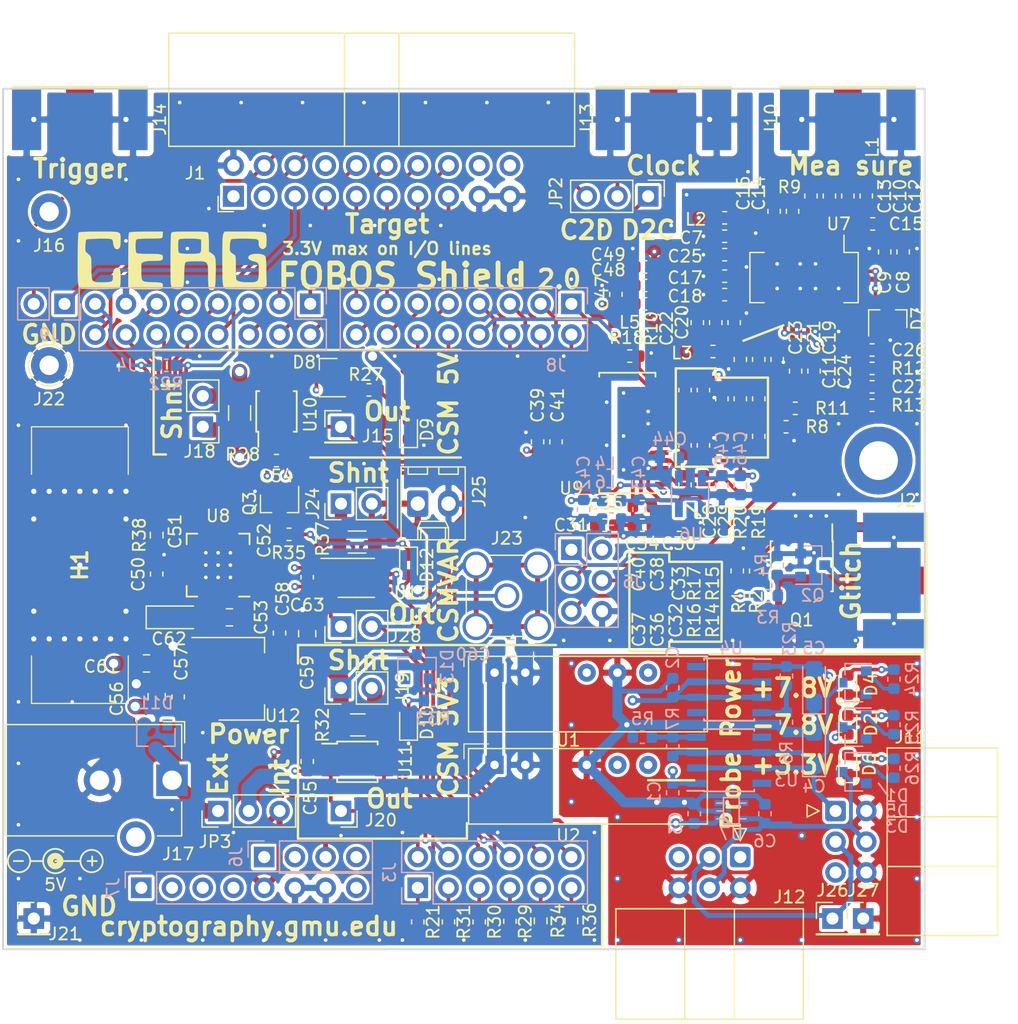
<source format=kicad_pcb>
(kicad_pcb (version 20171130) (host pcbnew 5.1.9-73d0e3b20d~88~ubuntu20.04.1)
  (layers (0 F.Cu signal) (1 In1.Cu power hide) (2 In2.Cu power hide) (31 B.Cu signal hide) (34 B.Paste user hide) (35 F.Paste user hide) (36 B.SilkS user hide) (37 F.SilkS user hide) (38 B.Mask user hide) (39 F.Mask user hide) (44 Edge.Cuts user))
  (net 0 "")
  (net 1 "Net-(U2-Pad5)")
  (net 2 "Net-(U3-Pad8)")
  (net 3 "Net-(U3-Pad5)")
  (net 4 "Net-(D1-Pad2)")
  (net 5 "Net-(D4-Pad2)")
  (net 6 "Net-(D2-Pad2)")
  (net 7 "Net-(D6-Pad2)")
  (net 8 "Net-(U5-Pad4)")
  (net 9 "Net-(U4-Pad5)")
  (net 10 "Net-(J5-Pad2)")
  (net 11 "Net-(J7-Pad1)")
  (net 12 GND)
  (net 13 VCC3V3)
  (net 14 VCC5V0)
  (net 15 XADC_V_P)
  (net 16 XADC_V_N)
  (net 17 XADCVREF)
  (net 18 "Net-(C16-Pad2)")
  (net 19 "Net-(C13-Pad2)")
  (net 20 "Net-(C20-Pad2)")
  (net 21 "Net-(C19-Pad2)")
  (net 22 "Net-(C14-Pad1)")
  (net 23 "Net-(C14-Pad2)")
  (net 24 "Net-(C15-Pad2)")
  (net 25 "Net-(C10-Pad1)")
  (net 26 "Net-(C16-Pad1)")
  (net 27 "Net-(C17-Pad2)")
  (net 28 "Net-(C10-Pad2)")
  (net 29 "Net-(C11-Pad2)")
  (net 30 "Net-(C11-Pad1)")
  (net 31 GNDA)
  (net 32 "Net-(C24-Pad1)")
  (net 33 "Net-(C24-Pad2)")
  (net 34 "Net-(C25-Pad2)")
  (net 35 "Net-(D7-Pad3)")
  (net 36 "Net-(C27-Pad2)")
  (net 37 "Net-(C26-Pad2)")
  (net 38 "Net-(J10-Pad1)")
  (net 39 "Net-(J13-Pad1)")
  (net 40 ADC_CLK)
  (net 41 "Net-(R19-Pad1)")
  (net 42 VDDA)
  (net 43 "Net-(C33-Pad2)")
  (net 44 "Net-(C32-Pad1)")
  (net 45 ADC_OR)
  (net 46 "Net-(C28-Pad2)")
  (net 47 "Net-(C30-Pad1)")
  (net 48 "Net-(C31-Pad1)")
  (net 49 "Net-(C43-Pad2)")
  (net 50 "Net-(C44-Pad2)")
  (net 51 5Vclean)
  (net 52 "Net-(C52-Pad2)")
  (net 53 "Net-(C51-Pad1)")
  (net 54 "Net-(Q2-Pad1)")
  (net 55 "Net-(Q1-Pad4)")
  (net 56 "Net-(D9-Pad2)")
  (net 57 "Net-(D8-Pad2)")
  (net 58 VGA_GAIN)
  (net 59 VGA_HILO)
  (net 60 GlitchLP)
  (net 61 Glitch)
  (net 62 ADC_D0)
  (net 63 ADC_D1)
  (net 64 ADC_D2)
  (net 65 ADC_D3)
  (net 66 ADC_D4)
  (net 67 ADC_D9)
  (net 68 ADC_D8)
  (net 69 ADC_D7)
  (net 70 ADC_D6)
  (net 71 ADC_D5)
  (net 72 Trigger)
  (net 73 PWR0)
  (net 74 PWR1)
  (net 75 PWR2)
  (net 76 PWR3)
  (net 77 PWR4)
  (net 78 PWR5)
  (net 79 "Net-(J2-Pad1)")
  (net 80 "Net-(D5-Pad2)")
  (net 81 "Net-(R23-Pad2)")
  (net 82 /Power/-7V8P)
  (net 83 /Power/+7V8P)
  (net 84 "Net-(R5-Pad1)")
  (net 85 /Power/GNDP)
  (net 86 "Net-(C3-Pad1)")
  (net 87 /Power/3V3P)
  (net 88 "Net-(C2-Pad2)")
  (net 89 "Net-(U4-Pad8)")
  (net 90 "Net-(C1-Pad1)")
  (net 91 "Net-(J11-Pad3)")
  (net 92 PWR_PG)
  (net 93 PWR_EN)
  (net 94 "Net-(C52-Pad1)")
  (net 95 /Ardu/A0)
  (net 96 /Ardu/A1)
  (net 97 /Ardu/A2)
  (net 98 CSM3V3Gain0)
  (net 99 /Ardu/A3)
  (net 100 CSM3V3Gain1)
  (net 101 CSM3V3Cur)
  (net 102 CSM5VCur)
  (net 103 CSM5VGain0)
  (net 104 CSM5VGain1)
  (net 105 "Net-(D10-Pad2)")
  (net 106 "Net-(C58-Pad1)")
  (net 107 "Net-(D11-Pad1)")
  (net 108 "Net-(J17-Pad3)")
  (net 109 "Net-(Q3-Pad3)")
  (net 110 IN)
  (net 111 "Net-(D12-Pad1)")
  (net 112 "Net-(J7-Pad3)")
  (net 113 VU_CK)
  (net 114 /Ardu/A4)
  (net 115 CSMVarGain1)
  (net 116 /Ardu/A5)
  (net 117 CSMVarGain0)
  (net 118 CSMVarCur)
  (net 119 FD2C_CLK)
  (net 120 FC_RST)
  (net 121 FC2D_CLK)
  (net 122 FC_IO)
  (net 123 FD_VREF)
  (net 124 FD_TF)
  (net 125 FC_DIO0)
  (net 126 FC2D_HS)
  (net 127 FC_DIO1)
  (net 128 FD2C_HS)
  (net 129 FC_DIO2)
  (net 130 FC_PROG)
  (net 131 FC_DIO3)
  (net 132 FC_5V)
  (net 133 FC_3V3)
  (net 134 FC_Var)
  (net 135 "Net-(D3-Pad2)")
  (net 136 "Net-(D13-Pad2)")
  (net 137 XADCGND)
  (net 138 "Net-(J28-Pad1)")
  (module cerg:573100D00010G (layer F.Cu) (at 43.18 66.802 90)
    (fp_text reference H1 (at 0 0 90) (layer F.SilkS) (effects (font (size 1.27 1.27) (thickness 0.254))))
    (fp_text value 573100D00010G hide)
    (pad 3 smd rect (at 6.05 0 90) (size 1.4 9) (layers F.Cu F.Paste F.Mask) (net 12 GND))
    (pad 2 smd rect (at 0 0 90) (size 8.9 9) (layers F.Cu F.Paste F.Mask) (net 12 GND))
    (pad 1 smd rect (at -6.05 0 90) (size 1.4 9) (layers F.Cu F.Paste F.Mask) (net 12 GND))
  )
  (module MountingHole:MountingHole_3.2mm_M3_DIN965_Pad_TopBottom (layer F.Cu) (at 109.22 58.166)
    (fp_text reference H3 (at -0.254 0) (layer F.SilkS))
    (fp_text value MountingHole)
    (pad 1 connect circle (at 0 0) (size 5.6 5.6) (layers B.Cu B.Mask))
    (pad 1 connect circle (at 0 0) (size 5.6 5.6) (layers F.Cu F.Mask))
    (pad 1 thru_hole circle (at 0 0) (size 3.6 3.6) (drill 3.2) (layers *.Cu *.Mask))
  )
  (module Connector_PinHeader_2.54mm:PinHeader_1x02_P2.54mm_Vertical (layer F.Cu) (at 64.77 71.882 90)
    (fp_text reference J28 (at -0.762 5.334 180) (layer F.SilkS))
    (fp_text value CSM5VCur)
    (pad 2 thru_hole oval (at 0 2.54 90) (size 1.7 1.7) (drill 1) (layers *.Cu *.Mask) (net 118 CSMVarCur))
    (pad 1 thru_hole rect (at 0 0 90) (size 1.7 1.7) (drill 1) (layers *.Cu *.Mask) (net 138 "Net-(J28-Pad1)"))
  )
  (module Connector_Coaxial:SMA_Amphenol_901-144_Vertical (layer F.Cu) (at 78.486 69.342)
    (fp_text reference J23 (at 0 -4.75) (layer F.SilkS))
    (fp_text value Conn_Coaxial_Power)
    (pad 2 thru_hole circle (at -2.54 2.54) (size 2.25 2.25) (drill 1.7) (layers *.Cu *.Mask) (net 137 XADCGND))
    (pad 2 thru_hole circle (at -2.54 -2.54) (size 2.25 2.25) (drill 1.7) (layers *.Cu *.Mask) (net 137 XADCGND))
    (pad 2 thru_hole circle (at 2.54 -2.54) (size 2.25 2.25) (drill 1.7) (layers *.Cu *.Mask) (net 137 XADCGND))
    (pad 2 thru_hole circle (at 2.54 2.54) (size 2.25 2.25) (drill 1.7) (layers *.Cu *.Mask) (net 137 XADCGND))
    (pad 1 thru_hole circle (at 0 0) (size 2.05 2.05) (drill 1.5) (layers *.Cu *.Mask) (net 118 CSMVarCur))
  )
  (module cerg:PinHeader_2x06_P2.54mm_Vertical_flipped (layer B.Cu) (at 71.12 90.932 270)
    (fp_text reference J3 (at 1.27 2.33 270) (layer B.SilkS) (effects (justify mirror)))
    (fp_text value Analog)
    (pad 1 thru_hole rect (at 2.54 0 270) (size 1.7 1.7) (drill 1) (layers *.Cu *.Mask) (net 95 /Ardu/A0))
    (pad 2 thru_hole oval (at 0 0 270) (size 1.7 1.7) (drill 1) (layers *.Cu *.Mask) (net 98 CSM3V3Gain0))
    (pad 3 thru_hole oval (at 2.54 -2.54 270) (size 1.7 1.7) (drill 1) (layers *.Cu *.Mask) (net 96 /Ardu/A1))
    (pad 4 thru_hole oval (at 0 -2.54 270) (size 1.7 1.7) (drill 1) (layers *.Cu *.Mask) (net 100 CSM3V3Gain1))
    (pad 5 thru_hole oval (at 2.54 -5.08 270) (size 1.7 1.7) (drill 1) (layers *.Cu *.Mask) (net 97 /Ardu/A2))
    (pad 6 thru_hole oval (at 0 -5.08 270) (size 1.7 1.7) (drill 1) (layers *.Cu *.Mask) (net 117 CSMVarGain0))
    (pad 7 thru_hole oval (at 2.54 -7.62 270) (size 1.7 1.7) (drill 1) (layers *.Cu *.Mask) (net 99 /Ardu/A3))
    (pad 8 thru_hole oval (at 0 -7.62 270) (size 1.7 1.7) (drill 1) (layers *.Cu *.Mask) (net 115 CSMVarGain1))
    (pad 9 thru_hole oval (at 2.54 -10.16 270) (size 1.7 1.7) (drill 1) (layers *.Cu *.Mask) (net 114 /Ardu/A4))
    (pad 10 thru_hole oval (at 0 -10.16 270) (size 1.7 1.7) (drill 1) (layers *.Cu *.Mask) (net 104 CSM5VGain1))
    (pad 11 thru_hole oval (at 2.54 -12.7 270) (size 1.7 1.7) (drill 1) (layers *.Cu *.Mask) (net 116 /Ardu/A5))
    (pad 12 thru_hole oval (at 0 -12.7 270) (size 1.7 1.7) (drill 1) (layers *.Cu *.Mask) (net 103 CSM5VGain0))
  )
  (module Connector_PinHeader_2.54mm:PinHeader_1x01_P2.54mm_Vertical (layer F.Cu) (at 107.95 96.012)
    (fp_text reference J27 (at 0 -2.33) (layer F.SilkS))
    (fp_text value GNDP)
    (pad 1 thru_hole rect (at 0 0) (size 1.7 1.7) (drill 1) (layers *.Cu *.Mask) (net 85 /Power/GNDP))
  )
  (module Connector_PinHeader_2.54mm:PinHeader_1x01_P2.54mm_Vertical (layer F.Cu) (at 105.41 96.012)
    (fp_text reference J26 (at 0 -2.33) (layer F.SilkS))
    (fp_text value AUX)
    (pad 1 thru_hole rect (at 0 0) (size 1.7 1.7) (drill 1) (layers *.Cu *.Mask) (net 91 "Net-(J11-Pad3)"))
  )
  (module Connector_PinHeader_2.54mm:PinHeader_1x01_P2.54mm_Vertical (layer F.Cu) (at 39.37 96.012)
    (fp_text reference J21 (at 2.54 1.27) (layer F.SilkS))
    (fp_text value GND)
    (pad 1 thru_hole rect (at 0 0) (size 1.7 1.7) (drill 1) (layers *.Cu *.Mask) (net 12 GND))
  )
  (module Diode_SMD:D_SOT-23_ANK (layer B.Cu) (at 71.054 75.2 90)
    (fp_text reference D13 (at 0.016 2.5 90) (layer B.SilkS) (effects (justify mirror)))
    (fp_text value 2V1)
    (pad 1 smd rect (at 1 0 90) (size 0.9 0.8) (layers B.Cu B.Paste B.Mask) (net 106 "Net-(C58-Pad1)"))
    (pad "" smd rect (at -1 -0.95 90) (size 0.9 0.8) (layers B.Cu B.Paste B.Mask))
    (pad 2 smd rect (at -1 0.95 90) (size 0.9 0.8) (layers B.Cu B.Paste B.Mask) (net 136 "Net-(D13-Pad2)"))
  )
  (module Diode_SMD:D_SOT-23_ANK (layer B.Cu) (at 107.204 83.886 180)
    (fp_text reference D3 (at -3.54 -4.506) (layer B.SilkS) (effects (justify mirror)))
    (fp_text value 2V1)
    (pad 1 smd rect (at 1 0 180) (size 0.9 0.8) (layers B.Cu B.Paste B.Mask) (net 87 /Power/3V3P))
    (pad "" smd rect (at -1 -0.95 180) (size 0.9 0.8) (layers B.Cu B.Paste B.Mask))
    (pad 2 smd rect (at -1 0.95 180) (size 0.9 0.8) (layers B.Cu B.Paste B.Mask) (net 135 "Net-(D3-Pad2)"))
  )
  (module Resistor_SMD:R_0603_1608Metric (layer F.Cu) (at 49.53 64.325 90)
    (fp_text reference R38 (at 0 -1.43 90) (layer F.SilkS))
    (fp_text value 10k)
    (pad 2 smd roundrect (at 0.825 0 90) (size 0.8 0.95) (layers F.Cu F.Paste F.Mask) (net 93 PWR_EN))
    (pad 1 smd roundrect (at -0.825 0 90) (size 0.8 0.95) (layers F.Cu F.Paste F.Mask) (net 12 GND))
  )
  (module Connector_IDC:IDC-Header_2x10_P2.54mm_Horizontal (layer F.Cu) (at 55.88 36.322 90)
    (fp_text reference J1 (at 1.905 -3.175) (layer F.SilkS))
    (fp_text value Target)
    (pad 1 thru_hole rect (at 0 0 90) (size 1.7272 1.7272) (drill 1.016) (layers *.Cu *.Mask) (net 132 FC_5V))
    (pad 2 thru_hole oval (at 2.54 0 90) (size 1.7272 1.7272) (drill 1.016) (layers *.Cu *.Mask) (net 12 GND))
    (pad 3 thru_hole oval (at 0 2.54 90) (size 1.7272 1.7272) (drill 1.016) (layers *.Cu *.Mask) (net 133 FC_3V3))
    (pad 4 thru_hole oval (at 2.54 2.54 90) (size 1.7272 1.7272) (drill 1.016) (layers *.Cu *.Mask) (net 119 FD2C_CLK))
    (pad 5 thru_hole oval (at 0 5.08 90) (size 1.7272 1.7272) (drill 1.016) (layers *.Cu *.Mask) (net 120 FC_RST))
    (pad 6 thru_hole oval (at 2.54 5.08 90) (size 1.7272 1.7272) (drill 1.016) (layers *.Cu *.Mask) (net 121 FC2D_CLK))
    (pad 7 thru_hole oval (at 0 7.62 90) (size 1.7272 1.7272) (drill 1.016) (layers *.Cu *.Mask) (net 122 FC_IO))
    (pad 8 thru_hole oval (at 2.54 7.62 90) (size 1.7272 1.7272) (drill 1.016) (layers *.Cu *.Mask) (net 123 FD_VREF))
    (pad 9 thru_hole oval (at 0 10.16 90) (size 1.7272 1.7272) (drill 1.016) (layers *.Cu *.Mask) (net 124 FD_TF))
    (pad 10 thru_hole oval (at 2.54 10.16 90) (size 1.7272 1.7272) (drill 1.016) (layers *.Cu *.Mask) (net 125 FC_DIO0))
    (pad 11 thru_hole oval (at 0 12.7 90) (size 1.7272 1.7272) (drill 1.016) (layers *.Cu *.Mask) (net 126 FC2D_HS))
    (pad 12 thru_hole oval (at 2.54 12.7 90) (size 1.7272 1.7272) (drill 1.016) (layers *.Cu *.Mask) (net 127 FC_DIO1))
    (pad 13 thru_hole oval (at 0 15.24 90) (size 1.7272 1.7272) (drill 1.016) (layers *.Cu *.Mask) (net 128 FD2C_HS))
    (pad 14 thru_hole oval (at 2.54 15.24 90) (size 1.7272 1.7272) (drill 1.016) (layers *.Cu *.Mask) (net 129 FC_DIO2))
    (pad 15 thru_hole oval (at 0 17.78 90) (size 1.7272 1.7272) (drill 1.016) (layers *.Cu *.Mask) (net 130 FC_PROG))
    (pad 16 thru_hole oval (at 2.54 17.78 90) (size 1.7272 1.7272) (drill 1.016) (layers *.Cu *.Mask) (net 131 FC_DIO3))
    (pad 17 thru_hole oval (at 0 20.32 90) (size 1.7272 1.7272) (drill 1.016) (layers *.Cu *.Mask) (net 12 GND))
    (pad 18 thru_hole oval (at 2.54 20.32 90) (size 1.7272 1.7272) (drill 1.016) (layers *.Cu *.Mask) (net 133 FC_3V3))
    (pad 19 thru_hole oval (at 0 22.86 90) (size 1.7272 1.7272) (drill 1.016) (layers *.Cu *.Mask) (net 12 GND))
    (pad 20 thru_hole oval (at 2.54 22.86 90) (size 1.7272 1.7272) (drill 1.016) (layers *.Cu *.Mask) (net 132 FC_5V))
  )
  (module cerg:BarrelJack_CUI_PJ-102AH_Horizontal (layer F.Cu) (at 50.8 84.582 270)
    (fp_text reference J17 (at 6.096 -0.508) (layer F.SilkS))
    (fp_text value Barrel_Jack_Switch)
    (pad 1 thru_hole rect (at 0 0 270) (size 2.6 2.6) (drill 1.6) (layers *.Cu *.Mask) (net 107 "Net-(D11-Pad1)"))
    (pad 2 thru_hole circle (at 0 6 270) (size 2.6 2.6) (drill 1.6) (layers *.Cu *.Mask) (net 12 GND))
    (pad 3 thru_hole circle (at 4.7 3 270) (size 2.6 2.6) (drill 1.6) (layers *.Cu *.Mask) (net 108 "Net-(J17-Pad3)"))
  )
  (module Connector_Molex:Molex_KK-254_AE-6410-02A_1x02_P2.54mm_Vertical (layer F.Cu) (at 71.12 61.722)
    (fp_text reference J25 (at 5.08 -1.016 90) (layer F.SilkS))
    (fp_text value V_Var)
    (pad 2 thru_hole oval (at 2.54 0) (size 1.74 2.19) (drill 1.19) (layers *.Cu *.Mask) (net 12 GND))
    (pad 1 thru_hole roundrect (at 0 0) (size 1.74 2.19) (drill 1.19) (layers *.Cu *.Mask) (roundrect_rratio 0.143678) (net 134 FC_Var))
  )
  (module Capacitor_SMD:C_0805_2012Metric (layer F.Cu) (at 49.53 77.6755 90)
    (fp_text reference C56 (at -0.1755 -3.302 270) (layer F.SilkS))
    (fp_text value 10uF)
    (pad 1 smd roundrect (at -0.9375 0 90) (size 0.975 1.4) (layers F.Cu F.Paste F.Mask) (net 110 IN))
    (pad 2 smd roundrect (at 0.9375 0 90) (size 0.975 1.4) (layers F.Cu F.Paste F.Mask) (net 12 GND))
  )
  (module Package_SO:MSOP-8_3x3mm_P0.65mm (layer F.Cu) (at 66.04 67.859)
    (fp_text reference U13 (at 4.572 1.229 180) (layer F.SilkS))
    (fp_text value INA225)
    (pad 8 smd roundrect (at 2.1125 -0.975) (size 1.625 0.4) (layers F.Cu F.Paste F.Mask) (net 134 FC_Var))
    (pad 7 smd roundrect (at 2.1125 -0.325) (size 1.625 0.4) (layers F.Cu F.Paste F.Mask) (net 137 XADCGND))
    (pad 6 smd roundrect (at 2.1125 0.325) (size 1.625 0.4) (layers F.Cu F.Paste F.Mask) (net 115 CSMVarGain1))
    (pad 5 smd roundrect (at 2.1125 0.975) (size 1.625 0.4) (layers F.Cu F.Paste F.Mask) (net 117 CSMVarGain0))
    (pad 4 smd roundrect (at -2.1125 0.975) (size 1.625 0.4) (layers F.Cu F.Paste F.Mask) (net 138 "Net-(J28-Pad1)"))
    (pad 3 smd roundrect (at -2.1125 0.325) (size 1.625 0.4) (layers F.Cu F.Paste F.Mask) (net 14 VCC5V0))
    (pad 2 smd roundrect (at -2.1125 -0.325) (size 1.625 0.4) (layers F.Cu F.Paste F.Mask) (net 137 XADCGND))
    (pad 1 smd roundrect (at -2.1125 -0.975) (size 1.625 0.4) (layers F.Cu F.Paste F.Mask) (net 94 "Net-(C52-Pad1)"))
  )
  (module Connector_IDC:IDC-Header_2x03_P2.54mm_Horizontal (layer F.Cu) (at 97.79 90.932 270)
    (fp_text reference J12 (at 3.302 -4.064 180) (layer F.SilkS))
    (fp_text value PP2)
    (pad 6 thru_hole circle (at 2.54 5.08 270) (size 1.7 1.7) (drill 1) (layers *.Cu *.Mask) (net 85 /Power/GNDP))
    (pad 4 thru_hole circle (at 2.54 2.54 270) (size 1.7 1.7) (drill 1) (layers *.Cu *.Mask) (net 87 /Power/3V3P))
    (pad 2 thru_hole circle (at 2.54 0 270) (size 1.7 1.7) (drill 1) (layers *.Cu *.Mask) (net 85 /Power/GNDP))
    (pad 5 thru_hole circle (at 0 5.08 270) (size 1.7 1.7) (drill 1) (layers *.Cu *.Mask) (net 82 /Power/-7V8P))
    (pad 3 thru_hole circle (at 0 2.54 270) (size 1.7 1.7) (drill 1) (layers *.Cu *.Mask) (net 91 "Net-(J11-Pad3)"))
    (pad 1 thru_hole roundrect (at 0 0 270) (size 1.7 1.7) (drill 1) (layers *.Cu *.Mask) (roundrect_rratio 0.147059) (net 83 /Power/+7V8P))
  )
  (module Connector_IDC:IDC-Header_2x03_P2.54mm_Horizontal (layer F.Cu) (at 105.664 87.122)
    (fp_text reference J11 (at 6.215 -6.1) (layer F.SilkS))
    (fp_text value PP1)
    (pad 6 thru_hole circle (at 2.54 5.08) (size 1.7 1.7) (drill 1) (layers *.Cu *.Mask) (net 85 /Power/GNDP))
    (pad 4 thru_hole circle (at 2.54 2.54) (size 1.7 1.7) (drill 1) (layers *.Cu *.Mask) (net 87 /Power/3V3P))
    (pad 2 thru_hole circle (at 2.54 0) (size 1.7 1.7) (drill 1) (layers *.Cu *.Mask) (net 85 /Power/GNDP))
    (pad 5 thru_hole circle (at 0 5.08) (size 1.7 1.7) (drill 1) (layers *.Cu *.Mask) (net 82 /Power/-7V8P))
    (pad 3 thru_hole circle (at 0 2.54) (size 1.7 1.7) (drill 1) (layers *.Cu *.Mask) (net 91 "Net-(J11-Pad3)"))
    (pad 1 thru_hole roundrect (at 0 0) (size 1.7 1.7) (drill 1) (layers *.Cu *.Mask) (roundrect_rratio 0.147059) (net 83 /Power/+7V8P))
  )
  (module Resistor_SMD:R_1206_3216Metric (layer F.Cu) (at 66.1015 64.897)
    (fp_text reference R37 (at -2.8555 -0.254 90) (layer F.SilkS))
    (fp_text value 0R1)
    (pad 2 smd roundrect (at 1.4625 0) (size 1.125 1.75) (layers F.Cu F.Paste F.Mask) (roundrect_rratio 0.222222) (net 134 FC_Var))
    (pad 1 smd roundrect (at -1.4625 0) (size 1.125 1.75) (layers F.Cu F.Paste F.Mask) (roundrect_rratio 0.222222) (net 94 "Net-(C52-Pad1)"))
  )
  (module Resistor_SMD:R_0603_1608Metric (layer F.Cu) (at 83.82 96.203 270)
    (fp_text reference R36 (at -0.063 -1.524 90) (layer F.SilkS))
    (fp_text value "1k69 1%")
    (pad 2 smd roundrect (at 0.825 0 270) (size 0.8 0.95) (layers F.Cu F.Paste F.Mask) (net 132 FC_5V))
    (pad 1 smd roundrect (at -0.825 0 270) (size 0.8 0.95) (layers F.Cu F.Paste F.Mask) (net 116 /Ardu/A5))
  )
  (module Resistor_SMD:R_0603_1608Metric (layer F.Cu) (at 81.28 96.203 270)
    (fp_text reference R34 (at 0 -1.43 90) (layer F.SilkS))
    (fp_text value "1k69 1%")
    (pad 2 smd roundrect (at 0.825 0 270) (size 0.8 0.95) (layers F.Cu F.Paste F.Mask) (net 102 CSM5VCur))
    (pad 1 smd roundrect (at -0.825 0 270) (size 0.8 0.95) (layers F.Cu F.Paste F.Mask) (net 114 /Ardu/A4))
  )
  (module Connector_PinHeader_2.54mm:PinHeader_1x02_P2.54mm_Vertical (layer F.Cu) (at 64.77 61.722 90)
    (fp_text reference J24 (at 0 -2.33 90) (layer F.SilkS))
    (fp_text value Conn_01x02)
    (pad 2 thru_hole oval (at 0 2.54 90) (size 1.7 1.7) (drill 1) (layers *.Cu *.Mask) (net 134 FC_Var))
    (pad 1 thru_hole rect (at 0 0 90) (size 1.7 1.7) (drill 1) (layers *.Cu *.Mask) (net 94 "Net-(C52-Pad1)"))
  )
  (module Capacitor_SMD:C_0603_1608Metric (layer F.Cu) (at 61.976 67.805 90)
    (fp_text reference C63 (at -2.299 0 180) (layer F.SilkS))
    (fp_text value 100n)
    (pad 2 smd roundrect (at 0.775 0 90) (size 0.9 0.95) (layers F.Cu F.Paste F.Mask) (net 137 XADCGND))
    (pad 1 smd roundrect (at -0.775 0 90) (size 0.9 0.95) (layers F.Cu F.Paste F.Mask) (net 14 VCC5V0))
  )
  (module TestPoint:TestPoint_Loop_D2.60mm_Drill1.6mm_Beaded (layer F.Cu) (at 40.64 50.292)
    (fp_text reference J22 (at 0 2.794) (layer F.SilkS))
    (fp_text value GND)
    (pad 1 thru_hole circle (at 0 0) (size 3 3) (drill 1.6) (layers *.Cu *.Mask) (net 12 GND))
  )
  (module TestPoint:TestPoint_Loop_D2.60mm_Drill1.6mm_Beaded (layer F.Cu) (at 40.64 37.592)
    (fp_text reference J16 (at 0 2.794) (layer F.SilkS))
    (fp_text value Conn_01x01)
    (pad 1 thru_hole circle (at 0 0) (size 3 3) (drill 1.6) (layers *.Cu *.Mask) (net 72 Trigger))
  )
  (module Symbol:Symbol_Barrel_Polarity (layer F.Cu) (at 41.148 91.186)
    (fp_text reference REF** hide)
    (fp_text value Symbol_Barrel_Polarity)
  )
  (module Capacitor_SMD:C_0603_1608Metric (layer F.Cu) (at 93.218 52.337 90)
    (fp_text reference C40 (at -15.227 -3.81 90) (layer F.SilkS))
    (fp_text value 10n)
    (pad 2 smd roundrect (at 0.775 0 90) (size 0.9 0.95) (layers F.Cu F.Paste F.Mask) (net 42 VDDA))
    (pad 1 smd roundrect (at -0.775 0 90) (size 0.9 0.95) (layers F.Cu F.Paste F.Mask) (net 31 GNDA))
  )
  (module Capacitor_SMD:C_0603_1608Metric (layer F.Cu) (at 94.742 52.337 90)
    (fp_text reference C38 (at -15.227 -3.81 90) (layer F.SilkS))
    (fp_text value 100n)
    (pad 2 smd roundrect (at 0.775 0 90) (size 0.9 0.95) (layers F.Cu F.Paste F.Mask) (net 42 VDDA))
    (pad 1 smd roundrect (at -0.775 0 90) (size 0.9 0.95) (layers F.Cu F.Paste F.Mask) (net 31 GNDA))
  )
  (module Capacitor_SMD:C_0603_1608Metric (layer F.Cu) (at 93.218 56.909 270)
    (fp_text reference C37 (at 15.227 3.81 90) (layer F.SilkS))
    (fp_text value 10n)
    (pad 2 smd roundrect (at 0.775 0 270) (size 0.9 0.95) (layers F.Cu F.Paste F.Mask) (net 42 VDDA))
    (pad 1 smd roundrect (at -0.775 0 270) (size 0.9 0.95) (layers F.Cu F.Paste F.Mask) (net 31 GNDA))
  )
  (module Capacitor_SMD:C_0603_1608Metric (layer F.Cu) (at 94.742 56.909 270)
    (fp_text reference C36 (at 15.227 3.81 90) (layer F.SilkS))
    (fp_text value 100n)
    (pad 2 smd roundrect (at 0.775 0 270) (size 0.9 0.95) (layers F.Cu F.Paste F.Mask) (net 42 VDDA))
    (pad 1 smd roundrect (at -0.775 0 270) (size 0.9 0.95) (layers F.Cu F.Paste F.Mask) (net 31 GNDA))
  )
  (module cerg:cerg (layer F.Cu) (at 50.8 41.656)
    (fp_text reference G*** hide)
    (fp_text value LOGO hide)
  )
  (module Capacitor_SMD:C_0402_1005Metric (layer F.Cu) (at 58.42 67.079 90)
    (fp_text reference C52 (at 2.309 0 90) (layer F.SilkS))
    (fp_text value 220p)
    (pad 2 smd roundrect (at 0.485 0 90) (size 0.59 0.64) (layers F.Cu F.Paste F.Mask) (net 52 "Net-(C52-Pad2)"))
    (pad 1 smd roundrect (at -0.485 0 90) (size 0.59 0.64) (layers F.Cu F.Paste F.Mask) (net 94 "Net-(C52-Pad1)"))
  )
  (module Capacitor_SMD:C_0402_1005Metric (layer F.Cu) (at 50.8 66.317 90)
    (fp_text reference C51 (at 2.309 0.254 90) (layer F.SilkS))
    (fp_text value 10n)
    (pad 2 smd roundrect (at 0.485 0 90) (size 0.59 0.64) (layers F.Cu F.Paste F.Mask) (net 12 GND))
    (pad 1 smd roundrect (at -0.485 0 90) (size 0.59 0.64) (layers F.Cu F.Paste F.Mask) (net 53 "Net-(C51-Pad1)"))
  )
  (module Inductor_SMD:L_0402_1005Metric (layer F.Cu) (at 106.68 33.782 90)
    (fp_text reference L1 (at 1.524 2.032 270) (layer F.SilkS))
    (fp_text value 120nH)
    (pad 1 smd roundrect (at -0.485 0 90) (size 0.59 0.64) (layers F.Cu F.Paste F.Mask) (net 28 "Net-(C10-Pad2)"))
    (pad 2 smd roundrect (at 0.485 0 90) (size 0.59 0.64) (layers F.Cu F.Paste F.Mask) (net 38 "Net-(J10-Pad1)"))
  )
  (module Package_SO:SOIC-8_3.9x4.9mm_P1.27mm (layer F.Cu) (at 102.87 66.896 270)
    (fp_text reference Q1 (at 4.445 0 180) (layer F.SilkS))
    (fp_text value IRF7807Z)
    (pad 1 smd rect (at -2.7 -1.905 270) (size 1.55 0.6) (layers F.Cu F.Paste F.Mask) (net 12 GND))
    (pad 2 smd rect (at -2.7 -0.635 270) (size 1.55 0.6) (layers F.Cu F.Paste F.Mask) (net 12 GND))
    (pad 3 smd rect (at -2.7 0.635 270) (size 1.55 0.6) (layers F.Cu F.Paste F.Mask) (net 12 GND))
    (pad 4 smd rect (at -2.7 1.905 270) (size 1.55 0.6) (layers F.Cu F.Paste F.Mask) (net 55 "Net-(Q1-Pad4)"))
    (pad 5 smd rect (at 2.7 1.905 270) (size 1.55 0.6) (layers F.Cu F.Paste F.Mask) (net 79 "Net-(J2-Pad1)"))
    (pad 6 smd rect (at 2.7 0.635 270) (size 1.55 0.6) (layers F.Cu F.Paste F.Mask) (net 79 "Net-(J2-Pad1)"))
    (pad 7 smd rect (at 2.7 -0.635 270) (size 1.55 0.6) (layers F.Cu F.Paste F.Mask) (net 79 "Net-(J2-Pad1)"))
    (pad 8 smd rect (at 2.7 -1.905 270) (size 1.55 0.6) (layers F.Cu F.Paste F.Mask) (net 79 "Net-(J2-Pad1)"))
  )
  (module Capacitor_SMD:C_0805_2012Metric (layer F.Cu) (at 48.6895 74.93)
    (fp_text reference C61 (at -3.7315 0.254) (layer F.SilkS))
    (fp_text value 10uF)
    (pad 1 smd roundrect (at -0.9375 0) (size 0.975 1.4) (layers F.Cu F.Paste F.Mask) (net 110 IN))
    (pad 2 smd roundrect (at 0.9375 0) (size 0.975 1.4) (layers F.Cu F.Paste F.Mask) (net 12 GND))
  )
  (module Capacitor_SMD:C_0805_2012Metric (layer F.Cu) (at 61.976 72.4685 90)
    (fp_text reference C59 (at -3.2235 0 90) (layer F.SilkS))
    (fp_text value 10uF)
    (pad 2 smd roundrect (at 0.9375 0 90) (size 0.975 1.4) (layers F.Cu F.Paste F.Mask) (net 12 GND))
    (pad 1 smd roundrect (at -0.9375 0 90) (size 0.975 1.4) (layers F.Cu F.Paste F.Mask) (net 106 "Net-(C58-Pad1)"))
  )
  (module Capacitor_SMD:C_0805_2012Metric (layer F.Cu) (at 55.5475 71.12 180)
    (fp_text reference C53 (at -2.6185 0 270) (layer F.SilkS))
    (fp_text value 10uF)
    (pad 2 smd roundrect (at 0.9375 0 180) (size 0.975 1.4) (layers F.Cu F.Paste F.Mask) (net 12 GND))
    (pad 1 smd roundrect (at -0.9375 0 180) (size 0.975 1.4) (layers F.Cu F.Paste F.Mask) (net 94 "Net-(C52-Pad1)"))
  )
  (module Capacitor_SMD:C_0805_2012Metric (layer B.Cu) (at 78.8185 73.66)
    (fp_text reference C60 (at -3.1265 0.508) (layer B.SilkS) (effects (justify mirror)))
    (fp_text value 10uF)
    (pad 1 smd roundrect (at -0.9375 0) (size 0.975 1.4) (layers B.Cu B.Paste B.Mask) (net 110 IN))
    (pad 2 smd roundrect (at 0.9375 0) (size 0.975 1.4) (layers B.Cu B.Paste B.Mask) (net 12 GND))
  )
  (module cerg:sot323-5 (layer B.Cu) (at 97.044 87.122 90)
    (fp_text reference U5)
    (fp_text value LD59015 hide)
    (fp_text user U7 (at -1.89 -0.016 180) (layer B.SilkS) (effects (justify mirror)))
    (pad 5 smd rect (at -0.65 1 90) (size 0.5 0.8) (layers B.Cu B.Paste B.Mask) (net 87 /Power/3V3P) (clearance 0.14))
    (pad 4 smd rect (at 0.65 1 90) (size 0.5 0.8) (layers B.Cu B.Paste B.Mask) (net 8 "Net-(U5-Pad4)") (clearance 0.14))
    (pad 2 smd rect (at 0 -1 90) (size 0.5 0.8) (layers B.Cu B.Paste B.Mask) (net 85 /Power/GNDP) (clearance 0.14))
    (pad 3 smd rect (at 0.65 -1 90) (size 0.5 0.8) (layers B.Cu B.Paste B.Mask) (net 86 "Net-(C3-Pad1)") (clearance 0.14))
    (pad 1 smd rect (at -0.65 -1 90) (size 0.5 0.8) (layers B.Cu B.Paste B.Mask) (net 86 "Net-(C3-Pad1)") (clearance 0.14))
  )
  (module Package_DFN_QFN:Texas_VQFN-RGW-20 (layer F.Cu) (at 54.61 66.802 180)
    (fp_text reference U8 (at 0 4.064 180) (layer F.SilkS))
    (fp_text value TPS7A7100_VQFN20)
    (pad 1 smd rect (at -2.4 -1.3 180) (size 1 0.35) (layers F.Cu F.Paste F.Mask) (net 94 "Net-(C52-Pad1)"))
    (pad 2 smd rect (at -2.4 -0.65 180) (size 1 0.35) (layers F.Cu F.Paste F.Mask) (net 94 "Net-(C52-Pad1)"))
    (pad 3 smd rect (at -2.4 0 180) (size 1 0.35) (layers F.Cu F.Paste F.Mask) (net 52 "Net-(C52-Pad2)"))
    (pad 4 smd rect (at -2.4 0.65 180) (size 1 0.35) (layers F.Cu F.Paste F.Mask) (net 92 PWR_PG))
    (pad 5 smd rect (at -2.4 1.3 180) (size 1 0.35) (layers F.Cu F.Paste F.Mask) (net 73 PWR0))
    (pad 6 smd rect (at -1.3 2.4 270) (size 1 0.35) (layers F.Cu F.Paste F.Mask) (net 74 PWR1))
    (pad 7 smd rect (at -0.65 2.4 270) (size 1 0.35) (layers F.Cu F.Paste F.Mask) (net 75 PWR2))
    (pad 8 smd rect (at 0 2.4 270) (size 1 0.35) (layers F.Cu F.Paste F.Mask) (net 12 GND))
    (pad 9 smd rect (at 0.65 2.4 270) (size 1 0.35) (layers F.Cu F.Paste F.Mask) (net 76 PWR3))
    (pad 10 smd rect (at 1.3 2.4 270) (size 1 0.35) (layers F.Cu F.Paste F.Mask) (net 77 PWR4))
    (pad 11 smd rect (at 2.4 1.3 180) (size 1 0.35) (layers F.Cu F.Paste F.Mask) (net 78 PWR5))
    (pad 12 smd rect (at 2.4 0.65 180) (size 1 0.35) (layers F.Cu F.Paste F.Mask) (net 12 GND))
    (pad 13 smd rect (at 2.4 0 180) (size 1 0.35) (layers F.Cu F.Paste F.Mask) (net 53 "Net-(C51-Pad1)"))
    (pad 14 smd rect (at 2.4 -0.65 180) (size 1 0.35) (layers F.Cu F.Paste F.Mask) (net 93 PWR_EN))
    (pad 15 smd rect (at 2.4 -1.3 180) (size 1 0.35) (layers F.Cu F.Paste F.Mask) (net 110 IN))
    (pad 16 smd rect (at 1.3 -2.4 270) (size 1 0.35) (layers F.Cu F.Paste F.Mask) (net 110 IN))
    (pad 17 smd rect (at 0.65 -2.4 270) (size 1 0.35) (layers F.Cu F.Paste F.Mask) (net 110 IN))
    (pad 18 smd rect (at 0 -2.4 270) (size 1 0.35) (layers F.Cu F.Paste F.Mask) (net 12 GND))
    (pad 19 smd rect (at -0.65 -2.4 270) (size 1 0.35) (layers F.Cu F.Paste F.Mask) (net 94 "Net-(C52-Pad1)"))
    (pad 20 smd rect (at -1.3 -2.4 270) (size 1 0.35) (layers F.Cu F.Paste F.Mask) (net 94 "Net-(C52-Pad1)"))
    (pad 21 smd rect (at 0.7875 0.7875 180) (size 1.575 1.575) (layers F.Cu F.Paste F.Mask) (net 12 GND))
    (pad 21 smd rect (at 0.7875 -0.7875 180) (size 1.575 1.575) (layers F.Cu F.Paste F.Mask) (net 12 GND))
    (pad 21 smd rect (at -0.7875 0.7875 180) (size 1.575 1.575) (layers F.Cu F.Paste F.Mask) (net 12 GND))
    (pad 21 smd rect (at -0.7875 -0.7875 180) (size 1.575 1.575) (layers F.Cu F.Paste F.Mask) (net 12 GND))
  )
  (module Resistor_SMD:R_0603_1608Metric (layer B.Cu) (at 101.6 79.7815 270)
    (fp_text reference R6 (at 2.5145 0 270) (layer B.SilkS) (effects (justify mirror)))
    (fp_text value "1K2, 1%")
    (pad 2 smd roundrect (at 0.7875 0 270) (size 0.875 0.95) (layers B.Cu B.Paste B.Mask) (net 85 /Power/GNDP))
    (pad 1 smd roundrect (at -0.7875 0 270) (size 0.875 0.95) (layers B.Cu B.Paste B.Mask) (net 81 "Net-(R23-Pad2)"))
  )
  (module Capacitor_Tantalum_SMD:CP_EIA-3216-18_Kemet-A (layer B.Cu) (at 103.886 76.788 90)
    (fp_text reference C5 (at 3.128 0) (layer B.SilkS) (effects (justify mirror)))
    (fp_text value 1uF)
    (pad 1 smd roundrect (at -1.35 0 90) (size 1.4 1.35) (layers B.Cu B.Paste B.Mask) (roundrect_rratio 0.185185) (net 85 /Power/GNDP))
    (pad 2 smd roundrect (at 1.35 0 90) (size 1.4 1.35) (layers B.Cu B.Paste B.Mask) (roundrect_rratio 0.185185) (net 82 /Power/-7V8P))
  )
  (module Capacitor_Tantalum_SMD:CP_EIA-3216-18_Kemet-A (layer F.Cu) (at 50.974 71.12)
    (fp_text reference C62 (at -0.428 1.778) (layer F.SilkS))
    (fp_text value 1uF)
    (pad 1 smd roundrect (at -1.35 0) (size 1.4 1.35) (layers F.Cu F.Paste F.Mask) (roundrect_rratio 0.185185) (net 110 IN))
    (pad 2 smd roundrect (at 1.35 0) (size 1.4 1.35) (layers F.Cu F.Paste F.Mask) (roundrect_rratio 0.185185) (net 12 GND))
  )
  (module LED_SMD:LED_0603_1608Metric (layer F.Cu) (at 70.358 66.802 270)
    (fp_text reference D12 (at 0 -1.524 270) (layer F.SilkS))
    (fp_text value green)
    (pad 1 smd roundrect (at -0.7875 0 270) (size 0.875 0.95) (layers F.Cu F.Paste F.Mask) (net 111 "Net-(D12-Pad1)"))
    (pad 2 smd roundrect (at 0.7875 0 270) (size 0.875 0.95) (layers F.Cu F.Paste F.Mask) (net 13 VCC3V3))
  )
  (module Package_TO_SOT_SMD:SOT-23 (layer F.Cu) (at 59.69 61.706 270)
    (fp_text reference Q3 (at 0.016 2.474 90) (layer F.SilkS))
    (fp_text value BSS138L)
    (pad 3 smd rect (at 1 0 270) (size 0.9 0.8) (layers F.Cu F.Paste F.Mask) (net 109 "Net-(Q3-Pad3)"))
    (pad 2 smd rect (at -1 0.95 270) (size 0.9 0.8) (layers F.Cu F.Paste F.Mask) (net 12 GND))
    (pad 1 smd rect (at -1 -0.95 270) (size 0.9 0.8) (layers F.Cu F.Paste F.Mask) (net 92 PWR_PG))
  )
  (module Resistor_SMD:R_0603_1608Metric (layer F.Cu) (at 60.4775 64.262)
    (fp_text reference R35 (at -0.0255 1.524 180) (layer F.SilkS))
    (fp_text value 470R)
    (pad 1 smd roundrect (at -0.7875 0) (size 0.875 0.95) (layers F.Cu F.Paste F.Mask) (net 109 "Net-(Q3-Pad3)"))
    (pad 2 smd roundrect (at 0.7875 0) (size 0.875 0.95) (layers F.Cu F.Paste F.Mask) (net 111 "Net-(D12-Pad1)"))
  )
  (module Diode_SMD:D_SOT-23_ANK (layer B.Cu) (at 49.464 81.01 270)
    (fp_text reference D11 (at -2.81 0) (layer B.SilkS) (effects (justify mirror)))
    (fp_text value 5V1)
    (pad 2 smd rect (at -1 0.95 270) (size 0.9 0.8) (layers B.Cu B.Paste B.Mask) (net 12 GND))
    (pad "" smd rect (at -1 -0.95 270) (size 0.9 0.8) (layers B.Cu B.Paste B.Mask))
    (pad 1 smd rect (at 1 0 270) (size 0.9 0.8) (layers B.Cu B.Paste B.Mask) (net 107 "Net-(D11-Pad1)"))
  )
  (module Capacitor_SMD:C_0603_1608Metric (layer F.Cu) (at 59.69 72.4155 90)
    (fp_text reference C58 (at 2.8195 0.254 270) (layer F.SilkS))
    (fp_text value 100n)
    (pad 1 smd roundrect (at -0.7875 0 90) (size 0.875 0.95) (layers F.Cu F.Paste F.Mask) (net 106 "Net-(C58-Pad1)"))
    (pad 2 smd roundrect (at 0.7875 0 90) (size 0.875 0.95) (layers F.Cu F.Paste F.Mask) (net 12 GND))
  )
  (module Capacitor_SMD:C_0603_1608Metric (layer F.Cu) (at 51.308 77.6985 90)
    (fp_text reference C57 (at 2.7685 0.254 90) (layer F.SilkS))
    (fp_text value 100n)
    (pad 2 smd roundrect (at 0.7875 0 90) (size 0.875 0.95) (layers F.Cu F.Paste F.Mask) (net 12 GND))
    (pad 1 smd roundrect (at -0.7875 0 90) (size 0.875 0.95) (layers F.Cu F.Paste F.Mask) (net 110 IN))
  )
  (module LED_SMD:LED_0603_1608Metric (layer F.Cu) (at 70.358 79.7815 90)
    (fp_text reference D10 (at -0.0255 1.524 90) (layer F.SilkS))
    (fp_text value green)
    (pad 1 smd roundrect (at -0.7875 0 90) (size 0.875 0.95) (layers F.Cu F.Paste F.Mask) (net 12 GND))
    (pad 2 smd roundrect (at 0.7875 0 90) (size 0.875 0.95) (layers F.Cu F.Paste F.Mask) (net 105 "Net-(D10-Pad2)"))
  )
  (module Package_TO_SOT_SMD:SOT-223-3_TabPin2 (layer F.Cu) (at 56.54 76.2)
    (fp_text reference U12 (at 3.404 3.048) (layer F.SilkS))
    (fp_text value LD1117S33TR_SOT223)
    (pad 2 smd rect (at 3.15 0) (size 2 3.8) (layers F.Cu F.Paste F.Mask) (net 106 "Net-(C58-Pad1)"))
    (pad 2 smd rect (at -3.15 0) (size 2 1.5) (layers F.Cu F.Paste F.Mask) (net 106 "Net-(C58-Pad1)"))
    (pad 3 smd rect (at -3.15 2.3) (size 2 1.5) (layers F.Cu F.Paste F.Mask) (net 110 IN))
    (pad 1 smd rect (at -3.15 -2.3) (size 2 1.5) (layers F.Cu F.Paste F.Mask) (net 12 GND))
  )
  (module Resistor_SMD:R_0603_1608Metric (layer B.Cu) (at 72.4155 77.978 180)
    (fp_text reference R33 (at 0.0255 -1.524 180) (layer B.SilkS) (effects (justify mirror)))
    (fp_text value 100R)
    (pad 1 smd roundrect (at -0.7875 0 180) (size 0.875 0.95) (layers B.Cu B.Paste B.Mask) (net 136 "Net-(D13-Pad2)"))
    (pad 2 smd roundrect (at 0.7875 0 180) (size 0.875 0.95) (layers B.Cu B.Paste B.Mask) (net 105 "Net-(D10-Pad2)"))
  )
  (module Capacitor_SMD:C_0603_1608Metric (layer F.Cu) (at 61.976 83.0325 90)
    (fp_text reference C55 (at -3.0225 0.254 90) (layer F.SilkS))
    (fp_text value 100n)
    (pad 1 smd roundrect (at -0.7875 0 90) (size 0.875 0.95) (layers F.Cu F.Paste F.Mask) (net 14 VCC5V0))
    (pad 2 smd roundrect (at 0.7875 0 90) (size 0.875 0.95) (layers F.Cu F.Paste F.Mask) (net 137 XADCGND))
  )
  (module Connector_PinHeader_2.54mm:PinHeader_1x01_P2.54mm_Vertical (layer F.Cu) (at 64.77 87.122 180)
    (fp_text reference J20 (at -3.302 -0.762) (layer F.SilkS))
    (fp_text value CSM3V3Cur)
    (pad 1 thru_hole rect (at 0 0 180) (size 1.7 1.7) (drill 1) (layers *.Cu *.Mask) (net 101 CSM3V3Cur))
  )
  (module Connector_PinHeader_2.54mm:PinHeader_1x02_P2.54mm_Vertical (layer F.Cu) (at 64.77 76.962 90)
    (fp_text reference J19 (at 0 5.08 90) (layer F.SilkS))
    (fp_text value Conn_01x02)
    (pad 1 thru_hole rect (at 0 0 90) (size 1.7 1.7) (drill 1) (layers *.Cu *.Mask) (net 106 "Net-(C58-Pad1)"))
    (pad 2 thru_hole oval (at 0 2.54 90) (size 1.7 1.7) (drill 1) (layers *.Cu *.Mask) (net 133 FC_3V3))
  )
  (module Package_SO:MSOP-8_3x3mm_P0.65mm (layer F.Cu) (at 66.126 83.058)
    (fp_text reference U11 (at 3.978 0 90) (layer F.SilkS))
    (fp_text value INA225)
    (pad 1 smd rect (at -2.2 -0.975) (size 1.45 0.45) (layers F.Cu F.Paste F.Mask) (net 106 "Net-(C58-Pad1)"))
    (pad 2 smd rect (at -2.2 -0.325) (size 1.45 0.45) (layers F.Cu F.Paste F.Mask) (net 137 XADCGND))
    (pad 3 smd rect (at -2.2 0.325) (size 1.45 0.45) (layers F.Cu F.Paste F.Mask) (net 14 VCC5V0))
    (pad 4 smd rect (at -2.2 0.975) (size 1.45 0.45) (layers F.Cu F.Paste F.Mask) (net 101 CSM3V3Cur))
    (pad 5 smd rect (at 2.2 0.975) (size 1.45 0.45) (layers F.Cu F.Paste F.Mask) (net 98 CSM3V3Gain0))
    (pad 6 smd rect (at 2.2 0.325) (size 1.45 0.45) (layers F.Cu F.Paste F.Mask) (net 100 CSM3V3Gain1))
    (pad 7 smd rect (at 2.2 -0.325) (size 1.45 0.45) (layers F.Cu F.Paste F.Mask) (net 137 XADCGND))
    (pad 8 smd rect (at 2.2 -0.975) (size 1.45 0.45) (layers F.Cu F.Paste F.Mask) (net 133 FC_3V3))
  )
  (module Resistor_SMD:R_0603_1608Metric (layer F.Cu) (at 71.12 96.2915 270)
    (fp_text reference R21 (at 0 -1.27 90) (layer F.SilkS))
    (fp_text value "1k69 1%")
    (pad 2 smd roundrect (at 0.7875 0 270) (size 0.875 0.95) (layers F.Cu F.Paste F.Mask) (net 101 CSM3V3Cur))
    (pad 1 smd roundrect (at -0.7875 0 270) (size 0.875 0.95) (layers F.Cu F.Paste F.Mask) (net 95 /Ardu/A0))
  )
  (module Resistor_SMD:R_0603_1608Metric (layer F.Cu) (at 73.66 96.2915 270)
    (fp_text reference R31 (at 0 -1.27 90) (layer F.SilkS))
    (fp_text value "1k69 1%")
    (pad 1 smd roundrect (at -0.7875 0 270) (size 0.875 0.95) (layers F.Cu F.Paste F.Mask) (net 96 /Ardu/A1))
    (pad 2 smd roundrect (at 0.7875 0 270) (size 0.875 0.95) (layers F.Cu F.Paste F.Mask) (net 133 FC_3V3))
  )
  (module Resistor_SMD:R_1206_3216Metric (layer F.Cu) (at 66.164 80.01)
    (fp_text reference R32 (at -2.918 0 270) (layer F.SilkS))
    (fp_text value 0R1)
    (pad 1 smd roundrect (at -1.4 0) (size 1.25 1.75) (layers F.Cu F.Paste F.Mask) (roundrect_rratio 0.2) (net 106 "Net-(C58-Pad1)"))
    (pad 2 smd roundrect (at 1.4 0) (size 1.25 1.75) (layers F.Cu F.Paste F.Mask) (roundrect_rratio 0.2) (net 133 FC_3V3))
  )
  (module Connector_PinHeader_2.54mm:PinHeader_1x02_P2.54mm_Vertical (layer F.Cu) (at 53.34 55.372 180)
    (fp_text reference J18 (at 0.254 -2.032) (layer F.SilkS))
    (fp_text value Conn_01x02)
    (pad 1 thru_hole rect (at 0 0 180) (size 1.7 1.7) (drill 1) (layers *.Cu *.Mask) (net 110 IN))
    (pad 2 thru_hole oval (at 0 2.54 180) (size 1.7 1.7) (drill 1) (layers *.Cu *.Mask) (net 132 FC_5V))
  )
  (module Connector_PinHeader_2.54mm:PinHeader_1x03_P2.54mm_Vertical (layer F.Cu) (at 54.61 87.122 90)
    (fp_text reference JP3 (at -2.54 -0.254 180) (layer F.SilkS))
    (fp_text value "Power Ext or int")
    (pad 1 thru_hole rect (at 0 0 90) (size 1.7 1.7) (drill 1) (layers *.Cu *.Mask) (net 107 "Net-(D11-Pad1)"))
    (pad 2 thru_hole oval (at 0 2.54 90) (size 1.7 1.7) (drill 1) (layers *.Cu *.Mask) (net 110 IN))
    (pad 3 thru_hole oval (at 0 5.08 90) (size 1.7 1.7) (drill 1) (layers *.Cu *.Mask) (net 14 VCC5V0))
  )
  (module Connector_PinHeader_2.54mm:PinHeader_1x03_P2.54mm_Vertical (layer F.Cu) (at 90.17 36.322 270)
    (fp_text reference JP2 (at -0.254 7.62 90) (layer F.SilkS))
    (fp_text value ExtClkSel)
    (pad 1 thru_hole rect (at 0 0 270) (size 1.7 1.7) (drill 1) (layers *.Cu *.Mask) (net 119 FD2C_CLK))
    (pad 2 thru_hole oval (at 0 2.54 270) (size 1.7 1.7) (drill 1) (layers *.Cu *.Mask) (net 39 "Net-(J13-Pad1)"))
    (pad 3 thru_hole oval (at 0 5.08 270) (size 1.7 1.7) (drill 1) (layers *.Cu *.Mask) (net 121 FC2D_CLK))
  )
  (module Connector_PinHeader_2.54mm:PinHeader_1x01_P2.54mm_Vertical (layer F.Cu) (at 64.77 55.372)
    (fp_text reference J15 (at 3.048 0.762) (layer F.SilkS))
    (fp_text value CSM5VCur)
    (pad 1 thru_hole rect (at 0 0) (size 1.7 1.7) (drill 1) (layers *.Cu *.Mask) (net 102 CSM5VCur))
  )
  (module cerg:PinHeader_2x08_P2.54mm_Vertical_Flipped (layer B.Cu) (at 62.23 47.752 90)
    (fp_text reference J4 (at -2.54 -15.24 180) (layer B.SilkS) (effects (justify mirror)))
    (fp_text value IOH)
    (pad 1 thru_hole rect (at 2.54 0 90) (size 1.7 1.7) (drill 1) (layers *.Cu *.Mask) (net 127 FC_DIO1))
    (pad 2 thru_hole oval (at 0 0 90) (size 1.7 1.7) (drill 1) (layers *.Cu *.Mask) (net 126 FC2D_HS))
    (pad 3 thru_hole oval (at 2.54 -2.54 90) (size 1.7 1.7) (drill 1) (layers *.Cu *.Mask) (net 125 FC_DIO0))
    (pad 4 thru_hole oval (at 0 -2.54 90) (size 1.7 1.7) (drill 1) (layers *.Cu *.Mask) (net 124 FD_TF))
    (pad 5 thru_hole oval (at 2.54 -5.08 90) (size 1.7 1.7) (drill 1) (layers *.Cu *.Mask) (net 92 PWR_PG))
    (pad 6 thru_hole oval (at 0 -5.08 90) (size 1.7 1.7) (drill 1) (layers *.Cu *.Mask) (net 122 FC_IO))
    (pad 7 thru_hole oval (at 2.54 -7.62 90) (size 1.7 1.7) (drill 1) (layers *.Cu *.Mask) (net 73 PWR0))
    (pad 8 thru_hole oval (at 0 -7.62 90) (size 1.7 1.7) (drill 1) (layers *.Cu *.Mask) (net 121 FC2D_CLK))
    (pad 9 thru_hole oval (at 2.54 -10.16 90) (size 1.7 1.7) (drill 1) (layers *.Cu *.Mask) (net 75 PWR2))
    (pad 10 thru_hole oval (at 0 -10.16 90) (size 1.7 1.7) (drill 1) (layers *.Cu *.Mask) (net 74 PWR1))
    (pad 11 thru_hole oval (at 2.54 -12.7 90) (size 1.7 1.7) (drill 1) (layers *.Cu *.Mask) (net 77 PWR4))
    (pad 12 thru_hole oval (at 0 -12.7 90) (size 1.7 1.7) (drill 1) (layers *.Cu *.Mask) (net 76 PWR3))
    (pad 13 thru_hole oval (at 2.54 -15.24 90) (size 1.7 1.7) (drill 1) (layers *.Cu *.Mask) (net 12 GND))
    (pad 14 thru_hole oval (at 0 -15.24 90) (size 1.7 1.7) (drill 1) (layers *.Cu *.Mask) (net 78 PWR5))
    (pad 15 thru_hole oval (at 2.54 -17.78 90) (size 1.7 1.7) (drill 1) (layers *.Cu *.Mask) (net 93 PWR_EN))
    (pad 16 thru_hole oval (at 0 -17.78 90) (size 1.7 1.7) (drill 1) (layers *.Cu *.Mask) (net 119 FD2C_CLK))
  )
  (module Resistor_SMD:R_0603_1608Metric (layer F.Cu) (at 78.74 96.2405 270)
    (fp_text reference R29 (at 0.0255 -1.27 90) (layer F.SilkS))
    (fp_text value "1k69 1%")
    (pad 2 smd roundrect (at 0.7875 0 270) (size 0.875 0.95) (layers F.Cu F.Paste F.Mask) (net 134 FC_Var))
    (pad 1 smd roundrect (at -0.7875 0 270) (size 0.875 0.95) (layers F.Cu F.Paste F.Mask) (net 99 /Ardu/A3))
  )
  (module Resistor_SMD:R_0603_1608Metric (layer F.Cu) (at 76.2 96.2915 270)
    (fp_text reference R30 (at 0 -1.27 90) (layer F.SilkS))
    (fp_text value "1k69 1%")
    (pad 1 smd roundrect (at -0.7875 0 270) (size 0.875 0.95) (layers F.Cu F.Paste F.Mask) (net 97 /Ardu/A2))
    (pad 2 smd roundrect (at 0.7875 0 270) (size 0.875 0.95) (layers F.Cu F.Paste F.Mask) (net 118 CSMVarCur))
  )
  (module Resistor_SMD:R_1206_3216Metric (layer F.Cu) (at 56.388 54.232 90)
    (fp_text reference R28 (at -3.426 0.254 180) (layer F.SilkS))
    (fp_text value 0R1)
    (pad 1 smd roundrect (at -1.4 0 90) (size 1.25 1.75) (layers F.Cu F.Paste F.Mask) (roundrect_rratio 0.2) (net 110 IN))
    (pad 2 smd roundrect (at 1.4 0 90) (size 1.25 1.75) (layers F.Cu F.Paste F.Mask) (roundrect_rratio 0.2) (net 132 FC_5V))
  )
  (module Capacitor_SMD:C_0603_1608Metric (layer F.Cu) (at 59.436 58.166 180)
    (fp_text reference C54 (at 0.0255 -1.27) (layer F.SilkS))
    (fp_text value 100n)
    (pad 1 smd roundrect (at -0.7875 0 180) (size 0.875 0.95) (layers F.Cu F.Paste F.Mask) (net 14 VCC5V0))
    (pad 2 smd roundrect (at 0.7875 0 180) (size 0.875 0.95) (layers F.Cu F.Paste F.Mask) (net 137 XADCGND))
  )
  (module Package_SO:MSOP-8_3x3mm_P0.65mm (layer F.Cu) (at 59.436 54.102 90)
    (fp_text reference U10 (at -0.254 2.794 270) (layer F.SilkS))
    (fp_text value INA225)
    (pad 1 smd rect (at -2.2 -0.975 90) (size 1.45 0.45) (layers F.Cu F.Paste F.Mask) (net 110 IN))
    (pad 2 smd rect (at -2.2 -0.325 90) (size 1.45 0.45) (layers F.Cu F.Paste F.Mask) (net 137 XADCGND))
    (pad 3 smd rect (at -2.2 0.325 90) (size 1.45 0.45) (layers F.Cu F.Paste F.Mask) (net 14 VCC5V0))
    (pad 4 smd rect (at -2.2 0.975 90) (size 1.45 0.45) (layers F.Cu F.Paste F.Mask) (net 102 CSM5VCur))
    (pad 5 smd rect (at 2.2 0.975 90) (size 1.45 0.45) (layers F.Cu F.Paste F.Mask) (net 103 CSM5VGain0))
    (pad 6 smd rect (at 2.2 0.325 90) (size 1.45 0.45) (layers F.Cu F.Paste F.Mask) (net 104 CSM5VGain1))
    (pad 7 smd rect (at 2.2 -0.325 90) (size 1.45 0.45) (layers F.Cu F.Paste F.Mask) (net 137 XADCGND))
    (pad 8 smd rect (at 2.2 -0.975 90) (size 1.45 0.45) (layers F.Cu F.Paste F.Mask) (net 132 FC_5V))
  )
  (module Inductor_SMD:L_0603_1608Metric (layer B.Cu) (at 87.1475 62.992 180)
    (fp_text reference L6 (at 0.5335 3.048) (layer B.SilkS) (effects (justify mirror)))
    (fp_text value 1k/500mA)
    (pad 1 smd roundrect (at -0.7875 0 180) (size 0.875 0.95) (layers B.Cu B.Paste B.Mask) (net 31 GNDA))
    (pad 2 smd roundrect (at 0.7875 0 180) (size 0.875 0.95) (layers B.Cu B.Paste B.Mask) (net 12 GND))
  )
  (module Capacitor_SMD:C_0603_1608Metric (layer B.Cu) (at 93.98 87.3505 90)
    (fp_text reference C3 (at -0.7875 -1.524 90) (layer B.SilkS) (effects (justify mirror)))
    (fp_text value 1uF)
    (pad 1 smd roundrect (at -0.7875 0 90) (size 0.875 0.95) (layers B.Cu B.Paste B.Mask) (net 86 "Net-(C3-Pad1)"))
    (pad 2 smd roundrect (at 0.7875 0 90) (size 0.875 0.95) (layers B.Cu B.Paste B.Mask) (net 85 /Power/GNDP))
  )
  (module Converter_DCDC:Converter_DCDC_muRata_NMAxxxxSC_THT (layer F.Cu) (at 77.47 83.312 90)
    (fp_text reference U2 (at -5.842 6.096) (layer F.SilkS))
    (fp_text value REE-0505S)
    (pad 6 thru_hole oval (at 0 12.7 90) (size 1.5 1.5) (drill 0.7) (layers *.Cu *.Mask) (net 86 "Net-(C3-Pad1)"))
    (pad 5 thru_hole oval (at 0 10.16 90) (size 1.5 1.5) (drill 0.7) (layers *.Cu *.Mask) (net 1 "Net-(U2-Pad5)"))
    (pad 4 thru_hole oval (at 0 7.62 90) (size 1.5 1.5) (drill 0.7) (layers *.Cu *.Mask) (net 85 /Power/GNDP))
    (pad 2 thru_hole oval (at 0 2.54 90) (size 1.5 1.5) (drill 0.7) (layers *.Cu *.Mask) (net 12 GND))
    (pad 1 thru_hole rect (at 0 0 90) (size 1.5 1.5) (drill 0.7) (layers *.Cu *.Mask) (net 110 IN))
  )
  (module Diode_SMD:D_SOT-23_ANK (layer B.Cu) (at 107.204 80.198 180)
    (fp_text reference D5 (at -3.54 -6.924 180) (layer B.SilkS) (effects (justify mirror)))
    (fp_text value 5V1)
    (pad 2 smd rect (at -1 0.95 180) (size 0.9 0.8) (layers B.Cu B.Paste B.Mask) (net 80 "Net-(D5-Pad2)"))
    (pad "" smd rect (at -1 -0.95 180) (size 0.9 0.8) (layers B.Cu B.Paste B.Mask))
    (pad 1 smd rect (at 1 0 180) (size 0.9 0.8) (layers B.Cu B.Paste B.Mask) (net 85 /Power/GNDP))
  )
  (module LED_SMD:LED_0603_1608Metric (layer F.Cu) (at 106.68 76.708 90)
    (fp_text reference D4 (at 0.0255 1.905 270) (layer F.SilkS))
    (fp_text value green)
    (pad 1 smd roundrect (at -0.7875 0 90) (size 0.875 0.95) (layers F.Cu F.Paste F.Mask) (net 85 /Power/GNDP))
    (pad 2 smd roundrect (at 0.7875 0 90) (size 0.875 0.95) (layers F.Cu F.Paste F.Mask) (net 5 "Net-(D4-Pad2)"))
  )
  (module Package_SO:SOIC-8_3.9x4.9mm_P1.27mm (layer B.Cu) (at 96.868 77.089 180)
    (fp_text reference U4 (at -0.16 3.429 180) (layer B.SilkS) (effects (justify mirror)))
    (fp_text value LM337L_SO8)
    (pad 8 smd rect (at 2.7 1.905 180) (size 1.55 0.6) (layers B.Cu B.Paste B.Mask) (net 89 "Net-(U4-Pad8)"))
    (pad 7 smd rect (at 2.7 0.635 180) (size 1.55 0.6) (layers B.Cu B.Paste B.Mask) (net 88 "Net-(C2-Pad2)"))
    (pad 6 smd rect (at 2.7 -0.635 180) (size 1.55 0.6) (layers B.Cu B.Paste B.Mask) (net 88 "Net-(C2-Pad2)"))
    (pad 5 smd rect (at 2.7 -1.905 180) (size 1.55 0.6) (layers B.Cu B.Paste B.Mask) (net 9 "Net-(U4-Pad5)"))
    (pad 4 smd rect (at -2.7 -1.905 180) (size 1.55 0.6) (layers B.Cu B.Paste B.Mask) (net 81 "Net-(R23-Pad2)"))
    (pad 3 smd rect (at -2.7 -0.635 180) (size 1.55 0.6) (layers B.Cu B.Paste B.Mask) (net 88 "Net-(C2-Pad2)"))
    (pad 2 smd rect (at -2.7 0.635 180) (size 1.55 0.6) (layers B.Cu B.Paste B.Mask) (net 88 "Net-(C2-Pad2)"))
    (pad 1 smd rect (at -2.7 1.905 180) (size 1.55 0.6) (layers B.Cu B.Paste B.Mask) (net 82 /Power/-7V8P))
  )
  (module cerg:SMA-JOHNSON-142-0701-801 (layer F.Cu) (at 110.49 68.072 270)
    (fp_text reference J2 (at -6.604 -1.016) (layer F.SilkS))
    (fp_text value Glitch)
    (pad 2 smd rect (at 4.4 0 270) (size 2.4 5.08) (layers B.Cu B.Paste B.Mask) (net 12 GND))
    (pad 2 smd rect (at -4.4 0 270) (size 2.4 5.08) (layers B.Cu B.Paste B.Mask) (net 12 GND))
    (pad 2 smd rect (at 4.4 0 270) (size 2.4 5.08) (layers F.Cu F.Paste F.Mask) (net 12 GND))
    (pad 2 smd rect (at -4.4 0 270) (size 2.4 5.08) (layers F.Cu F.Paste F.Mask) (net 12 GND))
    (pad 1 smd rect (at 0 0 270) (size 2.3 5.08) (layers F.Cu F.Paste F.Mask) (net 79 "Net-(J2-Pad1)"))
  )
  (module cerg:SMA-JOHNSON-142-0701-801 (layer F.Cu) (at 43.18 29.972)
    (fp_text reference J14 (at 6.604 0 270) (layer F.SilkS))
    (fp_text value Trigger)
    (pad 2 smd rect (at 4.4 0) (size 2.4 5.08) (layers B.Cu B.Paste B.Mask) (net 12 GND))
    (pad 2 smd rect (at -4.4 0) (size 2.4 5.08) (layers B.Cu B.Paste B.Mask) (net 12 GND))
    (pad 2 smd rect (at 4.4 0) (size 2.4 5.08) (layers F.Cu F.Paste F.Mask) (net 12 GND))
    (pad 2 smd rect (at -4.4 0) (size 2.4 5.08) (layers F.Cu F.Paste F.Mask) (net 12 GND))
    (pad 1 smd rect (at 0 0) (size 2.3 5.08) (layers F.Cu F.Paste F.Mask) (net 72 Trigger))
  )
  (module Diode_SMD:D_SOT-23_ANK (layer F.Cu) (at 63.738 51.308 180)
    (fp_text reference D8 (at 2.016 1.27 180) (layer F.SilkS))
    (fp_text value 3V9)
    (pad 2 smd rect (at -1 -0.95 180) (size 0.9 0.8) (layers F.Cu F.Paste F.Mask) (net 57 "Net-(D8-Pad2)"))
    (pad "" smd rect (at -1 0.95 180) (size 0.9 0.8) (layers F.Cu F.Paste F.Mask))
    (pad 1 smd rect (at 1 0 180) (size 0.9 0.8) (layers F.Cu F.Paste F.Mask) (net 110 IN))
  )
  (module LED_SMD:LED_0603_1608Metric (layer F.Cu) (at 70.358 55.6005 90)
    (fp_text reference D9 (at 0 1.524 90) (layer F.SilkS))
    (fp_text value green)
    (pad 1 smd roundrect (at -0.7875 0 90) (size 0.875 0.95) (layers F.Cu F.Paste F.Mask) (net 12 GND))
    (pad 2 smd roundrect (at 0.7875 0 90) (size 0.875 0.95) (layers F.Cu F.Paste F.Mask) (net 56 "Net-(D9-Pad2)"))
  )
  (module Resistor_SMD:R_0603_1608Metric (layer F.Cu) (at 67.0815 52.324)
    (fp_text reference R27 (at -0.254 -1.27 180) (layer F.SilkS))
    (fp_text value 330R)
    (pad 1 smd roundrect (at -0.7875 0) (size 0.875 0.95) (layers F.Cu F.Paste F.Mask) (net 57 "Net-(D8-Pad2)"))
    (pad 2 smd roundrect (at 0.7875 0) (size 0.875 0.95) (layers F.Cu F.Paste F.Mask) (net 56 "Net-(D9-Pad2)"))
  )
  (module Capacitor_SMD:C_0603_1608Metric (layer F.Cu) (at 49.53 67.5385 90)
    (fp_text reference C50 (at -0.0255 -1.524 90) (layer F.SilkS))
    (fp_text value 1uF)
    (pad 2 smd roundrect (at 0.7875 0 90) (size 0.875 0.95) (layers F.Cu F.Paste F.Mask) (net 12 GND))
    (pad 1 smd roundrect (at -0.7875 0 90) (size 0.875 0.95) (layers F.Cu F.Paste F.Mask) (net 110 IN))
  )
  (module Package_TO_SOT_SMD:SOT-23 (layer B.Cu) (at 103.775 66.802)
    (fp_text reference Q2 (at 0 2.5) (layer B.SilkS) (effects (justify mirror)))
    (fp_text value IRLML2502)
    (pad 1 smd rect (at -1 0.95) (size 0.9 0.8) (layers B.Cu B.Paste B.Mask) (net 54 "Net-(Q2-Pad1)"))
    (pad 2 smd rect (at -1 -0.95) (size 0.9 0.8) (layers B.Cu B.Paste B.Mask) (net 12 GND))
    (pad 3 smd rect (at 1 0) (size 0.9 0.8) (layers B.Cu B.Paste B.Mask) (net 79 "Net-(J2-Pad1)"))
  )
  (module Resistor_SMD:R_0603_1608Metric (layer B.Cu) (at 50.3175 50.292 180)
    (fp_text reference R22 (at 0.0255 -1.524 180) (layer B.SilkS) (effects (justify mirror)))
    (fp_text value 22K)
    (pad 1 smd roundrect (at -0.7875 0 180) (size 0.875 0.95) (layers B.Cu B.Paste B.Mask) (net 92 PWR_PG))
    (pad 2 smd roundrect (at 0.7875 0 180) (size 0.875 0.95) (layers B.Cu B.Paste B.Mask) (net 93 PWR_EN))
  )
  (module Resistor_SMD:R_0603_1608Metric (layer B.Cu) (at 101.6 75.9715 270)
    (fp_text reference R23 (at -3.0735 -0.254 270) (layer B.SilkS) (effects (justify mirror)))
    (fp_text value "240R, 1%")
    (pad 2 smd roundrect (at 0.7875 0 270) (size 0.875 0.95) (layers B.Cu B.Paste B.Mask) (net 81 "Net-(R23-Pad2)"))
    (pad 1 smd roundrect (at -0.7875 0 270) (size 0.875 0.95) (layers B.Cu B.Paste B.Mask) (net 82 /Power/-7V8P))
  )
  (module Resistor_SMD:R_0603_1608Metric (layer B.Cu) (at 110.49 76.2255 270)
    (fp_text reference R24 (at -0.0255 -1.524 270) (layer B.SilkS) (effects (justify mirror)))
    (fp_text value 100R)
    (pad 1 smd roundrect (at -0.7875 0 270) (size 0.875 0.95) (layers B.Cu B.Paste B.Mask) (net 5 "Net-(D4-Pad2)"))
    (pad 2 smd roundrect (at 0.7875 0 270) (size 0.875 0.95) (layers B.Cu B.Paste B.Mask) (net 4 "Net-(D1-Pad2)"))
  )
  (module Resistor_SMD:R_0603_1608Metric (layer B.Cu) (at 110.49 79.9845 270)
    (fp_text reference R25 (at 0.2285 -1.524 270) (layer B.SilkS) (effects (justify mirror)))
    (fp_text value 100R)
    (pad 2 smd roundrect (at 0.7875 0 270) (size 0.875 0.95) (layers B.Cu B.Paste B.Mask) (net 80 "Net-(D5-Pad2)"))
    (pad 1 smd roundrect (at -0.7875 0 270) (size 0.875 0.95) (layers B.Cu B.Paste B.Mask) (net 6 "Net-(D2-Pad2)"))
  )
  (module Resistor_SMD:R_0603_1608Metric (layer B.Cu) (at 110.49 83.5915 90)
    (fp_text reference R26 (at 0.0255 1.524 90) (layer B.SilkS) (effects (justify mirror)))
    (fp_text value 100R)
    (pad 1 smd roundrect (at -0.7875 0 90) (size 0.875 0.95) (layers B.Cu B.Paste B.Mask) (net 135 "Net-(D3-Pad2)"))
    (pad 2 smd roundrect (at 0.7875 0 90) (size 0.875 0.95) (layers B.Cu B.Paste B.Mask) (net 7 "Net-(D6-Pad2)"))
  )
  (module Resistor_SMD:R_0603_1608Metric (layer F.Cu) (at 94.234 46.7615 270)
    (fp_text reference R10 (at 0.4825 3.81 270) (layer F.SilkS))
    (fp_text value 10k)
    (pad 2 smd roundrect (at 0.7875 0 270) (size 0.875 0.95) (layers F.Cu F.Paste F.Mask) (net 20 "Net-(C20-Pad2)"))
    (pad 1 smd roundrect (at -0.7875 0 270) (size 0.875 0.95) (layers F.Cu F.Paste F.Mask) (net 31 GNDA))
  )
  (module Capacitor_SMD:C_0603_1608Metric (layer F.Cu) (at 89.8905 42.164)
    (fp_text reference C49 (at -3.0225 -1.016 -180) (layer F.SilkS))
    (fp_text value 2u2)
    (pad 1 smd roundrect (at -0.7875 0) (size 0.875 0.95) (layers F.Cu F.Paste F.Mask) (net 12 GND))
    (pad 2 smd roundrect (at 0.7875 0) (size 0.875 0.95) (layers F.Cu F.Paste F.Mask) (net 51 5Vclean))
  )
  (module Capacitor_SMD:C_0603_1608Metric (layer F.Cu) (at 89.8905 43.688)
    (fp_text reference C48 (at -3.0225 -1.27 -180) (layer F.SilkS))
    (fp_text value 100n)
    (pad 2 smd roundrect (at 0.7875 0) (size 0.875 0.95) (layers F.Cu F.Paste F.Mask) (net 51 5Vclean))
    (pad 1 smd roundrect (at -0.7875 0) (size 0.875 0.95) (layers F.Cu F.Paste F.Mask) (net 12 GND))
  )
  (module Capacitor_SMD:C_0603_1608Metric (layer F.Cu) (at 87.503 44.4245 270)
    (fp_text reference C47 (at -0.1015 1.143 90) (layer F.SilkS))
    (fp_text value 10n)
    (pad 1 smd roundrect (at -0.7875 0 270) (size 0.875 0.95) (layers F.Cu F.Paste F.Mask) (net 12 GND))
    (pad 2 smd roundrect (at 0.7875 0 270) (size 0.875 0.95) (layers F.Cu F.Paste F.Mask) (net 14 VCC5V0))
  )
  (module Inductor_SMD:L_0603_1608Metric (layer F.Cu) (at 89.8905 45.212 180)
    (fp_text reference L5 (at 1.2445 -1.524 180) (layer F.SilkS))
    (fp_text value 1k/500mA)
    (pad 1 smd roundrect (at -0.7875 0 180) (size 0.875 0.95) (layers F.Cu F.Paste F.Mask) (net 51 5Vclean))
    (pad 2 smd roundrect (at 0.7875 0 180) (size 0.875 0.95) (layers F.Cu F.Paste F.Mask) (net 14 VCC5V0))
  )
  (module Capacitor_SMD:C_0603_1608Metric (layer B.Cu) (at 96.266 60.2235 90)
    (fp_text reference C45 (at 3.0735 0 270) (layer B.SilkS) (effects (justify mirror)))
    (fp_text value 1uF)
    (pad 1 smd roundrect (at -0.7875 0 90) (size 0.875 0.95) (layers B.Cu B.Paste B.Mask) (net 31 GNDA))
    (pad 2 smd roundrect (at 0.7875 0 90) (size 0.875 0.95) (layers B.Cu B.Paste B.Mask) (net 42 VDDA))
  )
  (module Capacitor_SMD:C_0603_1608Metric (layer B.Cu) (at 91.9225 57.912)
    (fp_text reference C44 (at 0.0255 -1.524 180) (layer B.SilkS) (effects (justify mirror)))
    (fp_text value 10n)
    (pad 2 smd roundrect (at 0.7875 0) (size 0.875 0.95) (layers B.Cu B.Paste B.Mask) (net 50 "Net-(C44-Pad2)"))
    (pad 1 smd roundrect (at -0.7875 0) (size 0.875 0.95) (layers B.Cu B.Paste B.Mask) (net 31 GNDA))
  )
  (module Capacitor_SMD:C_0603_1608Metric (layer B.Cu) (at 84.836 62.2045 90)
    (fp_text reference C42 (at 3.0225 0 90) (layer B.SilkS) (effects (justify mirror)))
    (fp_text value 100n)
    (pad 1 smd roundrect (at -0.7875 0 90) (size 0.875 0.95) (layers B.Cu B.Paste B.Mask) (net 12 GND))
    (pad 2 smd roundrect (at 0.7875 0 90) (size 0.875 0.95) (layers B.Cu B.Paste B.Mask) (net 13 VCC3V3))
  )
  (module Capacitor_SMD:C_0603_1608Metric (layer B.Cu) (at 89.408 62.2045 90)
    (fp_text reference C43 (at 3.0225 0 270) (layer B.SilkS) (effects (justify mirror)))
    (fp_text value 1uF)
    (pad 2 smd roundrect (at 0.7875 0 90) (size 0.875 0.95) (layers B.Cu B.Paste B.Mask) (net 49 "Net-(C43-Pad2)"))
    (pad 1 smd roundrect (at -0.7875 0 90) (size 0.875 0.95) (layers B.Cu B.Paste B.Mask) (net 31 GNDA))
  )
  (module Capacitor_SMD:C_0603_1608Metric (layer B.Cu) (at 97.79 60.2235 90)
    (fp_text reference C46 (at 3.0735 0 270) (layer B.SilkS) (effects (justify mirror)))
    (fp_text value 100n)
    (pad 1 smd roundrect (at -0.7875 0 90) (size 0.875 0.95) (layers B.Cu B.Paste B.Mask) (net 31 GNDA))
    (pad 2 smd roundrect (at 0.7875 0 90) (size 0.875 0.95) (layers B.Cu B.Paste B.Mask) (net 42 VDDA))
  )
  (module Inductor_SMD:L_0603_1608Metric (layer B.Cu) (at 87.1475 61.468 180)
    (fp_text reference L4 (at 0.5335 3.048 180) (layer B.SilkS) (effects (justify mirror)))
    (fp_text value 1k/500mA)
    (pad 1 smd roundrect (at -0.7875 0 180) (size 0.875 0.95) (layers B.Cu B.Paste B.Mask) (net 49 "Net-(C43-Pad2)"))
    (pad 2 smd roundrect (at 0.7875 0 180) (size 0.875 0.95) (layers B.Cu B.Paste B.Mask) (net 13 VCC3V3))
  )
  (module Capacitor_SMD:C_0603_1608Metric (layer F.Cu) (at 86.5885 63.5 180)
    (fp_text reference C31 (at 2.7685 0 180) (layer F.SilkS))
    (fp_text value 100n)
    (pad 2 smd roundrect (at 0.7875 0 180) (size 0.875 0.95) (layers F.Cu F.Paste F.Mask) (net 31 GNDA))
    (pad 1 smd roundrect (at -0.7875 0 180) (size 0.875 0.95) (layers F.Cu F.Paste F.Mask) (net 48 "Net-(C31-Pad1)"))
  )
  (module Capacitor_SMD:C_0603_1608Metric (layer F.Cu) (at 81.026 56.6165 270)
    (fp_text reference C39 (at -3.0225 0 270) (layer F.SilkS))
    (fp_text value 100n)
    (pad 1 smd roundrect (at -0.7875 0 270) (size 0.875 0.95) (layers F.Cu F.Paste F.Mask) (net 12 GND))
    (pad 2 smd roundrect (at 0.7875 0 270) (size 0.875 0.95) (layers F.Cu F.Paste F.Mask) (net 13 VCC3V3))
  )
  (module Capacitor_SMD:C_0603_1608Metric (layer F.Cu) (at 93.218 60.1725 90)
    (fp_text reference C28 (at -3.0225 2.032 90) (layer F.SilkS))
    (fp_text value 100n)
    (pad 1 smd roundrect (at -0.7875 0 90) (size 0.875 0.95) (layers F.Cu F.Paste F.Mask) (net 31 GNDA))
    (pad 2 smd roundrect (at 0.7875 0 90) (size 0.875 0.95) (layers F.Cu F.Paste F.Mask) (net 46 "Net-(C28-Pad2)"))
  )
  (module Capacitor_SMD:C_0603_1608Metric (layer F.Cu) (at 94.742 60.1725 90)
    (fp_text reference C29 (at -3.0225 1.778 90) (layer F.SilkS))
    (fp_text value 10u)
    (pad 2 smd roundrect (at 0.7875 0 90) (size 0.875 0.95) (layers F.Cu F.Paste F.Mask) (net 46 "Net-(C28-Pad2)"))
    (pad 1 smd roundrect (at -0.7875 0 90) (size 0.875 0.95) (layers F.Cu F.Paste F.Mask) (net 31 GNDA))
  )
  (module Capacitor_SMD:C_0603_1608Metric (layer F.Cu) (at 92.7355 63.5)
    (fp_text reference C30 (at -0.0255 1.524) (layer F.SilkS))
    (fp_text value 100n)
    (pad 1 smd roundrect (at -0.7875 0) (size 0.875 0.95) (layers F.Cu F.Paste F.Mask) (net 47 "Net-(C30-Pad1)"))
    (pad 2 smd roundrect (at 0.7875 0) (size 0.875 0.95) (layers F.Cu F.Paste F.Mask) (net 31 GNDA))
  )
  (module Capacitor_SMD:C_0603_1608Metric (layer F.Cu) (at 82.55 56.6165 270)
    (fp_text reference C41 (at -3.0225 -0.127 270) (layer F.SilkS))
    (fp_text value 10n)
    (pad 2 smd roundrect (at 0.7875 0 270) (size 0.875 0.95) (layers F.Cu F.Paste F.Mask) (net 13 VCC3V3))
    (pad 1 smd roundrect (at -0.7875 0 270) (size 0.875 0.95) (layers F.Cu F.Paste F.Mask) (net 12 GND))
  )
  (module Capacitor_SMD:C_0603_1608Metric (layer F.Cu) (at 89.6875 61.976)
    (fp_text reference C35 (at -3.0225 -0.254) (layer F.SilkS))
    (fp_text value 10u)
    (pad 1 smd roundrect (at -0.7875 0) (size 0.875 0.95) (layers F.Cu F.Paste F.Mask) (net 48 "Net-(C31-Pad1)"))
    (pad 2 smd roundrect (at 0.7875 0) (size 0.875 0.95) (layers F.Cu F.Paste F.Mask) (net 47 "Net-(C30-Pad1)"))
  )
  (module Capacitor_SMD:C_0603_1608Metric (layer F.Cu) (at 89.6875 63.5)
    (fp_text reference C34 (at -0.0255 1.524) (layer F.SilkS))
    (fp_text value 100n)
    (pad 2 smd roundrect (at 0.7875 0) (size 0.875 0.95) (layers F.Cu F.Paste F.Mask) (net 47 "Net-(C30-Pad1)"))
    (pad 1 smd roundrect (at -0.7875 0) (size 0.875 0.95) (layers F.Cu F.Paste F.Mask) (net 48 "Net-(C31-Pad1)"))
  )
  (module Capacitor_SMD:C_0603_1608Metric (layer F.Cu) (at 96.266 53.0605 270)
    (fp_text reference C33 (at 15.2655 3.556 270) (layer F.SilkS))
    (fp_text value 100p)
    (pad 1 smd roundrect (at -0.7875 0 270) (size 0.875 0.95) (layers F.Cu F.Paste F.Mask) (net 31 GNDA))
    (pad 2 smd roundrect (at 0.7875 0 270) (size 0.875 0.95) (layers F.Cu F.Paste F.Mask) (net 43 "Net-(C33-Pad2)"))
  )
  (module Capacitor_SMD:C_0603_1608Metric (layer F.Cu) (at 96.266 56.1595 270)
    (fp_text reference C32 (at 15.2145 3.81 270) (layer F.SilkS))
    (fp_text value 100p)
    (pad 1 smd roundrect (at -0.7875 0 270) (size 0.875 0.95) (layers F.Cu F.Paste F.Mask) (net 44 "Net-(C32-Pad1)"))
    (pad 2 smd roundrect (at 0.7875 0 270) (size 0.875 0.95) (layers F.Cu F.Paste F.Mask) (net 31 GNDA))
  )
  (module Resistor_SMD:R_0603_1608Metric (layer F.Cu) (at 99.314 56.1595 90)
    (fp_text reference R14 (at -15.2145 -3.81 90) (layer F.SilkS))
    (fp_text value 1k)
    (pad 1 smd roundrect (at -0.7875 0 90) (size 0.875 0.95) (layers F.Cu F.Paste F.Mask) (net 42 VDDA))
    (pad 2 smd roundrect (at 0.7875 0 90) (size 0.875 0.95) (layers F.Cu F.Paste F.Mask) (net 44 "Net-(C32-Pad1)"))
  )
  (module Resistor_SMD:R_0603_1608Metric (layer F.Cu) (at 99.314 53.0605 270)
    (fp_text reference R15 (at 15.2655 3.81 270) (layer F.SilkS))
    (fp_text value 1k)
    (pad 2 smd roundrect (at 0.7875 0 270) (size 0.875 0.95) (layers F.Cu F.Paste F.Mask) (net 43 "Net-(C33-Pad2)"))
    (pad 1 smd roundrect (at -0.7875 0 270) (size 0.875 0.95) (layers F.Cu F.Paste F.Mask) (net 42 VDDA))
  )
  (module Resistor_SMD:R_0603_1608Metric (layer F.Cu) (at 97.79 56.1595 270)
    (fp_text reference R16 (at 15.2145 3.81 90) (layer F.SilkS))
    (fp_text value 1k)
    (pad 1 smd roundrect (at -0.7875 0 270) (size 0.875 0.95) (layers F.Cu F.Paste F.Mask) (net 44 "Net-(C32-Pad1)"))
    (pad 2 smd roundrect (at 0.7875 0 270) (size 0.875 0.95) (layers F.Cu F.Paste F.Mask) (net 31 GNDA))
  )
  (module Resistor_SMD:R_0603_1608Metric (layer F.Cu) (at 97.79 53.0605 90)
    (fp_text reference R17 (at -15.2655 -3.81 90) (layer F.SilkS))
    (fp_text value 1k)
    (pad 2 smd roundrect (at 0.7875 0 90) (size 0.875 0.95) (layers F.Cu F.Paste F.Mask) (net 31 GNDA))
    (pad 1 smd roundrect (at -0.7875 0 90) (size 0.875 0.95) (layers F.Cu F.Paste F.Mask) (net 43 "Net-(C33-Pad2)"))
  )
  (module Resistor_SMD:R_0603_1608Metric (layer F.Cu) (at 97.79 60.1725 90)
    (fp_text reference R19 (at -3.0735 1.524 90) (layer F.SilkS))
    (fp_text value 2k)
    (pad 1 smd roundrect (at -0.7875 0 90) (size 0.875 0.95) (layers F.Cu F.Paste F.Mask) (net 41 "Net-(R19-Pad1)"))
    (pad 2 smd roundrect (at 0.7875 0 90) (size 0.875 0.95) (layers F.Cu F.Paste F.Mask) (net 42 VDDA))
  )
  (module Resistor_SMD:R_0603_1608Metric (layer F.Cu) (at 96.266 60.1725 90)
    (fp_text reference R20 (at -3.0735 1.524 90) (layer F.SilkS))
    (fp_text value 1k)
    (pad 2 smd roundrect (at 0.7875 0 90) (size 0.875 0.95) (layers F.Cu F.Paste F.Mask) (net 41 "Net-(R19-Pad1)"))
    (pad 1 smd roundrect (at -0.7875 0 90) (size 0.875 0.95) (layers F.Cu F.Paste F.Mask) (net 31 GNDA))
  )
  (module Resistor_SMD:R_0603_1608Metric (layer F.Cu) (at 88.646 49.53 180)
    (fp_text reference R18 (at 0.254 1.524 180) (layer F.SilkS))
    (fp_text value 100R)
    (pad 1 smd roundrect (at -0.7875 0 180) (size 0.875 0.95) (layers F.Cu F.Paste F.Mask) (net 12 GND))
    (pad 2 smd roundrect (at 0.7875 0 180) (size 0.875 0.95) (layers F.Cu F.Paste F.Mask) (net 40 ADC_CLK))
  )
  (module Package_SO:TSSOP-28_4.4x9.7mm_P0.65mm (layer F.Cu) (at 88.448 55.88 180)
    (fp_text reference U9 (at 4.628 -4.572 180) (layer F.SilkS))
    (fp_text value AD9215)
    (pad 28 smd rect (at 2.85 -4.225 180) (size 1.1 0.4) (layers F.Cu F.Paste F.Mask) (net 67 ADC_D9))
    (pad 27 smd rect (at 2.85 -3.575 180) (size 1.1 0.4) (layers F.Cu F.Paste F.Mask) (net 68 ADC_D8))
    (pad 26 smd rect (at 2.85 -2.925 180) (size 1.1 0.4) (layers F.Cu F.Paste F.Mask) (net 69 ADC_D7))
    (pad 25 smd rect (at 2.85 -2.275 180) (size 1.1 0.4) (layers F.Cu F.Paste F.Mask) (net 70 ADC_D6))
    (pad 24 smd rect (at 2.85 -1.625 180) (size 1.1 0.4) (layers F.Cu F.Paste F.Mask) (net 13 VCC3V3))
    (pad 23 smd rect (at 2.85 -0.975 180) (size 1.1 0.4) (layers F.Cu F.Paste F.Mask) (net 12 GND))
    (pad 22 smd rect (at 2.85 -0.325 180) (size 1.1 0.4) (layers F.Cu F.Paste F.Mask) (net 71 ADC_D5))
    (pad 21 smd rect (at 2.85 0.325 180) (size 1.1 0.4) (layers F.Cu F.Paste F.Mask) (net 66 ADC_D4))
    (pad 20 smd rect (at 2.85 0.975 180) (size 1.1 0.4) (layers F.Cu F.Paste F.Mask) (net 65 ADC_D3))
    (pad 19 smd rect (at 2.85 1.625 180) (size 1.1 0.4) (layers F.Cu F.Paste F.Mask) (net 64 ADC_D2))
    (pad 18 smd rect (at 2.85 2.275 180) (size 1.1 0.4) (layers F.Cu F.Paste F.Mask) (net 63 ADC_D1))
    (pad 17 smd rect (at 2.85 2.925 180) (size 1.1 0.4) (layers F.Cu F.Paste F.Mask) (net 62 ADC_D0))
    (pad 16 smd rect (at 2.85 3.575 180) (size 1.1 0.4) (layers F.Cu F.Paste F.Mask))
    (pad 15 smd rect (at 2.85 4.225 180) (size 1.1 0.4) (layers F.Cu F.Paste F.Mask))
    (pad 14 smd rect (at -2.85 4.225 180) (size 1.1 0.4) (layers F.Cu F.Paste F.Mask) (net 12 GND))
    (pad 13 smd rect (at -2.85 3.575 180) (size 1.1 0.4) (layers F.Cu F.Paste F.Mask) (net 40 ADC_CLK))
    (pad 12 smd rect (at -2.85 2.925 180) (size 1.1 0.4) (layers F.Cu F.Paste F.Mask) (net 42 VDDA))
    (pad 11 smd rect (at -2.85 2.275 180) (size 1.1 0.4) (layers F.Cu F.Paste F.Mask) (net 31 GNDA))
    (pad 10 smd rect (at -2.85 1.625 180) (size 1.1 0.4) (layers F.Cu F.Paste F.Mask) (net 43 "Net-(C33-Pad2)"))
    (pad 9 smd rect (at -2.85 0.975 180) (size 1.1 0.4) (layers F.Cu F.Paste F.Mask) (net 44 "Net-(C32-Pad1)"))
    (pad 8 smd rect (at -2.85 0.325 180) (size 1.1 0.4) (layers F.Cu F.Paste F.Mask) (net 31 GNDA))
    (pad 7 smd rect (at -2.85 -0.325 180) (size 1.1 0.4) (layers F.Cu F.Paste F.Mask) (net 42 VDDA))
    (pad 6 smd rect (at -2.85 -0.975 180) (size 1.1 0.4) (layers F.Cu F.Paste F.Mask) (net 48 "Net-(C31-Pad1)"))
    (pad 5 smd rect (at -2.85 -1.625 180) (size 1.1 0.4) (layers F.Cu F.Paste F.Mask) (net 47 "Net-(C30-Pad1)"))
    (pad 4 smd rect (at -2.85 -2.275 180) (size 1.1 0.4) (layers F.Cu F.Paste F.Mask) (net 46 "Net-(C28-Pad2)"))
    (pad 3 smd rect (at -2.85 -2.925 180) (size 1.1 0.4) (layers F.Cu F.Paste F.Mask) (net 31 GNDA))
    (pad 2 smd rect (at -2.85 -3.575 180) (size 1.1 0.4) (layers F.Cu F.Paste F.Mask) (net 41 "Net-(R19-Pad1)"))
    (pad 1 smd rect (at -2.85 -4.225 180) (size 1.1 0.4) (layers F.Cu F.Paste F.Mask) (net 45 ADC_OR))
  )
  (module cerg:QSOP-20_3.9x8.7mm_P0.635mm (layer F.Cu) (at 103.0605 43.0403 270)
    (fp_text reference U7 (at -4.4323 -2.8575) (layer F.SilkS))
    (fp_text value AD8331)
    (pad 20 smd rect (at 2.6543 -2.8575 270) (size 1.6 0.41) (layers F.Cu F.Paste F.Mask) (net 31 GNDA))
    (pad 19 smd rect (at 2.6543 -2.2225 270) (size 1.6 0.41) (layers F.Cu F.Paste F.Mask) (net 34 "Net-(C25-Pad2)"))
    (pad 18 smd rect (at 2.6543 -1.5875 270) (size 1.6 0.41) (layers F.Cu F.Paste F.Mask) (net 34 "Net-(C25-Pad2)"))
    (pad 13 smd rect (at 2.6543 1.5875 270) (size 1.6 0.41) (layers F.Cu F.Paste F.Mask) (net 59 VGA_HILO))
    (pad 12 smd rect (at 2.6543 2.2225 270) (size 1.6 0.41) (layers F.Cu F.Paste F.Mask) (net 20 "Net-(C20-Pad2)"))
    (pad 11 smd rect (at 2.6543 2.8575 270) (size 1.6 0.41) (layers F.Cu F.Paste F.Mask) (net 27 "Net-(C17-Pad2)"))
    (pad 10 smd rect (at -2.6543 2.8575 270) (size 1.6 0.41) (layers F.Cu F.Paste F.Mask) (net 37 "Net-(C26-Pad2)"))
    (pad 9 smd rect (at -2.6543 2.2225 270) (size 1.6 0.41) (layers F.Cu F.Paste F.Mask) (net 31 GNDA))
    (pad 8 smd rect (at -2.6543 1.5875 270) (size 1.6 0.41) (layers F.Cu F.Paste F.Mask) (net 26 "Net-(C16-Pad1)"))
    (pad 3 smd rect (at -2.6543 -1.5875 270) (size 1.6 0.41) (layers F.Cu F.Paste F.Mask) (net 34 "Net-(C25-Pad2)"))
    (pad 2 smd rect (at -2.6543 -2.2225 270) (size 1.6 0.41) (layers F.Cu F.Paste F.Mask) (net 25 "Net-(C10-Pad1)"))
    (pad 1 smd rect (at -2.6543 -2.8575 270) (size 1.6 0.41) (layers F.Cu F.Paste F.Mask) (net 24 "Net-(C15-Pad2)"))
    (pad 4 smd rect (at -2.6543 -0.9525 270) (size 1.6 0.41) (layers F.Cu F.Paste F.Mask) (net 18 "Net-(C16-Pad2)"))
    (pad 5 smd rect (at -2.6543 -0.3175 270) (size 1.6 0.41) (layers F.Cu F.Paste F.Mask) (net 23 "Net-(C14-Pad2)"))
    (pad 16 smd rect (at 2.6543 -0.3175 270) (size 1.6 0.41) (layers F.Cu F.Paste F.Mask) (net 33 "Net-(C24-Pad2)"))
    (pad 17 smd rect (at 2.6543 -0.9525 270) (size 1.6 0.41) (layers F.Cu F.Paste F.Mask) (net 31 GNDA))
    (pad 6 smd rect (at -2.6543 0.3175 270) (size 1.6 0.41) (layers F.Cu F.Paste F.Mask) (net 31 GNDA))
    (pad 7 smd rect (at -2.6543 0.9525 270) (size 1.6 0.41) (layers F.Cu F.Paste F.Mask) (net 22 "Net-(C14-Pad1)"))
    (pad 15 smd rect (at 2.6543 0.3175 270) (size 1.6 0.41) (layers F.Cu F.Paste F.Mask) (net 29 "Net-(C11-Pad2)"))
    (pad 14 smd rect (at 2.6543 0.9525 270) (size 1.6 0.41) (layers F.Cu F.Paste F.Mask) (net 21 "Net-(C19-Pad2)"))
  )
  (module cerg:SMA-JOHNSON-142-0701-801 (layer F.Cu) (at 91.44 29.972)
    (fp_text reference J13 (at -6.35 0 90) (layer F.SilkS))
    (fp_text value Clock)
    (pad 1 smd rect (at 0 0) (size 2.3 5.08) (layers F.Cu F.Paste F.Mask) (net 39 "Net-(J13-Pad1)"))
    (pad 2 smd rect (at -4.4 0) (size 2.4 5.08) (layers F.Cu F.Paste F.Mask) (net 12 GND))
    (pad 2 smd rect (at 4.4 0) (size 2.4 5.08) (layers F.Cu F.Paste F.Mask) (net 12 GND))
    (pad 2 smd rect (at -4.4 0) (size 2.4 5.08) (layers B.Cu B.Paste B.Mask) (net 12 GND))
    (pad 2 smd rect (at 4.4 0) (size 2.4 5.08) (layers B.Cu B.Paste B.Mask) (net 12 GND))
  )
  (module cerg:SMA-JOHNSON-142-0701-801 (layer F.Cu) (at 106.68 29.972)
    (fp_text reference J10 (at -6.35 0 90) (layer F.SilkS))
    (fp_text value ADCin)
    (pad 1 smd rect (at 0 0) (size 2.3 5.08) (layers F.Cu F.Paste F.Mask) (net 38 "Net-(J10-Pad1)"))
    (pad 2 smd rect (at -4.4 0) (size 2.4 5.08) (layers F.Cu F.Paste F.Mask) (net 31 GNDA))
    (pad 2 smd rect (at 4.4 0) (size 2.4 5.08) (layers F.Cu F.Paste F.Mask) (net 31 GNDA))
    (pad 2 smd rect (at -4.4 0) (size 2.4 5.08) (layers B.Cu B.Paste B.Mask) (net 31 GNDA))
    (pad 2 smd rect (at 4.4 0) (size 2.4 5.08) (layers B.Cu B.Paste B.Mask) (net 31 GNDA))
  )
  (module Capacitor_SMD:C_0603_1608Metric (layer F.Cu) (at 108.6865 49.022 180)
    (fp_text reference C26 (at -3.0225 0 180) (layer F.SilkS))
    (fp_text value 1uF)
    (pad 2 smd roundrect (at 0.7875 0 180) (size 0.875 0.95) (layers F.Cu F.Paste F.Mask) (net 37 "Net-(C26-Pad2)"))
    (pad 1 smd roundrect (at -0.7875 0 180) (size 0.875 0.95) (layers F.Cu F.Paste F.Mask) (net 31 GNDA))
  )
  (module Capacitor_SMD:C_0603_1608Metric (layer F.Cu) (at 108.6865 52.07)
    (fp_text reference C27 (at 3.0225 0 180) (layer F.SilkS))
    (fp_text value 1uF)
    (pad 1 smd roundrect (at -0.7875 0) (size 0.875 0.95) (layers F.Cu F.Paste F.Mask) (net 31 GNDA))
    (pad 2 smd roundrect (at 0.7875 0) (size 0.875 0.95) (layers F.Cu F.Paste F.Mask) (net 36 "Net-(C27-Pad2)"))
  )
  (module Resistor_SMD:R_0603_1608Metric (layer F.Cu) (at 108.6865 50.546)
    (fp_text reference R12 (at 3.0225 0 180) (layer F.SilkS))
    (fp_text value 2k)
    (pad 2 smd roundrect (at 0.7875 0) (size 0.875 0.95) (layers F.Cu F.Paste F.Mask) (net 36 "Net-(C27-Pad2)"))
    (pad 1 smd roundrect (at -0.7875 0) (size 0.875 0.95) (layers F.Cu F.Paste F.Mask) (net 37 "Net-(C26-Pad2)"))
  )
  (module Resistor_SMD:R_0603_1608Metric (layer F.Cu) (at 108.6865 53.594 180)
    (fp_text reference R13 (at -3.0225 0) (layer F.SilkS))
    (fp_text value 2k)
    (pad 1 smd roundrect (at -0.7875 0 180) (size 0.875 0.95) (layers F.Cu F.Paste F.Mask) (net 36 "Net-(C27-Pad2)"))
    (pad 2 smd roundrect (at 0.7875 0 180) (size 0.875 0.95) (layers F.Cu F.Paste F.Mask) (net 58 VGA_GAIN))
  )
  (module Package_TO_SOT_SMD:SOT-23 (layer F.Cu) (at 109.982 46.466 90)
    (fp_text reference D7 (at 0.016 2.474 90) (layer F.SilkS))
    (fp_text value BAV99)
    (pad 1 smd rect (at -1 -0.95 90) (size 0.9 0.8) (layers F.Cu F.Paste F.Mask) (net 37 "Net-(C26-Pad2)"))
    (pad 2 smd rect (at -1 0.95 90) (size 0.9 0.8) (layers F.Cu F.Paste F.Mask) (net 31 GNDA))
    (pad 3 smd rect (at 1 0 90) (size 0.9 0.8) (layers F.Cu F.Paste F.Mask) (net 35 "Net-(D7-Pad3)"))
  )
  (module Capacitor_SMD:C_0603_1608Metric (layer F.Cu) (at 96.4945 41.148)
    (fp_text reference C25 (at -3.2765 0.127 180) (layer F.SilkS))
    (fp_text value 100n)
    (pad 1 smd roundrect (at -0.7875 0) (size 0.875 0.95) (layers F.Cu F.Paste F.Mask) (net 31 GNDA))
    (pad 2 smd roundrect (at 0.7875 0) (size 0.875 0.95) (layers F.Cu F.Paste F.Mask) (net 34 "Net-(C25-Pad2)"))
  )
  (module Capacitor_SMD:C_0603_1608Metric (layer F.Cu) (at 103.886 50.7745 90)
    (fp_text reference C24 (at -0.0255 2.54 90) (layer F.SilkS))
    (fp_text value 100n)
    (pad 1 smd roundrect (at -0.7875 0 90) (size 0.875 0.95) (layers F.Cu F.Paste F.Mask) (net 32 "Net-(C24-Pad1)"))
    (pad 2 smd roundrect (at 0.7875 0 90) (size 0.875 0.95) (layers F.Cu F.Paste F.Mask) (net 33 "Net-(C24-Pad2)"))
  )
  (module Resistor_SMD:R_0603_1608Metric (layer F.Cu) (at 102.3365 53.848 180)
    (fp_text reference R11 (at -3.0735 0 180) (layer F.SilkS))
    (fp_text value "33R, 0.5%")
    (pad 1 smd roundrect (at -0.7875 0 180) (size 0.875 0.95) (layers F.Cu F.Paste F.Mask) (net 32 "Net-(C24-Pad1)"))
    (pad 2 smd roundrect (at 0.7875 0 180) (size 0.875 0.95) (layers F.Cu F.Paste F.Mask) (net 43 "Net-(C33-Pad2)"))
  )
  (module Capacitor_SMD:C_0603_1608Metric (layer F.Cu) (at 108.7375 38.608 180)
    (fp_text reference C15 (at -2.7685 0) (layer F.SilkS))
    (fp_text value 100n)
    (pad 1 smd roundrect (at -0.7875 0 180) (size 0.875 0.95) (layers F.Cu F.Paste F.Mask) (net 31 GNDA))
    (pad 2 smd roundrect (at 0.7875 0 180) (size 0.875 0.95) (layers F.Cu F.Paste F.Mask) (net 24 "Net-(C15-Pad2)"))
  )
  (module Capacitor_SMD:C_0603_1608Metric (layer F.Cu) (at 96.4945 39.624)
    (fp_text reference C7 (at -2.7685 0.127 180) (layer F.SilkS))
    (fp_text value 1uF)
    (pad 2 smd roundrect (at 0.7875 0) (size 0.875 0.95) (layers F.Cu F.Paste F.Mask) (net 34 "Net-(C25-Pad2)"))
    (pad 1 smd roundrect (at -0.7875 0) (size 0.875 0.95) (layers F.Cu F.Paste F.Mask) (net 31 GNDA))
  )
  (module Capacitor_SMD:C_0603_1608Metric (layer F.Cu) (at 111.252 40.9195 270)
    (fp_text reference C8 (at 2.5145 0 270) (layer F.SilkS))
    (fp_text value 100n)
    (pad 1 smd roundrect (at -0.7875 0 270) (size 0.875 0.95) (layers F.Cu F.Paste F.Mask) (net 31 GNDA))
    (pad 2 smd roundrect (at 0.7875 0 270) (size 0.875 0.95) (layers F.Cu F.Paste F.Mask) (net 34 "Net-(C25-Pad2)"))
  )
  (module Capacitor_SMD:C_0603_1608Metric (layer F.Cu) (at 109.728 40.9195 270)
    (fp_text reference C9 (at 2.5145 0 270) (layer F.SilkS))
    (fp_text value 1nF)
    (pad 2 smd roundrect (at 0.7875 0 270) (size 0.875 0.95) (layers F.Cu F.Paste F.Mask) (net 34 "Net-(C25-Pad2)"))
    (pad 1 smd roundrect (at -0.7875 0 270) (size 0.875 0.95) (layers F.Cu F.Paste F.Mask) (net 31 GNDA))
  )
  (module Capacitor_SMD:C_0603_1608Metric (layer F.Cu) (at 106.68 36.2965 90)
    (fp_text reference C10 (at -0.0255 4.318 90) (layer F.SilkS))
    (fp_text value 100n)
    (pad 1 smd roundrect (at -0.7875 0 90) (size 0.875 0.95) (layers F.Cu F.Paste F.Mask) (net 25 "Net-(C10-Pad1)"))
    (pad 2 smd roundrect (at 0.7875 0 90) (size 0.875 0.95) (layers F.Cu F.Paste F.Mask) (net 28 "Net-(C10-Pad2)"))
  )
  (module Capacitor_SMD:C_0603_1608Metric (layer F.Cu) (at 102.362 50.7745 90)
    (fp_text reference C11 (at -0.0255 2.794 90) (layer F.SilkS))
    (fp_text value 100n)
    (pad 2 smd roundrect (at 0.7875 0 90) (size 0.875 0.95) (layers F.Cu F.Paste F.Mask) (net 29 "Net-(C11-Pad2)"))
    (pad 1 smd roundrect (at -0.7875 0 90) (size 0.875 0.95) (layers F.Cu F.Paste F.Mask) (net 30 "Net-(C11-Pad1)"))
  )
  (module Capacitor_SMD:C_0603_1608Metric (layer F.Cu) (at 108.204 36.2965 270)
    (fp_text reference C12 (at 0.0255 -4.064 270) (layer F.SilkS))
    (fp_text value 22pF)
    (pad 1 smd roundrect (at -0.7875 0 270) (size 0.875 0.95) (layers F.Cu F.Paste F.Mask) (net 31 GNDA))
    (pad 2 smd roundrect (at 0.7875 0 270) (size 0.875 0.95) (layers F.Cu F.Paste F.Mask) (net 25 "Net-(C10-Pad1)"))
  )
  (module Capacitor_SMD:C_0603_1608Metric (layer F.Cu) (at 105.156 36.2965 90)
    (fp_text reference C13 (at -0.0255 4.572 90) (layer F.SilkS))
    (fp_text value 18nF)
    (pad 2 smd roundrect (at 0.7875 0 90) (size 0.875 0.95) (layers F.Cu F.Paste F.Mask) (net 19 "Net-(C13-Pad2)"))
    (pad 1 smd roundrect (at -0.7875 0 90) (size 0.875 0.95) (layers F.Cu F.Paste F.Mask) (net 25 "Net-(C10-Pad1)"))
  )
  (module Capacitor_SMD:C_0603_1608Metric (layer F.Cu) (at 97.79 49.8095 90)
    (fp_text reference C23 (at 1.8035 4.572 270) (layer F.SilkS))
    (fp_text value 1uF)
    (pad 1 smd roundrect (at -0.7875 0 90) (size 0.875 0.95) (layers F.Cu F.Paste F.Mask) (net 31 GNDA))
    (pad 2 smd roundrect (at 0.7875 0 90) (size 0.875 0.95) (layers F.Cu F.Paste F.Mask) (net 21 "Net-(C19-Pad2)"))
  )
  (module Capacitor_SMD:C_0603_1608Metric (layer F.Cu) (at 95.758 46.7615 270)
    (fp_text reference C22 (at 0.4825 4.064 270) (layer F.SilkS))
    (fp_text value 100n)
    (pad 2 smd roundrect (at 0.7875 0 270) (size 0.875 0.95) (layers F.Cu F.Paste F.Mask) (net 20 "Net-(C20-Pad2)"))
    (pad 1 smd roundrect (at -0.7875 0 270) (size 0.875 0.95) (layers F.Cu F.Paste F.Mask) (net 31 GNDA))
  )
  (module Capacitor_SMD:C_0603_1608Metric (layer F.Cu) (at 99.314 49.8095 90)
    (fp_text reference C21 (at 1.8035 4.572 90) (layer F.SilkS))
    (fp_text value 100n)
    (pad 1 smd roundrect (at -0.7875 0 90) (size 0.875 0.95) (layers F.Cu F.Paste F.Mask) (net 31 GNDA))
    (pad 2 smd roundrect (at 0.7875 0 90) (size 0.875 0.95) (layers F.Cu F.Paste F.Mask) (net 21 "Net-(C19-Pad2)"))
  )
  (module Capacitor_SMD:C_0603_1608Metric (layer F.Cu) (at 97.282 46.7615 270)
    (fp_text reference C20 (at -0.0255 4.318 270) (layer F.SilkS))
    (fp_text value 1nF)
    (pad 2 smd roundrect (at 0.7875 0 270) (size 0.875 0.95) (layers F.Cu F.Paste F.Mask) (net 20 "Net-(C20-Pad2)"))
    (pad 1 smd roundrect (at -0.7875 0 270) (size 0.875 0.95) (layers F.Cu F.Paste F.Mask) (net 31 GNDA))
  )
  (module Capacitor_SMD:C_0603_1608Metric (layer F.Cu) (at 100.838 49.8095 90)
    (fp_text reference C19 (at 1.8035 4.318 90) (layer F.SilkS))
    (fp_text value 1nF)
    (pad 1 smd roundrect (at -0.7875 0 90) (size 0.875 0.95) (layers F.Cu F.Paste F.Mask) (net 31 GNDA))
    (pad 2 smd roundrect (at 0.7875 0 90) (size 0.875 0.95) (layers F.Cu F.Paste F.Mask) (net 21 "Net-(C19-Pad2)"))
  )
  (module Capacitor_SMD:C_0603_1608Metric (layer F.Cu) (at 96.4945 44.45)
    (fp_text reference C18 (at -3.2765 0.127 180) (layer F.SilkS))
    (fp_text value 100n)
    (pad 2 smd roundrect (at 0.7875 0) (size 0.875 0.95) (layers F.Cu F.Paste F.Mask) (net 27 "Net-(C17-Pad2)"))
    (pad 1 smd roundrect (at -0.7875 0) (size 0.875 0.95) (layers F.Cu F.Paste F.Mask) (net 31 GNDA))
  )
  (module Capacitor_SMD:C_0603_1608Metric (layer F.Cu) (at 96.4945 42.926)
    (fp_text reference C17 (at -3.2765 0.127 180) (layer F.SilkS))
    (fp_text value 1nF)
    (pad 1 smd roundrect (at -0.7875 0) (size 0.875 0.95) (layers F.Cu F.Paste F.Mask) (net 31 GNDA))
    (pad 2 smd roundrect (at 0.7875 0) (size 0.875 0.95) (layers F.Cu F.Paste F.Mask) (net 27 "Net-(C17-Pad2)"))
  )
  (module Capacitor_SMD:C_0603_1608Metric (layer F.Cu) (at 100.584 37.5665 90)
    (fp_text reference C16 (at 1.4985 -2.54 90) (layer F.SilkS))
    (fp_text value 100n)
    (pad 2 smd roundrect (at 0.7875 0 90) (size 0.875 0.95) (layers F.Cu F.Paste F.Mask) (net 18 "Net-(C16-Pad2)"))
    (pad 1 smd roundrect (at -0.7875 0 90) (size 0.875 0.95) (layers F.Cu F.Paste F.Mask) (net 26 "Net-(C16-Pad1)"))
  )
  (module Capacitor_SMD:C_0603_1608Metric (layer F.Cu) (at 102.108 37.5665 90)
    (fp_text reference C14 (at 1.4985 -2.794 90) (layer F.SilkS))
    (fp_text value 100n)
    (pad 1 smd roundrect (at -0.7875 0 90) (size 0.875 0.95) (layers F.Cu F.Paste F.Mask) (net 22 "Net-(C14-Pad1)"))
    (pad 2 smd roundrect (at 0.7875 0 90) (size 0.875 0.95) (layers F.Cu F.Paste F.Mask) (net 23 "Net-(C14-Pad2)"))
  )
  (module Inductor_SMD:L_0603_1608Metric (layer F.Cu) (at 96.4945 38.1 180)
    (fp_text reference L2 (at 2.3875 -0.127) (layer F.SilkS))
    (fp_text value 1k/500mA)
    (pad 1 smd roundrect (at -0.7875 0 180) (size 0.875 0.95) (layers F.Cu F.Paste F.Mask) (net 34 "Net-(C25-Pad2)"))
    (pad 2 smd roundrect (at 0.7875 0 180) (size 0.875 0.95) (layers F.Cu F.Paste F.Mask) (net 51 5Vclean))
  )
  (module Inductor_SMD:L_0603_1608Metric (layer F.Cu) (at 95.5295 49.149 180)
    (fp_text reference L3 (at 2.5655 -0.127) (layer F.SilkS))
    (fp_text value 1k/500mA)
    (pad 1 smd roundrect (at -0.7875 0 180) (size 0.875 0.95) (layers F.Cu F.Paste F.Mask) (net 21 "Net-(C19-Pad2)"))
    (pad 2 smd roundrect (at 0.7875 0 180) (size 0.875 0.95) (layers F.Cu F.Paste F.Mask) (net 51 5Vclean))
  )
  (module Package_TO_SOT_SMD:TSOT-23-5 (layer B.Cu) (at 93.66 60.92 90)
    (fp_text reference U6 (at -3.342 0.066 180) (layer B.SilkS) (effects (justify mirror)))
    (fp_text value LP3985IM5-3.0)
    (pad 1 smd rect (at -1.31 0.95 90) (size 1.22 0.65) (layers B.Cu B.Paste B.Mask) (net 49 "Net-(C43-Pad2)"))
    (pad 2 smd rect (at -1.31 0 90) (size 1.22 0.65) (layers B.Cu B.Paste B.Mask) (net 31 GNDA))
    (pad 3 smd rect (at -1.31 -0.95 90) (size 1.22 0.65) (layers B.Cu B.Paste B.Mask) (net 49 "Net-(C43-Pad2)"))
    (pad 4 smd rect (at 1.31 -0.95 90) (size 1.22 0.65) (layers B.Cu B.Paste B.Mask) (net 50 "Net-(C44-Pad2)"))
    (pad 5 smd rect (at 1.31 0.95 90) (size 1.22 0.65) (layers B.Cu B.Paste B.Mask) (net 42 VDDA))
  )
  (module Resistor_SMD:R_0603_1608Metric (layer F.Cu) (at 101.5745 55.372 180)
    (fp_text reference R8 (at -2.5655 0 180) (layer F.SilkS))
    (fp_text value "33R, 0.5%")
    (pad 1 smd roundrect (at -0.7875 0 180) (size 0.875 0.95) (layers F.Cu F.Paste F.Mask) (net 30 "Net-(C11-Pad1)"))
    (pad 2 smd roundrect (at 0.7875 0 180) (size 0.875 0.95) (layers F.Cu F.Paste F.Mask) (net 44 "Net-(C32-Pad1)"))
  )
  (module Resistor_SMD:R_0603_1608Metric (layer F.Cu) (at 103.632 36.2965 90)
    (fp_text reference R9 (at 0.7365 -1.778 180) (layer F.SilkS))
    (fp_text value 274R)
    (pad 1 smd roundrect (at -0.7875 0 90) (size 0.875 0.95) (layers F.Cu F.Paste F.Mask) (net 18 "Net-(C16-Pad2)"))
    (pad 2 smd roundrect (at 0.7875 0 90) (size 0.875 0.95) (layers F.Cu F.Paste F.Mask) (net 19 "Net-(C13-Pad2)"))
  )
  (module cerg:PinHeader_2x08_P2.54mm_Vertical_Flipped (layer B.Cu) (at 83.82 47.752 90)
    (fp_text reference J8 (at -2.54 -1.27 180) (layer B.SilkS) (effects (justify mirror)))
    (fp_text value IOL)
    (pad 1 thru_hole rect (at 2.54 0 90) (size 1.7 1.7) (drill 1) (layers *.Cu *.Mask) (net 62 ADC_D0))
    (pad 2 thru_hole oval (at 0 0 90) (size 1.7 1.7) (drill 1) (layers *.Cu *.Mask) (net 63 ADC_D1))
    (pad 3 thru_hole oval (at 2.54 -2.54 90) (size 1.7 1.7) (drill 1) (layers *.Cu *.Mask) (net 64 ADC_D2))
    (pad 4 thru_hole oval (at 0 -2.54 90) (size 1.7 1.7) (drill 1) (layers *.Cu *.Mask) (net 65 ADC_D3))
    (pad 5 thru_hole oval (at 2.54 -5.08 90) (size 1.7 1.7) (drill 1) (layers *.Cu *.Mask) (net 66 ADC_D4))
    (pad 6 thru_hole oval (at 0 -5.08 90) (size 1.7 1.7) (drill 1) (layers *.Cu *.Mask) (net 71 ADC_D5))
    (pad 7 thru_hole oval (at 2.54 -7.62 90) (size 1.7 1.7) (drill 1) (layers *.Cu *.Mask) (net 70 ADC_D6))
    (pad 8 thru_hole oval (at 0 -7.62 90) (size 1.7 1.7) (drill 1) (layers *.Cu *.Mask) (net 40 ADC_CLK))
    (pad 9 thru_hole oval (at 2.54 -10.16 90) (size 1.7 1.7) (drill 1) (layers *.Cu *.Mask) (net 68 ADC_D8))
    (pad 10 thru_hole oval (at 0 -10.16 90) (size 1.7 1.7) (drill 1) (layers *.Cu *.Mask) (net 69 ADC_D7))
    (pad 11 thru_hole oval (at 2.54 -12.7 90) (size 1.7 1.7) (drill 1) (layers *.Cu *.Mask) (net 45 ADC_OR))
    (pad 12 thru_hole oval (at 0 -12.7 90) (size 1.7 1.7) (drill 1) (layers *.Cu *.Mask) (net 67 ADC_D9))
    (pad 13 thru_hole oval (at 2.54 -15.24 90) (size 1.7 1.7) (drill 1) (layers *.Cu *.Mask) (net 131 FC_DIO3))
    (pad 14 thru_hole oval (at 0 -15.24 90) (size 1.7 1.7) (drill 1) (layers *.Cu *.Mask) (net 130 FC_PROG))
    (pad 15 thru_hole oval (at 2.54 -17.78 90) (size 1.7 1.7) (drill 1) (layers *.Cu *.Mask) (net 129 FC_DIO2))
    (pad 16 thru_hole oval (at 0 -17.78 90) (size 1.7 1.7) (drill 1) (layers *.Cu *.Mask) (net 128 FD2C_HS))
  )
  (module Connector_PinHeader_2.54mm:PinHeader_1x02_P2.54mm_Vertical (layer B.Cu) (at 41.91 45.212 90)
    (fp_text reference J9 (at -2.54 -1.27 180) (layer B.SilkS) (effects (justify mirror)))
    (fp_text value SPI2)
    (pad 1 thru_hole rect (at 0 0 90) (size 1.7 1.7) (drill 1) (layers *.Cu *.Mask) (net 120 FC_RST))
    (pad 2 thru_hole oval (at 0 -2.54 90) (size 1.7 1.7) (drill 1) (layers *.Cu *.Mask) (net 72 Trigger))
  )
  (module Connector_PinHeader_2.54mm:PinHeader_1x04_P2.54mm_Vertical (layer B.Cu) (at 58.42 90.932 270)
    (fp_text reference J6 (at 0 2.33 270) (layer B.SilkS) (effects (justify mirror)))
    (fp_text value Analog2)
    (pad 1 thru_hole rect (at 0 0 270) (size 1.7 1.7) (drill 1) (layers *.Cu *.Mask) (net 15 XADC_V_P))
    (pad 2 thru_hole oval (at 0 -2.54 270) (size 1.7 1.7) (drill 1) (layers *.Cu *.Mask) (net 16 XADC_V_N))
    (pad 3 thru_hole oval (at 0 -5.08 270) (size 1.7 1.7) (drill 1) (layers *.Cu *.Mask) (net 137 XADCGND))
    (pad 4 thru_hole oval (at 0 -7.62 270) (size 1.7 1.7) (drill 1) (layers *.Cu *.Mask) (net 17 XADCVREF))
  )
  (module Connector_PinHeader_2.54mm:PinHeader_1x08_P2.54mm_Vertical (layer B.Cu) (at 48.26 93.472 270)
    (fp_text reference J7 (at 0 2.33 270) (layer B.SilkS) (effects (justify mirror)))
    (fp_text value Power)
    (pad 1 thru_hole rect (at 0 0 270) (size 1.7 1.7) (drill 1) (layers *.Cu *.Mask) (net 11 "Net-(J7-Pad1)"))
    (pad 2 thru_hole oval (at 0 -2.54 270) (size 1.7 1.7) (drill 1) (layers *.Cu *.Mask) (net 13 VCC3V3))
    (pad 3 thru_hole oval (at 0 -5.08 270) (size 1.7 1.7) (drill 1) (layers *.Cu *.Mask) (net 112 "Net-(J7-Pad3)"))
    (pad 4 thru_hole oval (at 0 -7.62 270) (size 1.7 1.7) (drill 1) (layers *.Cu *.Mask) (net 13 VCC3V3))
    (pad 5 thru_hole oval (at 0 -10.16 270) (size 1.7 1.7) (drill 1) (layers *.Cu *.Mask) (net 14 VCC5V0))
    (pad 6 thru_hole oval (at 0 -12.7 270) (size 1.7 1.7) (drill 1) (layers *.Cu *.Mask) (net 12 GND))
    (pad 7 thru_hole oval (at 0 -15.24 270) (size 1.7 1.7) (drill 1) (layers *.Cu *.Mask) (net 12 GND))
    (pad 8 thru_hole oval (at 0 -17.78 270) (size 1.7 1.7) (drill 1) (layers *.Cu *.Mask) (net 113 VU_CK))
  )
  (module Connector_PinSocket_2.54mm:PinSocket_2x03_P2.54mm_Vertical (layer B.Cu) (at 83.82 65.532 180)
    (fp_text reference J5 (at -5.08 -2.667 180) (layer B.SilkS) (effects (justify mirror)))
    (fp_text value SPI)
    (pad 1 thru_hole rect (at 0 0 180) (size 1.7 1.7) (drill 1) (layers *.Cu *.Mask) (net 59 VGA_HILO))
    (pad 2 thru_hole oval (at -2.54 0 180) (size 1.7 1.7) (drill 1) (layers *.Cu *.Mask) (net 10 "Net-(J5-Pad2)"))
    (pad 3 thru_hole oval (at 0 -2.54 180) (size 1.7 1.7) (drill 1) (layers *.Cu *.Mask) (net 58 VGA_GAIN))
    (pad 4 thru_hole oval (at -2.54 -2.54 180) (size 1.7 1.7) (drill 1) (layers *.Cu *.Mask) (net 61 Glitch))
    (pad 5 thru_hole oval (at 0 -5.08 180) (size 1.7 1.7) (drill 1) (layers *.Cu *.Mask) (net 60 GlitchLP))
    (pad 6 thru_hole oval (at -2.54 -5.08 180) (size 1.7 1.7) (drill 1) (layers *.Cu *.Mask) (net 12 GND))
  )
  (module Capacitor_SMD:C_0603_1608Metric (layer B.Cu) (at 99.822 87.3505 90)
    (fp_text reference C6 (at -2.2605 0 180) (layer B.SilkS) (effects (justify mirror)))
    (fp_text value 1uF)
    (pad 1 smd roundrect (at -0.7875 0 90) (size 0.875 0.95) (layers B.Cu B.Paste B.Mask) (net 87 /Power/3V3P))
    (pad 2 smd roundrect (at 0.7875 0 90) (size 0.875 0.95) (layers B.Cu B.Paste B.Mask) (net 85 /Power/GNDP))
  )
  (module Diode_SMD:D_SOT-23_ANK (layer B.Cu) (at 107.204 76.52 180)
    (fp_text reference D1 (at -3.54 -9.332 180) (layer B.SilkS) (effects (justify mirror)))
    (fp_text value 6V3)
    (pad 2 smd rect (at -1 0.95 180) (size 0.9 0.8) (layers B.Cu B.Paste B.Mask) (net 4 "Net-(D1-Pad2)"))
    (pad "" smd rect (at -1 -0.95 180) (size 0.9 0.8) (layers B.Cu B.Paste B.Mask))
    (pad 1 smd rect (at 1 0 180) (size 0.9 0.8) (layers B.Cu B.Paste B.Mask) (net 83 /Power/+7V8P))
  )
  (module LED_SMD:LED_0603_1608Metric (layer F.Cu) (at 106.68 83.2865 90)
    (fp_text reference D6 (at 0.0255 1.778 90) (layer F.SilkS))
    (fp_text value green)
    (pad 1 smd roundrect (at -0.7875 0 90) (size 0.875 0.95) (layers F.Cu F.Paste F.Mask) (net 85 /Power/GNDP))
    (pad 2 smd roundrect (at 0.7875 0 90) (size 0.875 0.95) (layers F.Cu F.Paste F.Mask) (net 7 "Net-(D6-Pad2)"))
  )
  (module Resistor_SMD:R_0603_1608Metric (layer B.Cu) (at 92.202 81.8135 90)
    (fp_text reference R7 (at 2.3115 0 90) (layer B.SilkS) (effects (justify mirror)))
    (fp_text value "240R, 1%")
    (pad 1 smd roundrect (at -0.7875 0 90) (size 0.875 0.95) (layers B.Cu B.Paste B.Mask) (net 83 /Power/+7V8P))
    (pad 2 smd roundrect (at 0.7875 0 90) (size 0.875 0.95) (layers B.Cu B.Paste B.Mask) (net 84 "Net-(R5-Pad1)"))
  )
  (module Capacitor_Tantalum_SMD:CP_EIA-3216-18_Kemet-A (layer B.Cu) (at 103.886 81.962 90)
    (fp_text reference C4 (at -3.128 0) (layer B.SilkS) (effects (justify mirror)))
    (fp_text value 1uF)
    (pad 1 smd roundrect (at -1.35 0 90) (size 1.4 1.35) (layers B.Cu B.Paste B.Mask) (roundrect_rratio 0.185185) (net 83 /Power/+7V8P))
    (pad 2 smd roundrect (at 1.35 0 90) (size 1.4 1.35) (layers B.Cu B.Paste B.Mask) (roundrect_rratio 0.185185) (net 85 /Power/GNDP))
  )
  (module LED_SMD:LED_0603_1608Metric (layer F.Cu) (at 106.68 80.01 90)
    (fp_text reference D2 (at 0.0255 1.905 270) (layer F.SilkS))
    (fp_text value green)
    (pad 2 smd roundrect (at 0.7875 0 90) (size 0.875 0.95) (layers F.Cu F.Paste F.Mask) (net 6 "Net-(D2-Pad2)"))
    (pad 1 smd roundrect (at -0.7875 0 90) (size 0.875 0.95) (layers F.Cu F.Paste F.Mask) (net 82 /Power/-7V8P))
  )
  (module Resistor_SMD:R_0603_1608Metric (layer B.Cu) (at 89.6875 81.026 180)
    (fp_text reference R5 (at -0.0255 1.524) (layer B.SilkS) (effects (justify mirror)))
    (fp_text value "1K2, 1%")
    (pad 1 smd roundrect (at -0.7875 0 180) (size 0.875 0.95) (layers B.Cu B.Paste B.Mask) (net 84 "Net-(R5-Pad1)"))
    (pad 2 smd roundrect (at 0.7875 0 180) (size 0.875 0.95) (layers B.Cu B.Paste B.Mask) (net 85 /Power/GNDP))
  )
  (module Capacitor_SMD:C_0603_1608Metric (layer B.Cu) (at 92.202 76.9365 270)
    (fp_text reference C2 (at -2.5145 0 90) (layer B.SilkS) (effects (justify mirror)))
    (fp_text value 100n)
    (pad 2 smd roundrect (at 0.7875 0 270) (size 0.875 0.95) (layers B.Cu B.Paste B.Mask) (net 88 "Net-(C2-Pad2)"))
    (pad 1 smd roundrect (at -0.7875 0 270) (size 0.875 0.95) (layers B.Cu B.Paste B.Mask) (net 85 /Power/GNDP))
  )
  (module Capacitor_SMD:C_0603_1608Metric (layer B.Cu) (at 92.202 85.6235 270)
    (fp_text reference C1 (at -0.0255 1.524 90) (layer B.SilkS) (effects (justify mirror)))
    (fp_text value 100n)
    (pad 1 smd roundrect (at -0.7875 0 270) (size 0.875 0.95) (layers B.Cu B.Paste B.Mask) (net 90 "Net-(C1-Pad1)"))
    (pad 2 smd roundrect (at 0.7875 0 270) (size 0.875 0.95) (layers B.Cu B.Paste B.Mask) (net 85 /Power/GNDP))
  )
  (module Converter_DCDC:Converter_DCDC_muRata_NMAxxxxSC_THT (layer F.Cu) (at 77.47 75.692 90)
    (fp_text reference U1 (at -5.588 6.096 180) (layer F.SilkS))
    (fp_text value RB-0509D)
    (pad 6 thru_hole oval (at 0 12.7 90) (size 1.5 1.5) (drill 0.7) (layers *.Cu *.Mask) (net 90 "Net-(C1-Pad1)"))
    (pad 5 thru_hole oval (at 0 10.16 90) (size 1.5 1.5) (drill 0.7) (layers *.Cu *.Mask) (net 85 /Power/GNDP))
    (pad 4 thru_hole oval (at 0 7.62 90) (size 1.5 1.5) (drill 0.7) (layers *.Cu *.Mask) (net 88 "Net-(C2-Pad2)"))
    (pad 2 thru_hole oval (at 0 2.54 90) (size 1.5 1.5) (drill 0.7) (layers *.Cu *.Mask) (net 12 GND))
    (pad 1 thru_hole rect (at 0 0 90) (size 1.5 1.5) (drill 0.7) (layers *.Cu *.Mask) (net 110 IN))
  )
  (module Package_SO:SOIC-8_3.9x4.9mm_P1.27mm (layer B.Cu) (at 96.868 82.931)
    (fp_text reference U3 (at 4.732 1.651) (layer B.SilkS) (effects (justify mirror)))
    (fp_text value LM317L_SO8)
    (pad 8 smd rect (at 2.7 1.905) (size 1.55 0.6) (layers B.Cu B.Paste B.Mask) (net 2 "Net-(U3-Pad8)"))
    (pad 7 smd rect (at 2.7 0.635) (size 1.55 0.6) (layers B.Cu B.Paste B.Mask) (net 83 /Power/+7V8P))
    (pad 6 smd rect (at 2.7 -0.635) (size 1.55 0.6) (layers B.Cu B.Paste B.Mask) (net 83 /Power/+7V8P))
    (pad 5 smd rect (at 2.7 -1.905) (size 1.55 0.6) (layers B.Cu B.Paste B.Mask) (net 3 "Net-(U3-Pad5)"))
    (pad 4 smd rect (at -2.7 -1.905) (size 1.55 0.6) (layers B.Cu B.Paste B.Mask) (net 84 "Net-(R5-Pad1)"))
    (pad 3 smd rect (at -2.7 -0.635) (size 1.55 0.6) (layers B.Cu B.Paste B.Mask) (net 83 /Power/+7V8P))
    (pad 2 smd rect (at -2.7 0.635) (size 1.55 0.6) (layers B.Cu B.Paste B.Mask) (net 83 /Power/+7V8P))
    (pad 1 smd rect (at -2.7 1.905) (size 1.55 0.6) (layers B.Cu B.Paste B.Mask) (net 90 "Net-(C1-Pad1)"))
  )
  (module Resistor_SMD:R_0603_1608Metric (layer B.Cu) (at 100.838 66.8275 90)
    (fp_text reference R4 (at 0.0255 -1.27 90) (layer B.SilkS) (effects (justify mirror)))
    (fp_text value 10k)
    (pad 2 smd roundrect (at 0.7875 0 90) (size 0.875 0.95) (layers B.Cu B.Paste B.Mask) (net 12 GND))
    (pad 1 smd roundrect (at -0.7875 0 90) (size 0.875 0.95) (layers B.Cu B.Paste B.Mask) (net 54 "Net-(Q2-Pad1)"))
  )
  (module Resistor_SMD:R_0603_1608Metric (layer B.Cu) (at 100.1015 69.342)
    (fp_text reference R3 (at -0.0255 1.778) (layer B.SilkS) (effects (justify mirror)))
    (fp_text value 1R)
    (pad 1 smd roundrect (at -0.7875 0) (size 0.875 0.95) (layers B.Cu B.Paste B.Mask) (net 60 GlitchLP))
    (pad 2 smd roundrect (at 0.7875 0) (size 0.875 0.95) (layers B.Cu B.Paste B.Mask) (net 54 "Net-(Q2-Pad1)"))
  )
  (module Resistor_SMD:R_0603_1608Metric (layer F.Cu) (at 99.06 67.2845 270)
    (fp_text reference R2 (at 2.5655 -0.051 90) (layer F.SilkS))
    (fp_text value 10k)
    (pad 2 smd roundrect (at 0.7875 0 270) (size 0.875 0.95) (layers F.Cu F.Paste F.Mask) (net 12 GND))
    (pad 1 smd roundrect (at -0.7875 0 270) (size 0.875 0.95) (layers F.Cu F.Paste F.Mask) (net 55 "Net-(Q1-Pad4)"))
  )
  (module Resistor_SMD:R_0603_1608Metric (layer F.Cu) (at 97.536 67.2845 90)
    (fp_text reference R1 (at -2.5655 0.127 90) (layer F.SilkS))
    (fp_text value 1R)
    (pad 1 smd roundrect (at -0.7875 0 90) (size 0.875 0.95) (layers F.Cu F.Paste F.Mask) (net 61 Glitch))
    (pad 2 smd roundrect (at 0.7875 0 90) (size 0.875 0.95) (layers F.Cu F.Paste F.Mask) (net 55 "Net-(Q1-Pad4)"))
  )
  (gr_line (start 109.22 84.836) (end 109.982 85.852) (layer B.SilkS) (width 0.15))
  (gr_line (start 98.044 48.26) (end 101.346 46.99) (layer F.SilkS) (width 0.2))
  (gr_line (start 93.218 61.722) (end 94.488 62.738) (layer F.SilkS) (width 0.2))
  (gr_line (start 100.076 57.912) (end 100.076 51.308) (layer F.SilkS) (width 0.2))
  (gr_line (start 96.234 73.1335) (end 96.266 66.548) (layer F.SilkS) (width 0.2))
  (gr_line (start 91.916 65.7675) (end 88.614 65.7675) (layer F.SilkS) (width 0.2))
  (gr_line (start 91.916 65.7675) (end 91.916 66.5295) (layer F.SilkS) (width 0.2))
  (gr_line (start 96.234 73.1335) (end 91.916 73.1335) (layer F.SilkS) (width 0.2))
  (gr_line (start 91.916 73.8955) (end 88.614 73.8955) (layer F.SilkS) (width 0.2))
  (gr_line (start 96.234 66.5295) (end 91.916 66.5295) (layer F.SilkS) (width 0.2))
  (gr_line (start 88.614 73.8955) (end 88.614 65.7675) (layer F.SilkS) (width 0.2))
  (gr_line (start 91.916 73.1335) (end 91.916 73.8955) (layer F.SilkS) (width 0.2))
  (gr_line (start 100.076 51.308) (end 95.758 51.308) (layer F.SilkS) (width 0.2))
  (gr_line (start 95.758 50.546) (end 95.758 51.308) (layer F.SilkS) (width 0.2))
  (gr_line (start 95.758 57.912) (end 95.758 58.674) (layer F.SilkS) (width 0.2))
  (gr_line (start 100.076 57.912) (end 95.758 57.912) (layer F.SilkS) (width 0.2))
  (gr_line (start 95.758 58.674) (end 92.456 58.674) (layer F.SilkS) (width 0.2))
  (gr_line (start 95.758 50.546) (end 92.456 50.546) (layer F.SilkS) (width 0.2))
  (gr_line (start 61.214 73.406) (end 61.214 74.93) (layer F.SilkS) (width 0.2))
  (gr_line (start 61.214 89.408) (end 61.214 80.01) (layer F.SilkS) (width 0.2))
  (gr_line (start 75.184 89.408) (end 75.184 88.138) (layer F.SilkS) (width 0.2))
  (gr_line (start 86.36 88.138) (end 86.36 98.298) (layer F.SilkS) (width 0.2))
  (gr_line (start 95.25 74.168) (end 112.776 74.168) (layer F.SilkS) (width 0.2))
  (gr_line (start 62.23 57.912) (end 74.676 57.912) (layer F.SilkS) (width 0.2))
  (gr_text Out (at 70.612 70.866) (layer F.SilkS) (effects (font (size 1.5 1.5) (thickness 0.3))))
  (gr_text Shnt (at 63.5 59.182) (layer F.SilkS) (effects (font (size 1.5 1.5) (thickness 0.3)) (justify left)))
  (gr_text 5V (at 41.148 93.218) (layer F.SilkS) (effects (font (size 1 1))))
  (gr_text - (at 38.1 91.186) (layer F.SilkS) (effects (font (size 1 1))))
  (gr_text + (at 44.196 91.186) (layer F.SilkS) (effects (font (size 1 1))))
  (gr_text Power (at 57.15 80.772) (layer F.SilkS) (effects (font (size 1.5 1.5) (thickness 0.3))))
  (gr_text CSMVAR (at 73.66 73.406 90) (layer F.SilkS) (effects (font (size 1.5 1.5) (thickness 0.3)) (justify left)))
  (gr_line (start 61.214 89.408) (end 75.184 89.408) (layer F.SilkS) (width 0.2))
  (gr_line (start 49.276 49.022) (end 49.276 57.658) (layer F.SilkS) (width 0.2))
  (gr_line (start 49.276 57.658) (end 50.292 57.658) (layer F.SilkS) (width 0.2))
  (gr_line (start 92.456 58.674) (end 92.456 50.546) (layer F.SilkS) (width 0.2))
  (gr_line (start 93.98 84.582) (end 90.17 84.582) (layer F.SilkS) (width 0.2))
  (gr_text "CSM 5V" (at 73.66 57.912 90) (layer F.SilkS) (effects (font (size 1.5 1.5) (thickness 0.3)) (justify left)))
  (gr_line (start 61.214 73.406) (end 82.55 73.406) (layer F.SilkS) (width 0.2))
  (gr_text "CSM 3V3" (at 73.66 86.106 90) (layer F.SilkS) (effects (font (size 1.5 1.5) (thickness 0.3)) (justify left)))
  (gr_text Out (at 66.675 86.106) (layer F.SilkS) (effects (font (size 1.5 1.5) (thickness 0.3)) (justify left)))
  (gr_text Shnt (at 63.5 74.676) (layer F.SilkS) (effects (font (size 1.5 1.5) (thickness 0.3)) (justify left)))
  (gr_text GND (at 43.942 94.996) (layer F.SilkS) (effects (font (size 1.5 1.5) (thickness 0.3))))
  (gr_text GND (at 40.64 47.752) (layer F.SilkS) (effects (font (size 1.5 1.5) (thickness 0.3))))
  (gr_text Int (at 59.69 84.328 90) (layer F.SilkS) (effects (font (size 1.5 1.5) (thickness 0.3))))
  (gr_text Ext (at 54.61 84.074 90) (layer F.SilkS) (effects (font (size 1.5 1.5) (thickness 0.3))))
  (gr_text Shnt (at 50.8 56.642 90) (layer F.SilkS) (effects (font (size 1.5 1.5) (thickness 0.3)) (justify left)))
  (gr_line (start 113.03 98.552) (end 36.83 98.552) (layer Edge.Cuts) (width 0.15))
  (gr_text "3.3V max on I/O lines" (at 68.58 40.64) (layer F.SilkS) (effects (font (size 1 1) (thickness 0.2))))
  (gr_text 2.0 (at 82.804 43.18) (layer F.SilkS) (effects (font (size 1.5 1.5) (thickness 0.3))))
  (gr_text "FOBOS Shield" (at 69.85 42.926) (layer F.SilkS) (effects (font (size 2 2) (thickness 0.4))))
  (gr_text cryptography.gmu.edu (at 57.15 96.647) (layer F.SilkS) (effects (font (size 1.5 1.5) (thickness 0.3))))
  (gr_text Out (at 68.58 54.102) (layer F.SilkS) (effects (font (size 1.5 1.5) (thickness 0.3))))
  (gr_text C2D (at 85.09 39.116) (layer F.SilkS) (effects (font (size 1.5 1.5) (thickness 0.3))))
  (gr_text D2C (at 90.17 39.116) (layer F.SilkS) (effects (font (size 1.5 1.5) (thickness 0.3))))
  (gr_text "Probe Power" (at 97.028 81.534 90) (layer F.SilkS) (effects (font (size 1.5 1.5) (thickness 0.3))))
  (gr_text Trigger (at 43.18 34.036) (layer F.SilkS) (effects (font (size 1.5 1.5) (thickness 0.3))))
  (gr_text Target (at 68.58 38.608) (layer F.SilkS) (effects (font (size 1.5 1.5) (thickness 0.3))))
  (gr_text "Mea sure" (at 106.934 33.782) (layer F.SilkS) (effects (font (size 1.5 1.5) (thickness 0.3))))
  (gr_text "Clock\n" (at 91.44 33.782) (layer F.SilkS) (effects (font (size 1.5 1.5) (thickness 0.3))))
  (gr_text "Glitch\n" (at 106.934 68.072 90) (layer F.SilkS) (effects (font (size 1.5 1.5) (thickness 0.3))))
  (gr_line (start 49.276 49.022) (end 74.676 49.022) (layer F.SilkS) (width 0.2))
  (gr_text +3.3V (at 102.108 83.312) (layer F.SilkS) (effects (font (size 1.5 1.5) (thickness 0.3))))
  (gr_text -7.8V (at 105.664 80.01) (layer F.SilkS) (effects (font (size 1.5 1.5) (thickness 0.3)) (justify right)))
  (gr_text +7.8V (at 105.664 76.962) (layer F.SilkS) (effects (font (size 1.5 1.5) (thickness 0.3)) (justify right)))
  (gr_line (start 36.83 98.552) (end 36.83 27.432) (layer Edge.Cuts) (width 0.15))
  (gr_line (start 113.03 27.432) (end 113.03 98.552) (layer Edge.Cuts) (width 0.15))
  (gr_line (start 36.83 27.432) (end 113.03 27.432) (layer Edge.Cuts) (width 0.15))
  (segment (start 109.647 77.013) (end 108.204 75.57) (width 0.3048) (layer B.Cu) (net 4))
  (segment (start 110.49 77.013) (end 109.647 77.013) (width 0.3048) (layer B.Cu) (net 4))
  (via (at 109.474 75.438) (size 0.6) (drill 0.3) (layers F.Cu B.Cu) (net 5))
  (segment (start 110.49 75.438) (end 109.474 75.438) (width 0.3048) (layer B.Cu) (net 5))
  (segment (start 107.1625 75.438) (end 106.68 75.9205) (width 0.3048) (layer F.Cu) (net 5))
  (segment (start 109.474 75.438) (end 107.1625 75.438) (width 0.3048) (layer F.Cu) (net 5))
  (via (at 109.474022 79.248) (size 0.6) (drill 0.3) (layers F.Cu B.Cu) (net 6))
  (segment (start 110.49 79.197) (end 109.525022 79.197) (width 0.3048) (layer B.Cu) (net 6))
  (segment (start 109.525022 79.197) (end 109.474022 79.248) (width 0.3048) (layer B.Cu) (net 6))
  (segment (start 106.68 79.2225) (end 109.448522 79.2225) (width 0.3048) (layer F.Cu) (net 6))
  (segment (start 109.448522 79.2225) (end 109.474022 79.248) (width 0.3048) (layer F.Cu) (net 6))
  (via (at 109.474 82.804) (size 0.6) (drill 0.3) (layers F.Cu B.Cu) (net 7))
  (segment (start 110.49 82.804) (end 109.474 82.804) (width 0.3048) (layer B.Cu) (net 7))
  (segment (start 106.985 82.804) (end 106.68 82.499) (width 0.3048) (layer F.Cu) (net 7))
  (segment (start 109.474 82.804) (end 106.985 82.804) (width 0.3048) (layer F.Cu) (net 7))
  (segment (start 76.454 73.406) (end 77.47 72.39) (width 0.254) (layer B.Cu) (net 12))
  (via (at 77.724 88.9) (size 0.6) (drill 0.3) (layers F.Cu B.Cu) (net 12))
  (via (at 110.49 71.628) (size 0.6) (drill 0.3) (layers F.Cu B.Cu) (net 12))
  (via (at 110.49 64.516) (size 0.6) (drill 0.3) (layers F.Cu B.Cu) (net 12))
  (via (at 53.594 66.802) (size 0.6) (drill 0.3) (layers F.Cu B.Cu) (net 12))
  (via (at 55.626 66.802) (size 0.6) (drill 0.3) (layers F.Cu B.Cu) (net 12))
  (via (at 43.18 66.802) (size 0.8382) (drill 0.4318) (layers F.Cu B.Cu) (net 12))
  (via (at 39.37 70.612) (size 0.8382) (drill 0.4318) (layers F.Cu B.Cu) (net 12))
  (via (at 39.37 62.992) (size 0.8382) (drill 0.4318) (layers F.Cu B.Cu) (net 12))
  (via (at 46.99 62.992) (size 0.8382) (drill 0.4318) (layers F.Cu B.Cu) (net 12))
  (via (at 46.99 70.612) (size 0.8382) (drill 0.4318) (layers F.Cu B.Cu) (net 12))
  (via (at 40.64 60.706) (size 0.8382) (drill 0.4318) (layers F.Cu B.Cu) (net 12))
  (via (at 46.99 60.706) (size 0.8382) (drill 0.4318) (layers F.Cu B.Cu) (net 12))
  (via (at 41.91 60.706) (size 0.8382) (drill 0.4318) (layers F.Cu B.Cu) (net 12))
  (via (at 44.45 60.706) (size 0.8382) (drill 0.4318) (layers F.Cu B.Cu) (net 12))
  (via (at 39.37 60.706) (size 0.8382) (drill 0.4318) (layers F.Cu B.Cu) (net 12))
  (via (at 43.18 60.706) (size 0.8382) (drill 0.4318) (layers F.Cu B.Cu) (net 12))
  (via (at 45.72 60.706) (size 0.8382) (drill 0.4318) (layers F.Cu B.Cu) (net 12))
  (via (at 39.37 72.898) (size 0.8382) (drill 0.4318) (layers F.Cu B.Cu) (net 12))
  (via (at 40.64 72.898) (size 0.8382) (drill 0.4318) (layers F.Cu B.Cu) (net 12))
  (via (at 41.91 72.898) (size 0.8382) (drill 0.4318) (layers F.Cu B.Cu) (net 12))
  (via (at 43.18 72.898) (size 0.8382) (drill 0.4318) (layers F.Cu B.Cu) (net 12))
  (via (at 44.45 72.898) (size 0.8382) (drill 0.4318) (layers F.Cu B.Cu) (net 12))
  (via (at 45.72 72.898) (size 0.8382) (drill 0.4318) (layers F.Cu B.Cu) (net 12))
  (via (at 46.99 72.898) (size 0.8382) (drill 0.4318) (layers F.Cu B.Cu) (net 12))
  (via (at 39.37 29.972) (size 0.8382) (drill 0.4318) (layers F.Cu B.Cu) (net 12))
  (via (at 46.99 29.972) (size 0.8382) (drill 0.4318) (layers F.Cu B.Cu) (net 12))
  (via (at 87.63 29.972) (size 0.8382) (drill 0.4318) (layers F.Cu B.Cu) (net 12))
  (via (at 95.25 29.972) (size 0.8382) (drill 0.4318) (layers F.Cu B.Cu) (net 12))
  (segment (start 44.8 84.582) (end 44.8 84.182) (width 1.27) (layer B.Cu) (net 12))
  (segment (start 84.836 62.992) (end 86.36 62.992) (width 0.3048) (layer B.Cu) (net 12))
  (segment (start 84.836 62.992) (end 83.758126 62.992) (width 0.3048) (layer B.Cu) (net 12))
  (via (at 83.758126 62.992) (size 0.6) (drill 0.3) (layers F.Cu B.Cu) (net 12))
  (via (at 80.060996 55.829) (size 0.6) (drill 0.3) (layers F.Cu B.Cu) (net 12))
  (segment (start 81.026 55.829) (end 80.060996 55.829) (width 0.3048) (layer F.Cu) (net 12))
  (via (at 86.36 43.688) (size 0.6) (drill 0.3) (layers F.Cu B.Cu) (net 12))
  (segment (start 86.411 43.637) (end 86.36 43.688) (width 0.4064) (layer B.Cu) (net 12))
  (segment (start 110.49 63.672) (end 106.344 63.672) (width 0.8128) (layer F.Cu) (net 12))
  (segment (start 106.344 63.672) (end 105.41 62.738) (width 0.8128) (layer F.Cu) (net 12))
  (segment (start 102.235 62.865) (end 102.362 62.738) (width 0.3048) (layer F.Cu) (net 12))
  (segment (start 102.235 64.196) (end 102.235 62.865) (width 0.3048) (layer F.Cu) (net 12))
  (segment (start 103.505 62.865) (end 103.378 62.738) (width 0.3048) (layer F.Cu) (net 12))
  (segment (start 103.505 64.196) (end 103.505 62.865) (width 0.3048) (layer F.Cu) (net 12))
  (segment (start 103.378 62.738) (end 102.362 62.738) (width 0.8128) (layer F.Cu) (net 12))
  (segment (start 104.775 62.865) (end 104.902 62.738) (width 0.3048) (layer F.Cu) (net 12))
  (segment (start 104.775 64.196) (end 104.775 62.865) (width 0.3048) (layer F.Cu) (net 12))
  (segment (start 104.902 62.738) (end 104.902 62.738) (width 0.8128) (layer F.Cu) (net 12))
  (segment (start 105.41 62.738) (end 104.902 62.738) (width 0.8128) (layer F.Cu) (net 12))
  (segment (start 104.902 62.738) (end 103.632 62.738) (width 0.8128) (layer F.Cu) (net 12))
  (via (at 104.902 62.738) (size 0.6) (drill 0.3) (layers F.Cu B.Cu) (net 12))
  (segment (start 103.632 62.738) (end 103.378 62.738) (width 0.8128) (layer F.Cu) (net 12))
  (via (at 103.632 62.738) (size 0.6) (drill 0.3) (layers F.Cu B.Cu) (net 12))
  (segment (start 102.362 62.738) (end 102.362 62.738) (width 0.3048) (layer F.Cu) (net 12))
  (via (at 102.362 62.738) (size 0.6) (drill 0.3) (layers F.Cu B.Cu) (net 12))
  (segment (start 103.82 65.852) (end 103.886 65.786) (width 0.4064) (layer B.Cu) (net 12))
  (via (at 103.886 65.786) (size 0.6) (drill 0.3) (layers F.Cu B.Cu) (net 12))
  (segment (start 102.775 65.852) (end 103.82 65.852) (width 0.4064) (layer B.Cu) (net 12))
  (segment (start 101.026 65.852) (end 100.838 66.04) (width 0.4064) (layer B.Cu) (net 12))
  (segment (start 102.775 65.852) (end 101.026 65.852) (width 0.4064) (layer B.Cu) (net 12))
  (via (at 100.076 66.802) (size 0.6) (drill 0.3) (layers F.Cu B.Cu) (net 12))
  (segment (start 99.06 67.818) (end 100.076 66.802) (width 0.3048) (layer F.Cu) (net 12))
  (segment (start 99.06 68.072) (end 99.06 67.818) (width 0.3048) (layer F.Cu) (net 12))
  (segment (start 100.076 66.802) (end 100.838 66.04) (width 0.3048) (layer B.Cu) (net 12))
  (segment (start 54.61 64.402) (end 54.61 65.786) (width 0.4064) (layer F.Cu) (net 12))
  (via (at 54.61 66.802) (size 0.6) (drill 0.3) (layers F.Cu B.Cu) (net 12))
  (segment (start 54.61 67.818) (end 54.61 71.12) (width 0.4064) (layer F.Cu) (net 12))
  (via (at 54.61 67.818) (size 0.6) (drill 0.3) (layers F.Cu B.Cu) (net 12))
  (via (at 54.61 65.786) (size 0.6) (drill 0.3) (layers F.Cu B.Cu) (net 12))
  (via (at 53.594 65.786) (size 0.6) (drill 0.3) (layers F.Cu B.Cu) (net 12))
  (via (at 53.594 67.818) (size 0.6) (drill 0.3) (layers F.Cu B.Cu) (net 12))
  (via (at 55.626 67.818) (size 0.6) (drill 0.3) (layers F.Cu B.Cu) (net 12))
  (via (at 55.626 65.786) (size 0.6) (drill 0.3) (layers F.Cu B.Cu) (net 12))
  (segment (start 53.228 66.152) (end 53.594 65.786) (width 0.3048) (layer F.Cu) (net 12))
  (segment (start 52.21 66.152) (end 53.228 66.152) (width 0.3048) (layer F.Cu) (net 12))
  (segment (start 51.12 66.152) (end 50.8 65.832) (width 0.3048) (layer F.Cu) (net 12))
  (segment (start 52.21 66.152) (end 51.12 66.152) (width 0.3048) (layer F.Cu) (net 12))
  (segment (start 79.756 75.438) (end 80.01 75.692) (width 0.508) (layer B.Cu) (net 12))
  (segment (start 58.674 71.628) (end 59.69 71.628) (width 1.27) (layer F.Cu) (net 12))
  (segment (start 56.402 73.9) (end 58.674 71.628) (width 1.27) (layer F.Cu) (net 12))
  (segment (start 53.39 73.9) (end 56.402 73.9) (width 1.27) (layer F.Cu) (net 12))
  (segment (start 51.308 75.114678) (end 51.308 76.911) (width 1.27) (layer F.Cu) (net 12))
  (segment (start 52.522678 73.9) (end 51.308 75.114678) (width 1.27) (layer F.Cu) (net 12))
  (segment (start 53.39 73.9) (end 52.522678 73.9) (width 1.27) (layer F.Cu) (net 12))
  (segment (start 51.008 76.611) (end 51.308 76.911) (width 1.27) (layer F.Cu) (net 12))
  (segment (start 49.53 76.611) (end 51.008 76.611) (width 1.27) (layer F.Cu) (net 12))
  (via (at 47.849004 76.610996) (size 1.1684) (drill 0.762) (layers F.Cu B.Cu) (net 12))
  (segment (start 49.53 76.611) (end 47.849008 76.611) (width 1.27) (layer F.Cu) (net 12))
  (segment (start 47.849008 76.611) (end 47.849004 76.610996) (width 1.27) (layer F.Cu) (net 12))
  (segment (start 49.627 74.7545) (end 49.627 74.93) (width 1.27) (layer F.Cu) (net 12))
  (segment (start 52.324 72.0575) (end 50.88775 73.49375) (width 1.27) (layer F.Cu) (net 12))
  (segment (start 52.324 71.12) (end 52.324 72.0575) (width 1.27) (layer F.Cu) (net 12))
  (segment (start 50.88775 73.49375) (end 49.627 74.7545) (width 1.27) (layer F.Cu) (net 12))
  (via (at 50.88775 73.49375) (size 1.1684) (drill 0.762) (layers F.Cu B.Cu) (net 12))
  (segment (start 52.324 71.12) (end 54.61 71.12) (width 1.27) (layer F.Cu) (net 12))
  (segment (start 44.8 83.724) (end 48.514 80.01) (width 1.27) (layer B.Cu) (net 12))
  (segment (start 44.8 84.582) (end 44.8 83.724) (width 1.27) (layer B.Cu) (net 12))
  (segment (start 80.01 83.312) (end 80.01 75.692) (width 1.27) (layer B.Cu) (net 12))
  (segment (start 89.103 42.164) (end 89.103 43.688) (width 0.4064) (layer F.Cu) (net 12))
  (segment (start 87.554 43.688) (end 87.503 43.637) (width 0.4064) (layer F.Cu) (net 12))
  (segment (start 89.103 43.688) (end 87.554 43.688) (width 0.4064) (layer F.Cu) (net 12))
  (segment (start 86.411 43.637) (end 86.36 43.688) (width 0.4064) (layer F.Cu) (net 12))
  (segment (start 87.503 43.637) (end 86.411 43.637) (width 0.4064) (layer F.Cu) (net 12))
  (segment (start 49.53 65.15) (end 49.53 66.751) (width 0.4064) (layer F.Cu) (net 12))
  (segment (start 50.139425 66.141575) (end 50.139425 65.938575) (width 0.4064) (layer F.Cu) (net 12))
  (segment (start 50.246 65.832) (end 50.139425 65.938575) (width 0.4064) (layer F.Cu) (net 12))
  (segment (start 49.53 66.751) (end 50.139425 66.141575) (width 0.4064) (layer F.Cu) (net 12))
  (segment (start 50.8 65.832) (end 50.246 65.832) (width 0.4064) (layer F.Cu) (net 12))
  (segment (start 49.53 65.15) (end 50.139425 65.759425) (width 0.3048) (layer F.Cu) (net 12))
  (via (at 50.139425 65.938575) (size 0.6) (drill 0.3) (layers F.Cu B.Cu) (net 12))
  (segment (start 50.139425 65.759425) (end 50.139425 65.938575) (width 0.3048) (layer F.Cu) (net 12))
  (via (at 80.01 97.79) (size 0.6) (drill 0.3) (layers F.Cu B.Cu) (net 12))
  (via (at 85.725 97.79) (size 0.6) (drill 0.3) (layers F.Cu B.Cu) (net 12))
  (via (at 74.93 97.79) (size 0.6) (drill 0.3) (layers F.Cu B.Cu) (net 12))
  (via (at 69.85 97.79) (size 0.6) (drill 0.3) (layers F.Cu B.Cu) (net 12))
  (via (at 69.85 88.9) (size 0.6) (drill 0.3) (layers F.Cu B.Cu) (net 12))
  (via (at 85.725 88.9) (size 0.6) (drill 0.3) (layers F.Cu B.Cu) (net 12))
  (via (at 107.315 73.025) (size 0.6) (drill 0.3) (layers F.Cu B.Cu) (net 12))
  (via (at 102.235 73.025) (size 0.6) (drill 0.3) (layers F.Cu B.Cu) (net 12))
  (via (at 97.155 73.025) (size 0.6) (drill 0.3) (layers F.Cu B.Cu) (net 12))
  (via (at 92.075 73.025) (size 0.6) (drill 0.3) (layers F.Cu B.Cu) (net 12))
  (via (at 86.995 73.025) (size 0.6) (drill 0.3) (layers F.Cu B.Cu) (net 12))
  (via (at 83.185 73.025) (size 0.6) (drill 0.3) (layers F.Cu B.Cu) (net 12))
  (via (at 92.075 65.405) (size 0.6) (drill 0.3) (layers F.Cu B.Cu) (net 12))
  (via (at 98.044 65.405) (size 0.6) (drill 0.3) (layers F.Cu B.Cu) (net 12))
  (via (at 98.425 62.865) (size 0.6) (drill 0.3) (layers F.Cu B.Cu) (net 12))
  (via (at 92.075 68.707) (size 0.6) (drill 0.3) (layers F.Cu B.Cu) (net 12))
  (via (at 106.68 69.215) (size 0.6) (drill 0.3) (layers F.Cu B.Cu) (net 12))
  (via (at 106.68 66.675) (size 0.6) (drill 0.3) (layers F.Cu B.Cu) (net 12))
  (via (at 97.155 70.485) (size 0.6) (drill 0.3) (layers F.Cu B.Cu) (net 12))
  (via (at 92.075 38.735) (size 0.6) (drill 0.3) (layers F.Cu B.Cu) (net 12))
  (via (at 88.9 40.64) (size 0.6) (drill 0.3) (layers F.Cu B.Cu) (net 12))
  (via (at 86.36 38.735) (size 0.6) (drill 0.3) (layers F.Cu B.Cu) (net 12))
  (via (at 79.248 43.18) (size 0.6) (drill 0.3) (layers F.Cu B.Cu) (net 12))
  (via (at 83.82 43.18) (size 0.6) (drill 0.3) (layers F.Cu B.Cu) (net 12))
  (via (at 98.425 34.29) (size 0.6) (drill 0.3) (layers F.Cu B.Cu) (net 12))
  (via (at 81.915 28.575) (size 0.6) (drill 0.3) (layers F.Cu B.Cu) (net 12))
  (via (at 76.835 28.575) (size 0.6) (drill 0.3) (layers F.Cu B.Cu) (net 12))
  (via (at 71.755 28.575) (size 0.6) (drill 0.3) (layers F.Cu B.Cu) (net 12))
  (via (at 66.675 28.575) (size 0.6) (drill 0.3) (layers F.Cu B.Cu) (net 12))
  (via (at 61.595 28.575) (size 0.6) (drill 0.3) (layers F.Cu B.Cu) (net 12))
  (via (at 56.515 28.575) (size 0.6) (drill 0.3) (layers F.Cu B.Cu) (net 12))
  (via (at 51.435 28.575) (size 0.6) (drill 0.3) (layers F.Cu B.Cu) (net 12))
  (via (at 46.99 34.925) (size 0.6) (drill 0.3) (layers F.Cu B.Cu) (net 12))
  (via (at 46.99 40.005) (size 0.6) (drill 0.3) (layers F.Cu B.Cu) (net 12))
  (via (at 46.355 50.292) (size 0.6) (drill 0.3) (layers F.Cu B.Cu) (net 12))
  (via (at 46.99 55.245) (size 0.6) (drill 0.3) (layers F.Cu B.Cu) (net 12))
  (via (at 38.1 55.245) (size 0.6) (drill 0.3) (layers F.Cu B.Cu) (net 12))
  (via (at 38.1 40.005) (size 0.6) (drill 0.3) (layers F.Cu B.Cu) (net 12))
  (via (at 38.1 34.925) (size 0.6) (drill 0.3) (layers F.Cu B.Cu) (net 12))
  (via (at 38.1 78.105) (size 0.6) (drill 0.3) (layers F.Cu B.Cu) (net 12))
  (via (at 38.1 83.185) (size 0.6) (drill 0.3) (layers F.Cu B.Cu) (net 12))
  (via (at 38.1 88.265) (size 0.6) (drill 0.3) (layers F.Cu B.Cu) (net 12))
  (via (at 50.8 86.995) (size 0.6) (drill 0.3) (layers F.Cu B.Cu) (net 12))
  (via (at 43.18 97.79) (size 0.6) (drill 0.3) (layers F.Cu B.Cu) (net 12))
  (via (at 38.1 92.71) (size 0.6) (drill 0.3) (layers F.Cu B.Cu) (net 12))
  (via (at 43.18 92.71) (size 0.6) (drill 0.3) (layers F.Cu B.Cu) (net 12))
  (via (at 48.26 97.79) (size 0.6) (drill 0.3) (layers F.Cu B.Cu) (net 12))
  (via (at 53.34 97.79) (size 0.6) (drill 0.3) (layers F.Cu B.Cu) (net 12))
  (via (at 58.42 97.79) (size 0.6) (drill 0.3) (layers F.Cu B.Cu) (net 12))
  (via (at 63.5 97.79) (size 0.6) (drill 0.3) (layers F.Cu B.Cu) (net 12))
  (via (at 67.945 97.79) (size 0.6) (drill 0.3) (layers F.Cu B.Cu) (net 12))
  (via (at 55.88 88.9) (size 0.6) (drill 0.3) (layers F.Cu B.Cu) (net 12))
  (via (at 42.545 78.105) (size 0.6) (drill 0.3) (layers F.Cu B.Cu) (net 12))
  (via (at 58.42 80.645) (size 0.6) (drill 0.3) (layers F.Cu B.Cu) (net 12))
  (via (at 53.34 80.645) (size 0.6) (drill 0.3) (layers F.Cu B.Cu) (net 12))
  (via (at 89.154 47.752) (size 0.6) (drill 0.3) (layers F.Cu B.Cu) (net 12))
  (segment (start 90.517 51.655) (end 89.408 50.546) (width 0.3048) (layer F.Cu) (net 12))
  (segment (start 91.298 51.655) (end 90.517 51.655) (width 0.3048) (layer F.Cu) (net 12))
  (segment (start 89.408 49.5555) (end 89.4335 49.53) (width 0.3048) (layer F.Cu) (net 12))
  (segment (start 89.408 50.546) (end 89.408 49.5555) (width 0.3048) (layer F.Cu) (net 12))
  (segment (start 89.154 49.2505) (end 89.4335 49.53) (width 0.3048) (layer F.Cu) (net 12))
  (segment (start 89.154 47.752) (end 89.154 49.2505) (width 0.3048) (layer F.Cu) (net 12))
  (via (at 53.848 37.338) (size 0.6) (drill 0.3) (layers F.Cu B.Cu) (net 12))
  (via (at 52.07 40.64) (size 0.6) (drill 0.3) (layers F.Cu B.Cu) (net 12))
  (via (at 52.07 43.434) (size 0.6) (drill 0.3) (layers F.Cu B.Cu) (net 12))
  (via (at 62.23 38.735) (size 0.6) (drill 0.3) (layers F.Cu B.Cu) (net 12))
  (via (at 67.564 38.735) (size 0.6) (drill 0.3) (layers F.Cu B.Cu) (net 12))
  (via (at 58.42 38.735) (size 0.6) (drill 0.3) (layers F.Cu B.Cu) (net 12))
  (via (at 65.405 43.18) (size 0.6) (drill 0.3) (layers F.Cu B.Cu) (net 12))
  (via (at 73.025 38.735) (size 0.6) (drill 0.3) (layers F.Cu B.Cu) (net 12))
  (via (at 72.898 43.18) (size 0.6) (drill 0.3) (layers F.Cu B.Cu) (net 12))
  (via (at 86.741 53.34) (size 0.6) (drill 0.3) (layers F.Cu B.Cu) (net 12))
  (via (at 86.741 56.896) (size 0.6) (drill 0.3) (layers F.Cu B.Cu) (net 12))
  (via (at 69.215 49.53) (size 0.6) (drill 0.3) (layers F.Cu B.Cu) (net 12))
  (via (at 74.295 49.53) (size 0.6) (drill 0.3) (layers F.Cu B.Cu) (net 12))
  (via (at 79.375 49.53) (size 0.6) (drill 0.3) (layers F.Cu B.Cu) (net 12))
  (via (at 83.185 49.53) (size 0.6) (drill 0.3) (layers F.Cu B.Cu) (net 12))
  (via (at 62.865 49.53) (size 0.6) (drill 0.3) (layers F.Cu B.Cu) (net 12))
  (via (at 59.055 49.53) (size 0.6) (drill 0.3) (layers F.Cu B.Cu) (net 12))
  (via (at 53.086 49.53) (size 0.6) (drill 0.3) (layers F.Cu B.Cu) (net 12))
  (via (at 80.01 62.865) (size 0.6) (drill 0.3) (layers F.Cu B.Cu) (net 12))
  (via (at 66.675 58.42) (size 0.6) (drill 0.3) (layers F.Cu B.Cu) (net 12))
  (via (at 61.595 70.484994) (size 0.8382) (drill 0.4318) (layers F.Cu B.Cu) (net 12))
  (segment (start 59.69 71.628) (end 60.451994 71.628) (width 1.27) (layer F.Cu) (net 12))
  (segment (start 60.451994 71.628) (end 61.595 70.484994) (width 1.27) (layer F.Cu) (net 12))
  (segment (start 60.548994 71.531) (end 60.451994 71.628) (width 1.27) (layer F.Cu) (net 12))
  (segment (start 61.976 71.531) (end 60.548994 71.531) (width 1.27) (layer F.Cu) (net 12))
  (segment (start 84.414 56.855) (end 85.598 56.855) (width 0.3048) (layer F.Cu) (net 12))
  (segment (start 83.388 55.829) (end 84.414 56.855) (width 0.3048) (layer F.Cu) (net 12))
  (segment (start 81.026 55.829) (end 83.388 55.829) (width 0.3048) (layer F.Cu) (net 12))
  (via (at 70.358 81.534) (size 0.6) (drill 0.3) (layers F.Cu B.Cu) (net 12))
  (segment (start 70.358 80.569) (end 70.358 81.534) (width 0.3048) (layer F.Cu) (net 12))
  (via (at 57.658 60.706) (size 0.6) (drill 0.3) (layers F.Cu B.Cu) (net 12))
  (segment (start 58.74 60.706) (end 57.658 60.706) (width 0.3048) (layer F.Cu) (net 12))
  (via (at 64.77 89.154) (size 0.6) (drill 0.3) (layers F.Cu B.Cu) (net 12))
  (segment (start 58.42 85.09) (end 58.674 85.344) (width 0.254) (layer F.Cu) (net 12))
  (segment (start 58.42 80.645) (end 58.42 85.09) (width 0.254) (layer F.Cu) (net 12))
  (via (at 58.674 85.344) (size 0.6) (drill 0.3) (layers F.Cu B.Cu) (net 12))
  (via (at 71.628 56.896) (size 0.6) (drill 0.3) (layers F.Cu B.Cu) (net 12))
  (segment (start 70.358 56.388) (end 71.12 56.388) (width 0.3048) (layer F.Cu) (net 12))
  (segment (start 71.12 56.388) (end 71.628 56.896) (width 0.3048) (layer F.Cu) (net 12))
  (via (at 69.088 70.866) (size 0.6) (drill 0.3) (layers F.Cu B.Cu) (net 12))
  (segment (start 80.01 73.914) (end 79.756 73.66) (width 1.27) (layer B.Cu) (net 12))
  (segment (start 80.01 75.692) (end 80.01 73.914) (width 1.27) (layer B.Cu) (net 12))
  (segment (start 43.18 66.802) (end 46.99 62.992) (width 0.4064) (layer F.Cu) (net 12))
  (segment (start 46.99 60.706) (end 46.99 62.992) (width 0.4064) (layer F.Cu) (net 12))
  (segment (start 46.99 60.706) (end 46.99 58.674) (width 0.4064) (layer F.Cu) (net 12))
  (segment (start 39.37 60.706) (end 39.37 58.674) (width 0.4064) (layer F.Cu) (net 12))
  (segment (start 39.37 60.706) (end 39.37 62.992) (width 0.4064) (layer F.Cu) (net 12))
  (segment (start 39.37 72.898) (end 39.37 74.676) (width 0.4064) (layer F.Cu) (net 12))
  (segment (start 39.37 74.676) (end 39.37 70.612) (width 0.4064) (layer F.Cu) (net 12))
  (segment (start 46.99 70.612) (end 43.18 66.802) (width 0.4064) (layer F.Cu) (net 12))
  (segment (start 46.99 72.898) (end 46.99 70.612) (width 0.4064) (layer F.Cu) (net 12))
  (segment (start 79.248 72.39) (end 79.248 72.136) (width 0.508) (layer B.Cu) (net 12))
  (segment (start 79.502 72.644) (end 79.248 72.39) (width 0.508) (layer B.Cu) (net 12))
  (segment (start 79.502 73.406) (end 79.502 72.644) (width 0.508) (layer B.Cu) (net 12))
  (segment (start 79.756 73.66) (end 79.502 73.406) (width 0.508) (layer B.Cu) (net 12))
  (segment (start 86.309 61.417) (end 86.36 61.468) (width 0.3048) (layer B.Cu) (net 13))
  (segment (start 84.836 61.417) (end 86.309 61.417) (width 0.3048) (layer B.Cu) (net 13))
  (via (at 83.82 61.46799) (size 0.6) (drill 0.3) (layers F.Cu B.Cu) (net 13))
  (segment (start 84.836 61.417) (end 83.87099 61.417) (width 0.3048) (layer B.Cu) (net 13))
  (segment (start 83.87099 61.417) (end 83.82 61.46799) (width 0.3048) (layer B.Cu) (net 13))
  (segment (start 85.598 57.505) (end 83.921 57.505) (width 0.3048) (layer F.Cu) (net 13))
  (segment (start 83.82 57.404) (end 81.026 57.404) (width 0.3048) (layer F.Cu) (net 13))
  (segment (start 83.921 57.505) (end 83.82 57.404) (width 0.3048) (layer F.Cu) (net 13))
  (segment (start 81.026 57.404) (end 80.22536 57.404) (width 0.3048) (layer F.Cu) (net 13))
  (segment (start 80.22536 57.404) (end 80.11768 57.29632) (width 0.3048) (layer F.Cu) (net 13))
  (via (at 80.11768 57.29632) (size 0.6) (drill 0.3) (layers F.Cu B.Cu) (net 13))
  (via (at 69.874622 68.580576) (size 0.6) (drill 0.3) (layers F.Cu B.Cu) (net 13))
  (segment (start 70.358 68.097198) (end 69.874622 68.580576) (width 0.3048) (layer F.Cu) (net 13))
  (segment (start 70.358 67.5895) (end 70.358 68.097198) (width 0.3048) (layer F.Cu) (net 13))
  (segment (start 59.69 92.202) (end 59.69 87.122) (width 0.508) (layer F.Cu) (net 14))
  (segment (start 58.42 93.472) (end 59.69 92.202) (width 0.508) (layer F.Cu) (net 14))
  (segment (start 56.896 91.948) (end 58.42 93.472) (width 0.508) (layer F.Cu) (net 14))
  (segment (start 59.69 87.122) (end 56.896 89.916) (width 0.508) (layer F.Cu) (net 14))
  (segment (start 56.896 89.916) (end 56.896 91.948) (width 0.508) (layer F.Cu) (net 14))
  (via (at 86.36 45.212) (size 0.6) (drill 0.3) (layers F.Cu B.Cu) (net 14))
  (segment (start 62.372 68.184) (end 61.976 68.58) (width 0.3048) (layer F.Cu) (net 14))
  (segment (start 63.9275 68.184) (end 62.372 68.184) (width 0.3048) (layer F.Cu) (net 14))
  (via (at 60.96 68.58) (size 0.6) (drill 0.3) (layers F.Cu B.Cu) (net 14))
  (segment (start 61.976 68.58) (end 60.96 68.58) (width 0.3048) (layer F.Cu) (net 14))
  (segment (start 59.761 57.678) (end 60.249 58.166) (width 0.3048) (layer F.Cu) (net 14))
  (segment (start 59.761 56.302) (end 59.761 57.678) (width 0.3048) (layer F.Cu) (net 14))
  (via (at 60.198 59.436) (size 0.6) (drill 0.3) (layers F.Cu B.Cu) (net 14))
  (segment (start 60.249 59.385) (end 60.198 59.436) (width 0.3048) (layer F.Cu) (net 14))
  (segment (start 60.249 58.166) (end 60.249 59.385) (width 0.3048) (layer F.Cu) (net 14))
  (segment (start 62.413 83.383) (end 61.976 83.82) (width 0.3048) (layer F.Cu) (net 14))
  (segment (start 63.926 83.383) (end 62.413 83.383) (width 0.3048) (layer F.Cu) (net 14))
  (segment (start 89.103 45.212) (end 87.503 45.212) (width 0.4064) (layer F.Cu) (net 14))
  (segment (start 87.503 45.212) (end 86.36 45.212) (width 0.4064) (layer F.Cu) (net 14))
  (via (at 60.96 83.82) (size 0.6) (drill 0.3) (layers F.Cu B.Cu) (net 14))
  (segment (start 61.976 83.82) (end 60.96 83.82) (width 0.3048) (layer F.Cu) (net 14))
  (segment (start 104.013 37.465) (end 103.632 37.084) (width 0.3048) (layer F.Cu) (net 18))
  (segment (start 104.013 40.386) (end 104.013 37.465) (width 0.3048) (layer F.Cu) (net 18))
  (segment (start 101.32631 36.03669) (end 100.584 36.779) (width 0.3048) (layer F.Cu) (net 18))
  (segment (start 102.83869 36.03669) (end 101.32631 36.03669) (width 0.3048) (layer F.Cu) (net 18))
  (segment (start 103.632 36.83) (end 102.83869 36.03669) (width 0.3048) (layer F.Cu) (net 18))
  (segment (start 103.632 37.084) (end 103.632 36.83) (width 0.3048) (layer F.Cu) (net 18))
  (segment (start 105.156 35.509) (end 103.632 35.509) (width 0.3048) (layer F.Cu) (net 19))
  (segment (start 100.838 46.863) (end 100.1775 47.5235) (width 0.3048) (layer F.Cu) (net 20))
  (segment (start 100.1775 47.5235) (end 94.234 47.5235) (width 0.3048) (layer F.Cu) (net 20))
  (segment (start 100.838 45.6946) (end 100.838 46.863) (width 0.3048) (layer F.Cu) (net 20))
  (segment (start 102.108 48.171) (end 101.257 49.022) (width 0.4064) (layer F.Cu) (net 21))
  (segment (start 102.108 45.6946) (end 102.108 48.171) (width 0.4064) (layer F.Cu) (net 21))
  (segment (start 96.444 49.022) (end 96.317 49.149) (width 0.4064) (layer F.Cu) (net 21))
  (segment (start 100.838 49.022) (end 96.444 49.022) (width 0.4064) (layer F.Cu) (net 21))
  (segment (start 102.108 40.386) (end 102.108 38.354) (width 0.3048) (layer F.Cu) (net 22))
  (segment (start 102.108 37.111286) (end 102.108 36.779) (width 0.3048) (layer F.Cu) (net 23))
  (segment (start 103.378 38.381286) (end 102.108 37.111286) (width 0.3048) (layer F.Cu) (net 23))
  (segment (start 103.378 40.386) (end 103.378 38.381286) (width 0.3048) (layer F.Cu) (net 23))
  (segment (start 106.934 38.608) (end 107.95 38.608) (width 0.3048) (layer F.Cu) (net 24))
  (segment (start 105.918 39.624) (end 106.934 38.608) (width 0.3048) (layer F.Cu) (net 24))
  (segment (start 105.918 40.386) (end 105.918 39.624) (width 0.3048) (layer F.Cu) (net 24))
  (segment (start 106.68 37.8842) (end 106.68 37.084) (width 0.3048) (layer F.Cu) (net 25))
  (segment (start 105.283 39.2812) (end 106.68 37.8842) (width 0.3048) (layer F.Cu) (net 25))
  (segment (start 105.283 40.386) (end 105.283 39.2812) (width 0.3048) (layer F.Cu) (net 25))
  (segment (start 105.156 37.084) (end 108.204 37.084) (width 0.3048) (layer F.Cu) (net 25))
  (segment (start 101.473 39.243) (end 100.584 38.354) (width 0.3048) (layer F.Cu) (net 26))
  (segment (start 101.473 40.386) (end 101.473 39.243) (width 0.3048) (layer F.Cu) (net 26))
  (segment (start 100.203 45.6946) (end 100.203 44.831) (width 0.3048) (layer F.Cu) (net 27))
  (segment (start 99.822 44.45) (end 97.282 44.45) (width 0.3048) (layer F.Cu) (net 27))
  (segment (start 100.203 44.831) (end 99.822 44.45) (width 0.3048) (layer F.Cu) (net 27))
  (segment (start 97.282 42.926) (end 97.282 44.45) (width 0.3048) (layer F.Cu) (net 27))
  (segment (start 106.68 34.267) (end 106.68 35.509) (width 0.3048) (layer F.Cu) (net 28))
  (segment (start 102.743 49.606) (end 102.362 49.987) (width 0.3048) (layer F.Cu) (net 29))
  (segment (start 102.743 45.6946) (end 102.743 49.606) (width 0.3048) (layer F.Cu) (net 29))
  (segment (start 102.362 55.372) (end 102.362 51.562) (width 0.3048) (layer F.Cu) (net 30))
  (via (at 112.395 45.72) (size 0.6) (drill 0.3) (layers F.Cu B.Cu) (net 31))
  (via (at 112.395 40.64) (size 0.6) (drill 0.3) (layers F.Cu B.Cu) (net 31))
  (via (at 112.395 35.56) (size 0.6) (drill 0.3) (layers F.Cu B.Cu) (net 31))
  (via (at 112.395 50.8) (size 0.6) (drill 0.3) (layers F.Cu B.Cu) (net 31))
  (via (at 112.395 55.118) (size 0.6) (drill 0.3) (layers F.Cu B.Cu) (net 31))
  (via (at 112.395 60.96) (size 0.6) (drill 0.3) (layers F.Cu B.Cu) (net 31))
  (via (at 110.49 29.972) (size 0.8382) (drill 0.4318) (layers F.Cu B.Cu) (net 31))
  (via (at 102.87 29.972) (size 0.8382) (drill 0.4318) (layers F.Cu B.Cu) (net 31))
  (via (at 102.742995 41.91) (size 0.6) (drill 0.3) (layers F.Cu B.Cu) (net 31))
  (segment (start 102.743 40.386) (end 102.743 41.909995) (width 0.3048) (layer F.Cu) (net 31))
  (segment (start 102.743 41.909995) (end 102.742995 41.91) (width 0.3048) (layer F.Cu) (net 31))
  (segment (start 102.742995 41.91) (end 100.838 41.91) (width 0.3048) (layer F.Cu) (net 31))
  (segment (start 100.838 40.386) (end 100.838 41.91) (width 0.3048) (layer F.Cu) (net 31))
  (via (at 100.838 41.91) (size 0.6) (drill 0.3) (layers F.Cu B.Cu) (net 31))
  (segment (start 102.742995 41.91) (end 103.886022 41.91) (width 0.3048) (layer F.Cu) (net 31))
  (segment (start 104.012994 41.91) (end 104.012994 41.91) (width 0.3048) (layer B.Cu) (net 31))
  (via (at 104.012994 41.91) (size 0.6) (drill 0.3) (layers F.Cu B.Cu) (net 31))
  (via (at 105.918 43.942) (size 0.6) (drill 0.3) (layers F.Cu B.Cu) (net 31))
  (segment (start 105.918 45.6946) (end 105.918 43.942) (width 0.3048) (layer F.Cu) (net 31))
  (segment (start 104.013 43.942006) (end 104.012994 43.942) (width 0.3048) (layer F.Cu) (net 31))
  (segment (start 104.013 45.6946) (end 104.013 43.942006) (width 0.3048) (layer F.Cu) (net 31))
  (segment (start 104.012994 44.068994) (end 104.012994 43.942) (width 0.3048) (layer B.Cu) (net 31))
  (via (at 104.012994 43.942) (size 0.6) (drill 0.3) (layers F.Cu B.Cu) (net 31))
  (via (at 100.838 43.942) (size 0.6) (drill 0.3) (layers F.Cu B.Cu) (net 31))
  (segment (start 104.012994 43.942) (end 102.743 43.942) (width 0.3048) (layer F.Cu) (net 31))
  (segment (start 100.838 43.942) (end 102.743 43.942) (width 0.3048) (layer F.Cu) (net 31))
  (via (at 102.743 43.942) (size 0.6) (drill 0.3) (layers F.Cu B.Cu) (net 31))
  (segment (start 102.742995 43.941995) (end 102.743 43.942) (width 0.3048) (layer B.Cu) (net 31))
  (via (at 108.458 40.64) (size 0.6) (drill 0.3) (layers F.Cu B.Cu) (net 31))
  (segment (start 108.966 40.132) (end 108.458 40.64) (width 0.4064) (layer F.Cu) (net 31))
  (segment (start 109.525 36.83) (end 109.525 38.608) (width 0.4064) (layer F.Cu) (net 31))
  (segment (start 108.204 35.509) (end 109.525 36.83) (width 0.4064) (layer F.Cu) (net 31))
  (segment (start 109.525 39.827) (end 109.22 40.132) (width 0.4064) (layer F.Cu) (net 31))
  (segment (start 109.525 38.608) (end 109.525 39.827) (width 0.4064) (layer F.Cu) (net 31))
  (segment (start 109.22 40.132) (end 108.966 40.132) (width 0.4064) (layer F.Cu) (net 31))
  (segment (start 111.252 40.132) (end 109.22 40.132) (width 0.4064) (layer F.Cu) (net 31))
  (via (at 109.474 35.56) (size 0.6) (drill 0.3) (layers F.Cu B.Cu) (net 31))
  (segment (start 109.423 35.509) (end 109.474 35.56) (width 0.4064) (layer F.Cu) (net 31))
  (segment (start 108.204 35.509) (end 109.423 35.509) (width 0.4064) (layer F.Cu) (net 31))
  (segment (start 95.707 45.923) (end 95.758 45.974) (width 0.4064) (layer F.Cu) (net 31))
  (segment (start 95.707 39.624) (end 95.707 41.961) (width 0.4064) (layer F.Cu) (net 31))
  (segment (start 95.707 42.215) (end 95.707 45.923) (width 0.4064) (layer F.Cu) (net 31))
  (segment (start 95.707 41.961) (end 95.707 42.215) (width 0.4064) (layer F.Cu) (net 31))
  (segment (start 94.234 45.974) (end 97.282 45.974) (width 0.4064) (layer F.Cu) (net 31))
  (segment (start 95.707 41.961) (end 95.707 41.961) (width 0.4064) (layer F.Cu) (net 31))
  (via (at 98.298 42.164) (size 0.6) (drill 0.3) (layers F.Cu B.Cu) (net 31))
  (segment (start 95.82661 42.09539) (end 95.707 42.215) (width 0.4064) (layer F.Cu) (net 31))
  (segment (start 98.22939 42.09539) (end 95.82661 42.09539) (width 0.4064) (layer F.Cu) (net 31))
  (segment (start 100.076 43.942) (end 98.22939 42.09539) (width 0.4064) (layer F.Cu) (net 31))
  (segment (start 100.838 43.942) (end 100.076 43.942) (width 0.4064) (layer F.Cu) (net 31))
  (via (at 90.169996 58.805) (size 0.6) (drill 0.3) (layers F.Cu B.Cu) (net 31))
  (segment (start 91.298 58.805) (end 90.169996 58.805) (width 0.3048) (layer F.Cu) (net 31))
  (via (at 94.742 39.624) (size 0.6) (drill 0.3) (layers F.Cu B.Cu) (net 31))
  (segment (start 95.707 39.624) (end 94.742 39.624) (width 0.4064) (layer F.Cu) (net 31))
  (via (at 94.742 41.148) (size 0.6) (drill 0.3) (layers F.Cu B.Cu) (net 31))
  (segment (start 95.707 41.148) (end 94.742 41.148) (width 0.4064) (layer F.Cu) (net 31))
  (via (at 94.742 42.926) (size 0.6) (drill 0.3) (layers F.Cu B.Cu) (net 31))
  (segment (start 95.707 42.926) (end 94.742 42.926) (width 0.4064) (layer F.Cu) (net 31))
  (via (at 94.742 44.45) (size 0.6) (drill 0.3) (layers F.Cu B.Cu) (net 31))
  (segment (start 95.707 44.45) (end 94.742 44.45) (width 0.4064) (layer F.Cu) (net 31))
  (via (at 98.298 45.974) (size 0.6) (drill 0.3) (layers F.Cu B.Cu) (net 31))
  (segment (start 97.282 45.974) (end 98.298 45.974) (width 0.4064) (layer F.Cu) (net 31))
  (segment (start 92.639 55.555) (end 93.218 56.134) (width 0.3048) (layer F.Cu) (net 31))
  (segment (start 91.298 55.555) (end 92.639 55.555) (width 0.3048) (layer F.Cu) (net 31))
  (segment (start 93.218 56.134) (end 94.742 56.134) (width 0.3048) (layer F.Cu) (net 31))
  (segment (start 96.266 56.947) (end 97.79 56.947) (width 0.3048) (layer F.Cu) (net 31))
  (segment (start 92.725 53.605) (end 93.218 53.112) (width 0.3048) (layer F.Cu) (net 31))
  (segment (start 91.298 53.605) (end 92.725 53.605) (width 0.3048) (layer F.Cu) (net 31))
  (segment (start 93.218 53.112) (end 94.742 53.112) (width 0.3048) (layer F.Cu) (net 31))
  (segment (start 96.266 52.273) (end 97.79 52.273) (width 0.3048) (layer F.Cu) (net 31))
  (via (at 95.630995 52.958995) (size 0.6) (drill 0.3) (layers F.Cu B.Cu) (net 31))
  (segment (start 95.630995 52.908005) (end 95.630995 52.958995) (width 0.3048) (layer F.Cu) (net 31))
  (segment (start 96.266 52.273) (end 95.630995 52.908005) (width 0.3048) (layer F.Cu) (net 31))
  (segment (start 94.742 53.112) (end 95.47799 53.112) (width 0.3048) (layer F.Cu) (net 31))
  (segment (start 95.47799 53.112) (end 95.630995 52.958995) (width 0.3048) (layer F.Cu) (net 31))
  (segment (start 96.266 56.947) (end 95.6055 56.2865) (width 0.3048) (layer F.Cu) (net 31))
  (via (at 95.605487 56.286487) (size 0.6) (drill 0.3) (layers F.Cu B.Cu) (net 31))
  (segment (start 94.742 56.134) (end 95.453 56.134) (width 0.3048) (layer F.Cu) (net 31))
  (segment (start 95.6055 56.2865) (end 95.605487 56.286487) (width 0.3048) (layer F.Cu) (net 31))
  (segment (start 95.453 56.134) (end 95.605487 56.286487) (width 0.3048) (layer F.Cu) (net 31))
  (segment (start 90.353 55.555) (end 91.298 55.555) (width 0.3048) (layer F.Cu) (net 31))
  (segment (start 90.17 55.372) (end 90.353 55.555) (width 0.3048) (layer F.Cu) (net 31))
  (segment (start 90.17 53.839179) (end 90.17 54.102) (width 0.3048) (layer F.Cu) (net 31))
  (segment (start 90.404179 53.605) (end 90.17 53.839179) (width 0.3048) (layer F.Cu) (net 31))
  (segment (start 91.298 53.605) (end 90.404179 53.605) (width 0.3048) (layer F.Cu) (net 31))
  (segment (start 90.17 54.102) (end 90.17 55.118) (width 0.3048) (layer F.Cu) (net 31))
  (via (at 90.17 54.102) (size 0.6) (drill 0.3) (layers F.Cu B.Cu) (net 31))
  (segment (start 90.17 55.118) (end 90.17 55.372) (width 0.3048) (layer F.Cu) (net 31))
  (via (at 90.17 55.118) (size 0.6) (drill 0.3) (layers F.Cu B.Cu) (net 31))
  (segment (start 97.79 50.597) (end 100.838 50.597) (width 0.3048) (layer F.Cu) (net 31))
  (via (at 101.346 50.037992) (size 0.6) (drill 0.3) (layers F.Cu B.Cu) (net 31))
  (segment (start 100.838 50.597) (end 101.346 50.089) (width 0.3048) (layer F.Cu) (net 31))
  (segment (start 101.346 50.089) (end 101.346 50.037992) (width 0.3048) (layer F.Cu) (net 31))
  (segment (start 104.013 47.4678) (end 103.9828 47.498) (width 0.3048) (layer F.Cu) (net 31))
  (via (at 103.9828 47.498) (size 0.6) (drill 0.3) (layers F.Cu B.Cu) (net 31))
  (segment (start 104.013 45.6946) (end 104.013 47.4678) (width 0.3048) (layer F.Cu) (net 31))
  (segment (start 101.442808 50.037992) (end 101.346 50.037992) (width 0.3048) (layer B.Cu) (net 31))
  (via (at 105.918 47.498) (size 0.6) (drill 0.3) (layers F.Cu B.Cu) (net 31))
  (segment (start 105.918 47.498) (end 105.918 45.6946) (width 0.3048) (layer F.Cu) (net 31))
  (segment (start 92.71 61.468) (end 93.218 60.96) (width 0.3048) (layer F.Cu) (net 31))
  (segment (start 90.169996 60.455568) (end 91.182428 61.468) (width 0.3048) (layer F.Cu) (net 31))
  (segment (start 91.182428 61.468) (end 92.71 61.468) (width 0.3048) (layer F.Cu) (net 31))
  (segment (start 90.169996 58.805) (end 90.169996 60.455568) (width 0.3048) (layer F.Cu) (net 31))
  (segment (start 87.935 62.992) (end 89.408 62.992) (width 0.3048) (layer B.Cu) (net 31))
  (segment (start 96.266 62.057642) (end 96.266 61.011) (width 0.3048) (layer B.Cu) (net 31))
  (segment (start 95.178841 63.144801) (end 96.266 62.057642) (width 0.3048) (layer B.Cu) (net 31))
  (segment (start 94.041159 63.144801) (end 95.178841 63.144801) (width 0.3048) (layer B.Cu) (net 31))
  (segment (start 93.66 62.763642) (end 94.041159 63.144801) (width 0.3048) (layer B.Cu) (net 31))
  (segment (start 93.66 62.23) (end 93.66 62.763642) (width 0.3048) (layer B.Cu) (net 31))
  (segment (start 96.266 61.011) (end 97.79 61.011) (width 0.3048) (layer B.Cu) (net 31))
  (segment (start 89.408 62.992) (end 89.668451 63.252449) (width 0.3048) (layer B.Cu) (net 31))
  (segment (start 93.66 62.804) (end 93.211551 63.252449) (width 0.3048) (layer B.Cu) (net 31))
  (segment (start 93.66 62.23) (end 93.66 62.804) (width 0.3048) (layer B.Cu) (net 31))
  (segment (start 89.668451 63.252449) (end 93.211551 63.252449) (width 0.3048) (layer B.Cu) (net 31))
  (segment (start 96.112989 60.857989) (end 96.266 61.011) (width 0.3048) (layer B.Cu) (net 31))
  (segment (start 92.474347 60.857989) (end 96.112989 60.857989) (width 0.3048) (layer B.Cu) (net 31))
  (segment (start 91.135 59.518642) (end 92.474347 60.857989) (width 0.3048) (layer B.Cu) (net 31))
  (segment (start 91.135 57.912) (end 91.135 59.518642) (width 0.3048) (layer B.Cu) (net 31))
  (segment (start 93.218 60.96) (end 94.742 60.96) (width 0.3048) (layer F.Cu) (net 31))
  (segment (start 94.742 60.96) (end 96.266 60.96) (width 0.3048) (layer F.Cu) (net 31))
  (via (at 96.266 62.057642) (size 0.6) (drill 0.3) (layers F.Cu B.Cu) (net 31))
  (segment (start 96.266 60.96) (end 96.266 62.057642) (width 0.3048) (layer F.Cu) (net 31))
  (segment (start 94.234 45.974) (end 93.218 45.974) (width 0.3048) (layer F.Cu) (net 31))
  (via (at 93.218 45.974) (size 0.6) (drill 0.3) (layers F.Cu B.Cu) (net 31))
  (via (at 96.825004 50.597004) (size 0.6) (drill 0.3) (layers F.Cu B.Cu) (net 31))
  (segment (start 97.79 50.597) (end 96.825008 50.597) (width 0.3048) (layer F.Cu) (net 31))
  (segment (start 96.825008 50.597) (end 96.825004 50.597004) (width 0.3048) (layer F.Cu) (net 31))
  (via (at 94.488 63.292412) (size 0.6) (drill 0.3) (layers F.Cu B.Cu) (net 31))
  (segment (start 93.66 63.186445) (end 94.382033 63.186445) (width 0.3048) (layer B.Cu) (net 31))
  (segment (start 94.382033 63.186445) (end 94.488 63.292412) (width 0.3048) (layer B.Cu) (net 31))
  (segment (start 93.211551 63.252449) (end 94.448037 63.252449) (width 0.3048) (layer B.Cu) (net 31))
  (segment (start 94.448037 63.252449) (end 94.488 63.292412) (width 0.3048) (layer B.Cu) (net 31))
  (segment (start 94.280412 63.5) (end 94.488 63.292412) (width 0.3048) (layer F.Cu) (net 31))
  (segment (start 93.523 63.5) (end 94.280412 63.5) (width 0.3048) (layer F.Cu) (net 31))
  (segment (start 85.801 63.5) (end 85.801 63.48462) (width 0.3048) (layer F.Cu) (net 31))
  (segment (start 108.73169 49.76431) (end 109.474 49.022) (width 0.3048) (layer F.Cu) (net 31))
  (segment (start 108.73169 51.23731) (end 108.73169 49.76431) (width 0.3048) (layer F.Cu) (net 31))
  (segment (start 107.899 52.07) (end 108.73169 51.23731) (width 0.3048) (layer F.Cu) (net 31))
  (segment (start 109.474 48.924) (end 110.187 48.211) (width 0.3048) (layer F.Cu) (net 31))
  (segment (start 109.474 49.022) (end 109.474 48.924) (width 0.3048) (layer F.Cu) (net 31))
  (segment (start 110.187 48.211) (end 110.932 47.466) (width 0.3048) (layer F.Cu) (net 31))
  (via (at 110.187 48.211) (size 0.6) (drill 0.3) (layers F.Cu B.Cu) (net 31))
  (segment (start 92.634 64.389) (end 93.523 63.5) (width 0.3048) (layer F.Cu) (net 31))
  (segment (start 86.69 64.389) (end 92.634 64.389) (width 0.3048) (layer F.Cu) (net 31))
  (segment (start 85.801 63.5) (end 86.69 64.389) (width 0.3048) (layer F.Cu) (net 31))
  (via (at 88.13799 64.389) (size 0.6) (drill 0.3) (layers F.Cu B.Cu) (net 31))
  (segment (start 88.13799 64.29761) (end 88.13799 64.389) (width 0.3048) (layer F.Cu) (net 31))
  (via (at 99.695 35.56) (size 0.6) (drill 0.3) (layers F.Cu B.Cu) (net 31))
  (via (at 93.345 36.195) (size 0.6) (drill 0.3) (layers F.Cu B.Cu) (net 31))
  (via (at 90.424 49.276) (size 0.6) (drill 0.3) (layers F.Cu B.Cu) (net 31))
  (via (at 105.918 60.96) (size 0.6) (drill 0.3) (layers F.Cu B.Cu) (net 31))
  (via (at 102.235 60.96) (size 0.6) (drill 0.3) (layers F.Cu B.Cu) (net 31))
  (via (at 105.918 55.118) (size 0.6) (drill 0.3) (layers F.Cu B.Cu) (net 31))
  (via (at 106.68 52.07) (size 0.6) (drill 0.3) (layers F.Cu B.Cu) (net 31))
  (segment (start 107.899 52.07) (end 106.68 52.07) (width 0.3048) (layer F.Cu) (net 31))
  (via (at 102.235 56.515) (size 0.6) (drill 0.3) (layers F.Cu B.Cu) (net 31))
  (via (at 99.06 39.37) (size 0.6) (drill 0.3) (layers F.Cu B.Cu) (net 31))
  (via (at 88.138 52.578) (size 0.6) (drill 0.3) (layers F.Cu B.Cu) (net 31))
  (via (at 88.138 58.928) (size 0.6) (drill 0.3) (layers F.Cu B.Cu) (net 31))
  (via (at 88.138 56.134) (size 0.6) (drill 0.3) (layers F.Cu B.Cu) (net 31))
  (segment (start 103.886 53.086) (end 103.124 53.848) (width 0.3048) (layer F.Cu) (net 32))
  (segment (start 103.886 51.562) (end 103.886 53.086) (width 0.3048) (layer F.Cu) (net 32))
  (segment (start 103.378 49.479) (end 103.886 49.987) (width 0.3048) (layer F.Cu) (net 33))
  (segment (start 103.378 45.6946) (end 103.378 49.479) (width 0.3048) (layer F.Cu) (net 33))
  (segment (start 109.779 43.18) (end 111.252 41.707) (width 0.4064) (layer F.Cu) (net 34))
  (segment (start 111.252 41.707) (end 109.728 41.707) (width 0.4064) (layer F.Cu) (net 34))
  (segment (start 104.648 41.396082) (end 104.648 40.386) (width 0.4064) (layer F.Cu) (net 34))
  (segment (start 104.958918 41.707) (end 104.648 41.396082) (width 0.4064) (layer F.Cu) (net 34))
  (segment (start 109.728 41.707) (end 104.958918 41.707) (width 0.4064) (layer F.Cu) (net 34))
  (segment (start 105.283 43.307) (end 105.41 43.18) (width 0.3048) (layer F.Cu) (net 34))
  (segment (start 105.283 45.6946) (end 105.283 43.307) (width 0.3048) (layer F.Cu) (net 34))
  (segment (start 105.41 43.18) (end 109.779 43.18) (width 0.4064) (layer F.Cu) (net 34))
  (segment (start 104.648 43.18) (end 105.41 43.18) (width 0.4064) (layer F.Cu) (net 34))
  (segment (start 104.648 45.6946) (end 104.744806 45.597794) (width 0.3048) (layer F.Cu) (net 34))
  (segment (start 104.744806 43.276806) (end 104.648 43.18) (width 0.3048) (layer F.Cu) (net 34))
  (segment (start 104.744806 45.597794) (end 104.744806 43.276806) (width 0.3048) (layer F.Cu) (net 34))
  (segment (start 97.282 38.354) (end 97.282 41.148) (width 0.4064) (layer F.Cu) (net 34))
  (segment (start 100.28429 43.18) (end 104.648 43.18) (width 0.4064) (layer F.Cu) (net 34))
  (segment (start 98.25229 41.148) (end 100.28429 43.18) (width 0.4064) (layer F.Cu) (net 34))
  (segment (start 97.282 41.148) (end 98.25229 41.148) (width 0.4064) (layer F.Cu) (net 34))
  (segment (start 109.474 53.594) (end 109.474 50.546) (width 0.3048) (layer F.Cu) (net 36))
  (segment (start 100.203 40.386) (end 100.203 42.170108) (width 0.3048) (layer F.Cu) (net 37))
  (segment (start 100.557292 42.5244) (end 108.966 42.5244) (width 0.3048) (layer F.Cu) (net 37))
  (segment (start 100.203 42.170108) (end 100.557292 42.5244) (width 0.3048) (layer F.Cu) (net 37))
  (via (at 108.966 42.5244) (size 0.6) (drill 0.3) (layers F.Cu B.Cu) (net 37))
  (segment (start 108.966 42.5244) (end 108.966 43.942) (width 0.3048) (layer B.Cu) (net 37))
  (via (at 108.966 43.942) (size 0.6) (drill 0.3) (layers F.Cu B.Cu) (net 37))
  (segment (start 108.966 47.4) (end 108.966 43.942) (width 0.3048) (layer F.Cu) (net 37))
  (segment (start 109.032 47.466) (end 108.966 47.4) (width 0.3048) (layer F.Cu) (net 37))
  (segment (start 107.899 48.599) (end 109.032 47.466) (width 0.3048) (layer F.Cu) (net 37))
  (segment (start 107.899 50.546) (end 107.899 48.599) (width 0.3048) (layer F.Cu) (net 37))
  (segment (start 106.68 33.297) (end 106.68 29.972) (width 0.3048) (layer F.Cu) (net 38))
  (segment (start 91.44 31.242) (end 91.44 29.972) (width 0.3048) (layer F.Cu) (net 39))
  (segment (start 87.63 35.052) (end 91.44 31.242) (width 0.3048) (layer F.Cu) (net 39))
  (segment (start 87.63 36.322) (end 87.63 35.052) (width 0.3048) (layer F.Cu) (net 39))
  (segment (start 87.8585 49.7203) (end 87.8585 49.022) (width 0.3048) (layer F.Cu) (net 40))
  (segment (start 90.4432 52.305) (end 87.8585 49.7203) (width 0.3048) (layer F.Cu) (net 40))
  (segment (start 91.298 52.305) (end 90.4432 52.305) (width 0.3048) (layer F.Cu) (net 40))
  (via (at 87.376004 47.752) (size 0.6) (drill 0.3) (layers F.Cu B.Cu) (net 40))
  (segment (start 76.2 47.752) (end 77.47 46.482) (width 0.3048) (layer B.Cu) (net 40))
  (segment (start 77.47 46.482) (end 86.106004 46.482) (width 0.3048) (layer B.Cu) (net 40))
  (segment (start 86.106004 46.482) (end 87.376004 47.752) (width 0.3048) (layer B.Cu) (net 40))
  (segment (start 87.8585 49.022) (end 87.8585 48.234496) (width 0.3048) (layer F.Cu) (net 40))
  (segment (start 87.8585 48.234496) (end 87.376004 47.752) (width 0.3048) (layer F.Cu) (net 40))
  (segment (start 95.52369 60.12731) (end 96.266 59.385) (width 0.3048) (layer F.Cu) (net 41))
  (segment (start 92.618952 60.12731) (end 95.52369 60.12731) (width 0.3048) (layer F.Cu) (net 41))
  (segment (start 91.946642 59.455) (end 92.618952 60.12731) (width 0.3048) (layer F.Cu) (net 41))
  (segment (start 91.298 59.455) (end 91.946642 59.455) (width 0.3048) (layer F.Cu) (net 41))
  (segment (start 96.266 59.436) (end 97.79 60.96) (width 0.3048) (layer F.Cu) (net 41))
  (segment (start 96.266 59.385) (end 96.266 59.436) (width 0.3048) (layer F.Cu) (net 41))
  (segment (start 91.946642 52.955) (end 91.298 52.955) (width 0.3048) (layer F.Cu) (net 42))
  (segment (start 93.218 51.683642) (end 91.946642 52.955) (width 0.3048) (layer F.Cu) (net 42))
  (segment (start 93.218 51.562) (end 93.218 51.683642) (width 0.3048) (layer F.Cu) (net 42))
  (segment (start 93.218 51.562) (end 94.742 51.562) (width 0.3048) (layer F.Cu) (net 42))
  (via (at 96.012 51.054) (size 0.6) (drill 0.3) (layers F.Cu B.Cu) (net 42))
  (via (at 96.012 51.054) (size 0.6) (drill 0.3) (layers F.Cu B.Cu) (net 42))
  (segment (start 98.394999 51.353999) (end 99.314 52.273) (width 0.3048) (layer F.Cu) (net 42))
  (segment (start 96.311999 51.353999) (end 98.394999 51.353999) (width 0.3048) (layer F.Cu) (net 42))
  (segment (start 96.012 51.054) (end 96.311999 51.353999) (width 0.3048) (layer F.Cu) (net 42))
  (segment (start 93.218 57.476358) (end 93.218 57.684) (width 0.3048) (layer F.Cu) (net 42))
  (segment (start 91.946642 56.205) (end 93.218 57.476358) (width 0.3048) (layer F.Cu) (net 42))
  (segment (start 91.298 56.205) (end 91.946642 56.205) (width 0.3048) (layer F.Cu) (net 42))
  (segment (start 93.218 57.684) (end 94.742 57.684) (width 0.3048) (layer F.Cu) (net 42))
  (via (at 96.012 58.166) (size 0.6) (drill 0.3) (layers F.Cu B.Cu) (net 42))
  (segment (start 99.314 56.947) (end 98.095 58.166) (width 0.3048) (layer F.Cu) (net 42))
  (segment (start 94.742 57.684) (end 95.53 57.684) (width 0.3048) (layer F.Cu) (net 42))
  (segment (start 95.53 57.684) (end 96.012 58.166) (width 0.3048) (layer F.Cu) (net 42))
  (segment (start 97.79 58.166) (end 96.012 58.166) (width 0.3048) (layer F.Cu) (net 42))
  (segment (start 97.79 59.385) (end 97.79 58.166) (width 0.3048) (layer F.Cu) (net 42))
  (segment (start 98.095 58.166) (end 97.79 58.166) (width 0.3048) (layer F.Cu) (net 42))
  (segment (start 95.758 51.308) (end 96.012 51.054) (width 0.3048) (layer F.Cu) (net 42))
  (segment (start 94.996 51.308) (end 95.758 51.308) (width 0.3048) (layer F.Cu) (net 42))
  (segment (start 94.742 51.562) (end 94.996 51.308) (width 0.3048) (layer F.Cu) (net 42))
  (segment (start 90.356408 56.205) (end 91.298 56.205) (width 0.3048) (layer F.Cu) (net 42))
  (segment (start 89.565199 55.413791) (end 90.356408 56.205) (width 0.3048) (layer F.Cu) (net 42))
  (segment (start 89.565199 53.797388) (end 89.565199 55.413791) (width 0.3048) (layer F.Cu) (net 42))
  (segment (start 90.407587 52.955) (end 89.565199 53.797388) (width 0.3048) (layer F.Cu) (net 42))
  (segment (start 91.298 52.955) (end 90.407587 52.955) (width 0.3048) (layer F.Cu) (net 42))
  (segment (start 96.092 59.61) (end 96.266 59.436) (width 0.3048) (layer B.Cu) (net 42))
  (segment (start 94.61 59.61) (end 96.092 59.61) (width 0.3048) (layer B.Cu) (net 42))
  (segment (start 96.266 59.436) (end 97.79 59.436) (width 0.3048) (layer B.Cu) (net 42))
  (via (at 98.806 59.436) (size 0.6) (drill 0.3) (layers F.Cu B.Cu) (net 42))
  (segment (start 97.79 59.436) (end 98.806 59.436) (width 0.3048) (layer B.Cu) (net 42))
  (segment (start 98.755 59.385) (end 98.806 59.436) (width 0.4064) (layer F.Cu) (net 42))
  (segment (start 97.79 59.385) (end 98.755 59.385) (width 0.4064) (layer F.Cu) (net 42))
  (segment (start 101.142 54.255) (end 101.549 53.848) (width 0.3048) (layer F.Cu) (net 43))
  (segment (start 96.266 53.848) (end 96.266 54.154) (width 0.3048) (layer F.Cu) (net 43))
  (segment (start 91.298 54.255) (end 96.165 54.255) (width 0.3048) (layer F.Cu) (net 43))
  (segment (start 97.79 53.848) (end 97.79 54.154) (width 0.3048) (layer F.Cu) (net 43))
  (segment (start 96.165 54.255) (end 97.891 54.255) (width 0.3048) (layer F.Cu) (net 43))
  (segment (start 99.314 53.848) (end 99.314 54.154) (width 0.3048) (layer F.Cu) (net 43))
  (segment (start 99.213 54.255) (end 101.142 54.255) (width 0.3048) (layer F.Cu) (net 43))
  (segment (start 97.891 54.255) (end 99.213 54.255) (width 0.3048) (layer F.Cu) (net 43))
  (segment (start 100.32 54.905) (end 100.787 55.372) (width 0.3048) (layer F.Cu) (net 44))
  (segment (start 99.314 55.372) (end 99.314 54.946) (width 0.3048) (layer F.Cu) (net 44))
  (segment (start 99.314 54.946) (end 99.273 54.905) (width 0.3048) (layer F.Cu) (net 44))
  (segment (start 99.273 54.905) (end 100.32 54.905) (width 0.3048) (layer F.Cu) (net 44))
  (segment (start 97.79 54.946) (end 97.749 54.905) (width 0.3048) (layer F.Cu) (net 44))
  (segment (start 97.79 55.372) (end 97.79 54.946) (width 0.3048) (layer F.Cu) (net 44))
  (segment (start 97.749 54.905) (end 99.273 54.905) (width 0.3048) (layer F.Cu) (net 44))
  (segment (start 96.266 55.372) (end 96.266 54.946) (width 0.3048) (layer F.Cu) (net 44))
  (segment (start 96.266 54.946) (end 96.225 54.905) (width 0.3048) (layer F.Cu) (net 44))
  (segment (start 96.225 54.905) (end 97.749 54.905) (width 0.3048) (layer F.Cu) (net 44))
  (segment (start 91.298 54.905) (end 96.225 54.905) (width 0.3048) (layer F.Cu) (net 44))
  (segment (start 91.298 60.105) (end 91.298 60.564008) (width 0.3048) (layer F.Cu) (net 45))
  (segment (start 91.298 60.564008) (end 91.439996 60.706004) (width 0.3048) (layer F.Cu) (net 45))
  (via (at 91.439996 60.706004) (size 0.6) (drill 0.3) (layers F.Cu B.Cu) (net 45))
  (via (at 87.883998 60.198) (size 0.6) (drill 0.3) (layers F.Cu B.Cu) (net 45))
  (segment (start 90.931992 60.198) (end 87.883998 60.198) (width 0.3048) (layer B.Cu) (net 45))
  (segment (start 91.439996 60.706004) (end 90.931992 60.198) (width 0.3048) (layer B.Cu) (net 45))
  (segment (start 79.827963 60.751999) (end 87.329999 60.751999) (width 0.3048) (layer F.Cu) (net 45))
  (segment (start 69.85 50.774036) (end 79.827963 60.751999) (width 0.3048) (layer F.Cu) (net 45))
  (segment (start 69.85 47.151447) (end 69.85 50.774036) (width 0.3048) (layer F.Cu) (net 45))
  (segment (start 71.12 45.881447) (end 69.85 47.151447) (width 0.3048) (layer F.Cu) (net 45))
  (segment (start 87.329999 60.751999) (end 87.883998 60.198) (width 0.3048) (layer F.Cu) (net 45))
  (segment (start 71.12 45.212) (end 71.12 45.881447) (width 0.3048) (layer F.Cu) (net 45))
  (segment (start 91.946642 58.155) (end 91.298 58.155) (width 0.3048) (layer F.Cu) (net 46))
  (segment (start 93.176642 59.385) (end 91.946642 58.155) (width 0.3048) (layer F.Cu) (net 46))
  (segment (start 94.742 59.385) (end 93.176642 59.385) (width 0.3048) (layer F.Cu) (net 46))
  (segment (start 89.565195 61.066195) (end 90.475 61.976) (width 0.3048) (layer F.Cu) (net 47))
  (segment (start 89.565195 58.383005) (end 89.565195 61.066195) (width 0.3048) (layer F.Cu) (net 47))
  (segment (start 90.4432 57.505) (end 89.565195 58.383005) (width 0.3048) (layer F.Cu) (net 47))
  (segment (start 91.298 57.505) (end 90.4432 57.505) (width 0.3048) (layer F.Cu) (net 47))
  (segment (start 91.948 63.5) (end 90.475 63.5) (width 0.3048) (layer F.Cu) (net 47))
  (segment (start 90.475 63.5) (end 90.475 61.976) (width 0.3048) (layer F.Cu) (net 47))
  (segment (start 88.9 61.976) (end 88.9 63.5) (width 0.3048) (layer F.Cu) (net 48))
  (segment (start 88.9 63.5) (end 87.376 63.5) (width 0.3048) (layer F.Cu) (net 48))
  (segment (start 90.4432 56.855) (end 88.900012 58.398188) (width 0.3048) (layer F.Cu) (net 48))
  (segment (start 91.298 56.855) (end 90.4432 56.855) (width 0.3048) (layer F.Cu) (net 48))
  (segment (start 88.900012 58.398188) (end 88.900012 61.975988) (width 0.3048) (layer F.Cu) (net 48))
  (segment (start 88.900012 61.975988) (end 88.9 61.976) (width 0.3048) (layer F.Cu) (net 48))
  (segment (start 89.357 61.468) (end 89.408 61.417) (width 0.3048) (layer B.Cu) (net 49))
  (segment (start 87.935 61.468) (end 89.357 61.468) (width 0.3048) (layer B.Cu) (net 49))
  (segment (start 92.71 61.671) (end 92.71 62.23) (width 0.3048) (layer B.Cu) (net 49))
  (segment (start 92.456 61.417) (end 92.71 61.671) (width 0.3048) (layer B.Cu) (net 49))
  (segment (start 89.408 61.417) (end 92.456 61.417) (width 0.3048) (layer B.Cu) (net 49))
  (segment (start 94.61 61.696358) (end 94.61 62.23) (width 0.3048) (layer B.Cu) (net 49))
  (segment (start 94.228841 61.315199) (end 94.61 61.696358) (width 0.3048) (layer B.Cu) (net 49))
  (segment (start 93.091159 61.315199) (end 94.228841 61.315199) (width 0.3048) (layer B.Cu) (net 49))
  (segment (start 92.71 61.696358) (end 93.091159 61.315199) (width 0.3048) (layer B.Cu) (net 49))
  (segment (start 92.71 62.23) (end 92.71 61.696358) (width 0.3048) (layer B.Cu) (net 49))
  (segment (start 92.71 59.61) (end 92.71 57.912) (width 0.3048) (layer B.Cu) (net 50))
  (segment (start 94.742 49.149) (end 93.345008 49.149) (width 0.4064) (layer F.Cu) (net 51))
  (segment (start 93.345008 49.149) (end 93.345004 49.148996) (width 0.4064) (layer F.Cu) (net 51))
  (segment (start 90.678 45.212) (end 90.678 42.164) (width 0.4064) (layer F.Cu) (net 51))
  (segment (start 90.678 46.481992) (end 93.345008 49.149) (width 0.4064) (layer F.Cu) (net 51))
  (segment (start 90.678 44.958) (end 90.678 46.481992) (width 0.4064) (layer F.Cu) (net 51))
  (segment (start 90.678 41.91) (end 90.678 42.418) (width 0.4064) (layer F.Cu) (net 51))
  (segment (start 95.707 38.1) (end 94.361 38.1) (width 0.4064) (layer F.Cu) (net 51))
  (segment (start 90.678 46.481992) (end 90.678 46.481992) (width 0.4064) (layer F.Cu) (net 51))
  (via (at 90.678 46.481992) (size 0.6) (drill 0.3) (layers F.Cu B.Cu) (net 51))
  (segment (start 93.345008 49.149) (end 93.345008 49.149) (width 0.4064) (layer F.Cu) (net 51))
  (via (at 93.345008 49.149) (size 0.6) (drill 0.3) (layers F.Cu B.Cu) (net 51))
  (via (at 94.361 38.1) (size 0.6) (drill 0.3) (layers F.Cu B.Cu) (net 51))
  (segment (start 90.678 42.164) (end 90.678 40.894) (width 0.4064) (layer F.Cu) (net 51))
  (segment (start 94.361 38.989) (end 94.361 38.1) (width 0.4064) (layer F.Cu) (net 51))
  (segment (start 92.456 40.894) (end 94.361 38.989) (width 0.4064) (layer F.Cu) (net 51))
  (segment (start 90.678 40.894) (end 90.678 40.894) (width 0.4064) (layer F.Cu) (net 51))
  (segment (start 90.678 40.894) (end 92.456 40.894) (width 0.4064) (layer F.Cu) (net 51))
  (via (at 90.678 40.894) (size 0.6) (drill 0.3) (layers F.Cu B.Cu) (net 51))
  (segment (start 58.212 66.802) (end 57.01 66.802) (width 0.3048) (layer F.Cu) (net 52))
  (segment (start 58.42 66.594) (end 58.212 66.802) (width 0.3048) (layer F.Cu) (net 52))
  (segment (start 52.21 66.802) (end 50.8 66.802) (width 0.3048) (layer F.Cu) (net 53))
  (segment (start 100.975 67.752) (end 100.838 67.615) (width 0.3048) (layer B.Cu) (net 54))
  (segment (start 102.775 67.752) (end 100.975 67.752) (width 0.3048) (layer B.Cu) (net 54))
  (segment (start 100.838 69.291) (end 100.889 69.342) (width 0.3048) (layer B.Cu) (net 54))
  (segment (start 100.838 67.615) (end 100.838 69.291) (width 0.3048) (layer B.Cu) (net 54))
  (segment (start 100.965 64.592) (end 99.06 66.497) (width 0.3048) (layer F.Cu) (net 55))
  (segment (start 100.965 64.196) (end 100.965 64.592) (width 0.3048) (layer F.Cu) (net 55))
  (segment (start 99.06 66.497) (end 97.536 66.497) (width 0.3048) (layer F.Cu) (net 55))
  (segment (start 70.358 54.813) (end 67.869 52.324) (width 0.3048) (layer F.Cu) (net 56))
  (segment (start 64.804 52.324) (end 64.738 52.258) (width 0.3048) (layer F.Cu) (net 57))
  (segment (start 66.294 52.324) (end 64.804 52.324) (width 0.3048) (layer F.Cu) (net 57))
  (segment (start 107.899 54.407) (end 107.899 53.594) (width 0.3048) (layer F.Cu) (net 58))
  (segment (start 95.504 66.802) (end 107.899 54.407) (width 0.3048) (layer F.Cu) (net 58))
  (segment (start 85.09 66.802) (end 95.504 66.802) (width 0.3048) (layer F.Cu) (net 58))
  (segment (start 83.82 68.072) (end 85.09 66.802) (width 0.3048) (layer F.Cu) (net 58))
  (segment (start 101.473 47.625) (end 101.473 45.6946) (width 0.3048) (layer F.Cu) (net 59))
  (via (at 88.646 66.04) (size 0.6) (drill 0.3) (layers F.Cu B.Cu) (net 59))
  (segment (start 87.884 66.802) (end 88.646 66.04) (width 0.3048) (layer B.Cu) (net 59))
  (segment (start 85.09 66.802) (end 87.884 66.802) (width 0.3048) (layer B.Cu) (net 59))
  (segment (start 83.82 65.532) (end 85.09 66.802) (width 0.3048) (layer B.Cu) (net 59))
  (via (at 104.14 48.514) (size 0.6) (drill 0.3) (layers F.Cu B.Cu) (net 59))
  (via (at 101.4524 47.625) (size 0.6) (drill 0.3) (layers F.Cu B.Cu) (net 59))
  (segment (start 103.251 47.625) (end 101.4524 47.625) (width 0.3048) (layer B.Cu) (net 59))
  (segment (start 104.14 48.514) (end 103.251 47.625) (width 0.3048) (layer B.Cu) (net 59))
  (segment (start 104.902 49.276) (end 104.14 48.514) (width 0.3048) (layer F.Cu) (net 59))
  (segment (start 104.902 55.499) (end 104.902 49.276) (width 0.3048) (layer F.Cu) (net 59))
  (segment (start 94.361 66.04) (end 104.902 55.499) (width 0.3048) (layer F.Cu) (net 59))
  (segment (start 88.646 66.04) (end 94.361 66.04) (width 0.3048) (layer F.Cu) (net 59))
  (segment (start 85.09 69.342) (end 83.82 70.612) (width 0.3048) (layer F.Cu) (net 60))
  (segment (start 97.79 69.342) (end 85.09 69.342) (width 0.3048) (layer F.Cu) (net 60))
  (via (at 97.79 69.342) (size 0.6) (drill 0.3) (layers F.Cu B.Cu) (net 60))
  (segment (start 99.314 69.342) (end 97.79 69.342) (width 0.3048) (layer B.Cu) (net 60))
  (segment (start 97.536 68.072) (end 86.36 68.072) (width 0.3048) (layer F.Cu) (net 61))
  (segment (start 86.614 52.587642) (end 86.246642 52.955) (width 0.3048) (layer F.Cu) (net 62))
  (segment (start 86.614 48.006) (end 86.614 52.587642) (width 0.3048) (layer F.Cu) (net 62))
  (segment (start 86.246642 52.955) (end 85.598 52.955) (width 0.3048) (layer F.Cu) (net 62))
  (segment (start 83.82 45.212) (end 86.614 48.006) (width 0.3048) (layer F.Cu) (net 62))
  (segment (start 84.997184 53.605) (end 85.598 53.605) (width 0.3048) (layer F.Cu) (net 63))
  (segment (start 83.82 52.427816) (end 84.997184 53.605) (width 0.3048) (layer F.Cu) (net 63))
  (segment (start 83.82 47.752) (end 83.82 52.427816) (width 0.3048) (layer F.Cu) (net 63))
  (segment (start 82.55 46.482) (end 81.28 45.212) (width 0.3048) (layer F.Cu) (net 64))
  (segment (start 82.55 50.038) (end 82.55 46.482) (width 0.3048) (layer F.Cu) (net 64))
  (segment (start 82.55 50.546) (end 82.55 50.038) (width 0.3048) (layer F.Cu) (net 64))
  (segment (start 82.55 51.9389) (end 82.55 50.038) (width 0.3048) (layer F.Cu) (net 64))
  (segment (start 84.8661 54.255) (end 82.55 51.9389) (width 0.3048) (layer F.Cu) (net 64))
  (segment (start 85.598 54.255) (end 84.8661 54.255) (width 0.3048) (layer F.Cu) (net 64))
  (segment (start 81.330789 47.802789) (end 81.28 47.752) (width 0.3048) (layer F.Cu) (net 65))
  (segment (start 81.28 47.752) (end 81.330777 47.802777) (width 0.3048) (layer F.Cu) (net 65))
  (segment (start 81.28 50.038) (end 81.28 47.752) (width 0.3048) (layer F.Cu) (net 65))
  (segment (start 81.28 50.292) (end 81.28 50.038) (width 0.3048) (layer F.Cu) (net 65))
  (segment (start 81.28 51.435) (end 81.28 50.038) (width 0.3048) (layer F.Cu) (net 65))
  (segment (start 84.75 54.905) (end 81.28 51.435) (width 0.3048) (layer F.Cu) (net 65))
  (segment (start 85.598 54.905) (end 84.75 54.905) (width 0.3048) (layer F.Cu) (net 65))
  (segment (start 80.01 46.482) (end 78.74 45.212) (width 0.3048) (layer F.Cu) (net 66))
  (segment (start 80.01 49.784) (end 80.01 46.482) (width 0.3048) (layer F.Cu) (net 66))
  (segment (start 80.01 50.038) (end 80.01 49.784) (width 0.3048) (layer F.Cu) (net 66))
  (segment (start 85.598 55.555) (end 84.623007 55.555) (width 0.3048) (layer F.Cu) (net 66))
  (segment (start 80.01 50.941993) (end 80.01 49.784) (width 0.3048) (layer F.Cu) (net 66))
  (segment (start 84.623007 55.555) (end 80.01 50.941993) (width 0.3048) (layer F.Cu) (net 66))
  (segment (start 71.12 48.514) (end 71.12 47.752) (width 0.3048) (layer F.Cu) (net 67))
  (segment (start 71.12 47.752) (end 71.12 49.53) (width 0.3048) (layer F.Cu) (net 67))
  (segment (start 71.12 50.856314) (end 71.12 49.53) (width 0.3048) (layer F.Cu) (net 67))
  (segment (start 71.12 51.348444) (end 71.12 49.53) (width 0.3048) (layer F.Cu) (net 67))
  (segment (start 79.876556 60.105) (end 71.12 51.348444) (width 0.3048) (layer F.Cu) (net 67))
  (segment (start 85.598 60.105) (end 79.876556 60.105) (width 0.3048) (layer F.Cu) (net 67))
  (segment (start 79.959704 59.455) (end 72.39 51.885296) (width 0.3048) (layer F.Cu) (net 68))
  (segment (start 72.39 51.885296) (end 72.39 46.482) (width 0.3048) (layer F.Cu) (net 68))
  (segment (start 85.598 59.455) (end 79.959704 59.455) (width 0.3048) (layer F.Cu) (net 68))
  (segment (start 72.39 46.482) (end 73.66 45.212) (width 0.3048) (layer F.Cu) (net 68))
  (segment (start 73.66 52.404065) (end 73.66 48.954081) (width 0.3048) (layer F.Cu) (net 69))
  (segment (start 80.060935 58.805) (end 73.66 52.404065) (width 0.3048) (layer F.Cu) (net 69))
  (segment (start 85.598 58.805) (end 80.060935 58.805) (width 0.3048) (layer F.Cu) (net 69))
  (segment (start 73.66 48.954081) (end 73.66 47.752) (width 0.3048) (layer F.Cu) (net 69))
  (segment (start 77.47 55.503972) (end 77.47 46.482) (width 0.3048) (layer F.Cu) (net 70))
  (segment (start 85.598 58.155) (end 80.121028 58.155) (width 0.3048) (layer F.Cu) (net 70))
  (segment (start 80.121028 58.155) (end 77.47 55.503972) (width 0.3048) (layer F.Cu) (net 70))
  (segment (start 77.47 46.482) (end 76.2 45.212) (width 0.3048) (layer F.Cu) (net 70))
  (segment (start 78.933969 47.752) (end 78.74 47.752) (width 0.3048) (layer F.Cu) (net 71))
  (segment (start 78.74 47.752) (end 78.994 48.006) (width 0.508) (layer B.Cu) (net 71))
  (segment (start 78.74 49.276) (end 78.74 47.752) (width 0.3048) (layer F.Cu) (net 71))
  (segment (start 78.74 49.784) (end 78.74 49.276) (width 0.3048) (layer F.Cu) (net 71))
  (segment (start 78.74 50.419) (end 78.74 49.276) (width 0.3048) (layer F.Cu) (net 71))
  (segment (start 84.526 56.205) (end 78.74 50.419) (width 0.3048) (layer F.Cu) (net 71))
  (segment (start 85.598 56.205) (end 84.526 56.205) (width 0.3048) (layer F.Cu) (net 71))
  (segment (start 43.18 35.052) (end 43.18 29.972) (width 0.3048) (layer F.Cu) (net 72))
  (segment (start 39.37 38.862) (end 43.18 35.052) (width 0.3048) (layer F.Cu) (net 72))
  (segment (start 39.37 45.212) (end 39.37 38.862) (width 0.3048) (layer F.Cu) (net 72))
  (segment (start 57.01 65.0222) (end 57.01 65.502) (width 0.3048) (layer F.Cu) (net 73))
  (segment (start 57.01 63.602408) (end 57.01 65.0222) (width 0.3048) (layer F.Cu) (net 73))
  (segment (start 51.511266 58.103674) (end 57.01 63.602408) (width 0.3048) (layer F.Cu) (net 73))
  (segment (start 51.511266 50.001704) (end 51.511266 58.103674) (width 0.3048) (layer F.Cu) (net 73))
  (segment (start 53.34 48.17297) (end 51.511266 50.001704) (width 0.3048) (layer F.Cu) (net 73))
  (segment (start 53.34 46.482) (end 53.34 48.17297) (width 0.3048) (layer F.Cu) (net 73))
  (segment (start 54.61 45.212) (end 53.34 46.482) (width 0.3048) (layer F.Cu) (net 73))
  (segment (start 52.07 48.796377) (end 52.07 47.752) (width 0.3048) (layer F.Cu) (net 74))
  (segment (start 51.054055 58.350759) (end 51.054055 49.812322) (width 0.3048) (layer F.Cu) (net 74))
  (segment (start 55.91 63.206704) (end 51.054055 58.350759) (width 0.3048) (layer F.Cu) (net 74))
  (segment (start 51.054055 49.812322) (end 52.07 48.796377) (width 0.3048) (layer F.Cu) (net 74))
  (segment (start 55.91 64.402) (end 55.91 63.206704) (width 0.3048) (layer F.Cu) (net 74))
  (segment (start 50.8 46.482) (end 52.07 45.212) (width 0.3048) (layer F.Cu) (net 75))
  (segment (start 50.8 49.022) (end 50.8 46.482) (width 0.3048) (layer F.Cu) (net 75))
  (segment (start 50.596844 49.225156) (end 50.8 49.022) (width 0.3048) (layer F.Cu) (net 75))
  (segment (start 50.596844 58.597844) (end 50.596844 49.225156) (width 0.3048) (layer F.Cu) (net 75))
  (segment (start 55.26 63.261) (end 50.596844 58.597844) (width 0.3048) (layer F.Cu) (net 75))
  (segment (start 55.26 64.402) (end 55.26 63.261) (width 0.3048) (layer F.Cu) (net 75))
  (segment (start 50.139633 48.361633) (end 49.53 47.752) (width 0.3048) (layer F.Cu) (net 76))
  (segment (start 50.139633 59.283633) (end 50.139633 48.361633) (width 0.3048) (layer F.Cu) (net 76))
  (segment (start 53.96 63.104) (end 50.139633 59.283633) (width 0.3048) (layer F.Cu) (net 76))
  (segment (start 53.96 64.402) (end 53.96 63.104) (width 0.3048) (layer F.Cu) (net 76))
  (segment (start 48.26 46.482) (end 49.53 45.212) (width 0.3048) (layer F.Cu) (net 77))
  (segment (start 48.26 48.750299) (end 48.26 46.482) (width 0.3048) (layer F.Cu) (net 77))
  (segment (start 49.682422 59.969422) (end 49.682422 50.172721) (width 0.3048) (layer F.Cu) (net 77))
  (segment (start 53.31 63.597) (end 49.682422 59.969422) (width 0.3048) (layer F.Cu) (net 77))
  (segment (start 49.682422 50.172721) (end 48.26 48.750299) (width 0.3048) (layer F.Cu) (net 77))
  (segment (start 53.31 64.402) (end 53.31 63.597) (width 0.3048) (layer F.Cu) (net 77))
  (segment (start 49.225211 50.362103) (end 46.99 48.126892) (width 0.3048) (layer F.Cu) (net 78))
  (segment (start 49.225211 60.655211) (end 49.225211 50.362103) (width 0.3048) (layer F.Cu) (net 78))
  (segment (start 46.99 48.126892) (end 46.99 47.752) (width 0.3048) (layer F.Cu) (net 78))
  (segment (start 52.21 63.64) (end 49.225211 60.655211) (width 0.3048) (layer F.Cu) (net 78))
  (segment (start 52.21 65.502) (end 52.21 63.64) (width 0.3048) (layer F.Cu) (net 78))
  (segment (start 100.965 68.199) (end 101.092 68.072) (width 0.3048) (layer F.Cu) (net 79))
  (segment (start 100.965 69.596) (end 100.965 68.199) (width 0.3048) (layer F.Cu) (net 79))
  (segment (start 102.235 68.199) (end 102.362 68.072) (width 0.3048) (layer F.Cu) (net 79))
  (segment (start 102.235 69.596) (end 102.235 68.199) (width 0.3048) (layer F.Cu) (net 79))
  (segment (start 103.505 69.596) (end 103.505 68.199) (width 0.3048) (layer F.Cu) (net 79))
  (segment (start 103.505 68.199) (end 103.632 68.072) (width 0.3048) (layer F.Cu) (net 79))
  (segment (start 104.775 69.596) (end 104.775 68.199) (width 0.3048) (layer F.Cu) (net 79))
  (segment (start 104.775 68.199) (end 104.648 68.072) (width 0.3048) (layer F.Cu) (net 79))
  (via (at 106.68 68.072) (size 0.6) (drill 0.3) (layers F.Cu B.Cu) (net 79))
  (segment (start 106.045 68.072) (end 104.775 66.802) (width 0.4064) (layer B.Cu) (net 79))
  (segment (start 106.68 68.072) (end 106.045 68.072) (width 0.4064) (layer B.Cu) (net 79))
  (segment (start 110.49 68.072) (end 106.68 68.072) (width 1.016) (layer F.Cu) (net 79))
  (segment (start 106.68 68.072) (end 104.648 68.072) (width 1.016) (layer F.Cu) (net 79))
  (segment (start 104.648 68.072) (end 103.632 68.072) (width 1.016) (layer F.Cu) (net 79))
  (segment (start 102.362 68.072) (end 101.092 68.072) (width 1.016) (layer F.Cu) (net 79))
  (segment (start 103.632 68.072) (end 102.362 68.072) (width 1.016) (layer F.Cu) (net 79))
  (segment (start 109.728 80.772) (end 108.204 79.248) (width 0.3048) (layer B.Cu) (net 80))
  (segment (start 110.49 80.772) (end 109.728 80.772) (width 0.3048) (layer B.Cu) (net 80))
  (segment (start 99.568 78.994) (end 101.6 78.994) (width 0.4064) (layer B.Cu) (net 81))
  (segment (start 101.6 78.994) (end 101.6 76.759) (width 0.4064) (layer B.Cu) (net 81))
  (segment (start 99.568 75.184) (end 101.6 75.184) (width 0.4064) (layer B.Cu) (net 82))
  (segment (start 103.632 75.184) (end 103.886 75.438) (width 0.4064) (layer B.Cu) (net 82))
  (segment (start 101.6 75.184) (end 103.632 75.184) (width 0.4064) (layer B.Cu) (net 82))
  (via (at 105.156 75.946) (size 0.6) (drill 0.3) (layers F.Cu B.Cu) (net 82))
  (segment (start 104.648 75.438) (end 105.156 75.946) (width 0.4064) (layer B.Cu) (net 82))
  (segment (start 103.886 75.438) (end 104.648 75.438) (width 0.4064) (layer B.Cu) (net 82))
  (segment (start 105.8925 80.7975) (end 105.664 81.026) (width 0.3048) (layer F.Cu) (net 82))
  (segment (start 106.68 80.7975) (end 105.8925 80.7975) (width 0.3048) (layer F.Cu) (net 82))
  (via (at 105.660905 81.04072) (size 0.6) (drill 0.3) (layers F.Cu B.Cu) (net 82))
  (segment (start 105.664 81.037625) (end 105.660905 81.04072) (width 0.4064) (layer F.Cu) (net 82))
  (segment (start 105.664 81.026) (end 105.664 81.037625) (width 0.4064) (layer F.Cu) (net 82))
  (segment (start 92.507 82.296) (end 92.202 82.601) (width 0.4064) (layer B.Cu) (net 83))
  (segment (start 99.568 82.296) (end 92.507 82.296) (width 0.4064) (layer B.Cu) (net 83))
  (segment (start 94.168 83.566) (end 99.568 83.566) (width 0.4064) (layer B.Cu) (net 83))
  (segment (start 103.886 83.312) (end 102.87 82.296) (width 0.4064) (layer B.Cu) (net 83))
  (segment (start 102.87 82.296) (end 99.568 82.296) (width 0.4064) (layer B.Cu) (net 83))
  (segment (start 103.632 83.566) (end 103.886 83.312) (width 0.4064) (layer B.Cu) (net 83))
  (segment (start 99.568 83.566) (end 103.632 83.566) (width 0.4064) (layer B.Cu) (net 83))
  (segment (start 103.886 83.312) (end 104.980262 82.217738) (width 0.3048) (layer B.Cu) (net 83))
  (segment (start 104.980262 82.217738) (end 104.980262 77.743738) (width 0.3048) (layer B.Cu) (net 83))
  (segment (start 104.980262 77.743738) (end 106.204 76.52) (width 0.3048) (layer B.Cu) (net 83))
  (segment (start 103.886 85.344) (end 105.664 87.122) (width 0.4064) (layer B.Cu) (net 83))
  (segment (start 103.886 83.312) (end 103.886 85.344) (width 0.4064) (layer B.Cu) (net 83))
  (segment (start 90.475 81.026) (end 92.202 81.026) (width 0.4064) (layer B.Cu) (net 84))
  (segment (start 92.202 81.026) (end 94.168 81.026) (width 0.4064) (layer B.Cu) (net 84))
  (via (at 112.395 97.79) (size 0.6) (drill 0.3) (layers F.Cu B.Cu) (net 85))
  (via (at 112.395 92.71) (size 0.6) (drill 0.3) (layers F.Cu B.Cu) (net 85))
  (via (at 112.395 87.63) (size 0.6) (drill 0.3) (layers F.Cu B.Cu) (net 85))
  (via (at 112.395 82.55) (size 0.6) (drill 0.3) (layers F.Cu B.Cu) (net 85))
  (via (at 112.395 77.47) (size 0.6) (drill 0.3) (layers F.Cu B.Cu) (net 85))
  (via (at 112.395 74.93) (size 0.6) (drill 0.3) (layers F.Cu B.Cu) (net 85))
  (segment (start 103.843 80.569) (end 103.886 80.612) (width 0.4064) (layer B.Cu) (net 85))
  (via (at 103.886 79.502) (size 0.8382) (drill 0.4318) (layers F.Cu B.Cu) (net 85))
  (segment (start 103.886 78.138) (end 103.886 79.502) (width 0.8128) (layer B.Cu) (net 85))
  (segment (start 103.886 80.612) (end 103.886 79.502) (width 0.8128) (layer B.Cu) (net 85))
  (segment (start 101.643 80.612) (end 101.6 80.569) (width 0.8128) (layer B.Cu) (net 85))
  (segment (start 103.886 80.612) (end 101.643 80.612) (width 0.8128) (layer B.Cu) (net 85))
  (segment (start 88.40981 79.99219) (end 85.09 83.312) (width 0.8128) (layer B.Cu) (net 85))
  (segment (start 87.63 79.21238) (end 88.40981 79.99219) (width 0.8128) (layer B.Cu) (net 85))
  (via (at 88.40981 79.99219) (size 0.8382) (drill 0.4318) (layers F.Cu B.Cu) (net 85))
  (segment (start 91.135 77.216) (end 87.63 77.216) (width 0.4064) (layer B.Cu) (net 85))
  (segment (start 92.202 76.149) (end 91.135 77.216) (width 0.4064) (layer B.Cu) (net 85))
  (segment (start 87.63 77.216) (end 87.63 79.21238) (width 0.8128) (layer B.Cu) (net 85))
  (segment (start 87.63 75.692) (end 87.63 77.216) (width 0.8128) (layer B.Cu) (net 85))
  (segment (start 88.9 80.48238) (end 88.40981 79.99219) (width 0.4064) (layer B.Cu) (net 85))
  (segment (start 88.9 81.026) (end 88.9 80.48238) (width 0.4064) (layer B.Cu) (net 85))
  (segment (start 94.539 87.122) (end 93.98 86.563) (width 0.4064) (layer B.Cu) (net 85))
  (segment (start 96.044 87.122) (end 94.539 87.122) (width 0.4064) (layer B.Cu) (net 85))
  (segment (start 99.125399 85.866399) (end 99.822 86.563) (width 0.4064) (layer B.Cu) (net 85))
  (segment (start 94.676601 85.866399) (end 99.125399 85.866399) (width 0.4064) (layer B.Cu) (net 85))
  (segment (start 93.98 86.563) (end 94.676601 85.866399) (width 0.4064) (layer B.Cu) (net 85))
  (segment (start 92.354 86.563) (end 92.202 86.411) (width 0.4064) (layer B.Cu) (net 85))
  (segment (start 88.189 86.411) (end 90.881 86.411) (width 0.8128) (layer B.Cu) (net 85))
  (segment (start 85.09 83.312) (end 88.189 86.411) (width 0.8128) (layer B.Cu) (net 85))
  (segment (start 93.828 86.411) (end 93.98 86.563) (width 0.8128) (layer B.Cu) (net 85))
  (segment (start 92.202 86.411) (end 93.167 86.411) (width 0.8128) (layer B.Cu) (net 85))
  (segment (start 90.881 86.411) (end 92.202 86.411) (width 0.8128) (layer B.Cu) (net 85))
  (via (at 90.881 86.411) (size 0.8382) (drill 0.4318) (layers F.Cu B.Cu) (net 85))
  (segment (start 93.167 86.411) (end 93.828 86.411) (width 0.8128) (layer B.Cu) (net 85))
  (via (at 93.167 86.411) (size 0.8382) (drill 0.4318) (layers F.Cu B.Cu) (net 85))
  (via (at 107.5182 80.187802) (size 0.6) (drill 0.3) (layers F.Cu B.Cu) (net 85))
  (segment (start 106.204 80.198) (end 107.508002 80.198) (width 0.3048) (layer B.Cu) (net 85))
  (segment (start 107.508002 80.198) (end 107.5182 80.187802) (width 0.3048) (layer B.Cu) (net 85))
  (segment (start 92.71 93.472) (end 93.98 92.202) (width 0.3048) (layer F.Cu) (net 85))
  (segment (start 93.98 92.202) (end 93.98 89.662) (width 0.3048) (layer F.Cu) (net 85))
  (segment (start 97.79 93.472) (end 96.52 92.202) (width 0.3048) (layer F.Cu) (net 85))
  (segment (start 96.52 92.202) (end 96.52 89.662) (width 0.3048) (layer F.Cu) (net 85))
  (segment (start 108.204 92.202) (end 106.934 90.932) (width 0.3048) (layer F.Cu) (net 85))
  (segment (start 106.934 90.932) (end 104.902 90.932) (width 0.3048) (layer F.Cu) (net 85))
  (segment (start 108.204 87.122) (end 106.934 88.392) (width 0.3048) (layer F.Cu) (net 85))
  (segment (start 106.934 88.392) (end 106.172 88.392) (width 0.3048) (layer F.Cu) (net 85))
  (segment (start 106.172 88.392) (end 104.394 88.392) (width 0.3048) (layer F.Cu) (net 85))
  (segment (start 93.98 92.202) (end 90.678 92.202) (width 0.3048) (layer F.Cu) (net 85))
  (segment (start 90.678 92.202) (end 99.314 92.202) (width 0.3048) (layer F.Cu) (net 85))
  (segment (start 106.934 84.328) (end 106.934 94.234) (width 0.3048) (layer F.Cu) (net 85))
  (segment (start 106.68 84.074) (end 106.934 84.328) (width 0.3048) (layer F.Cu) (net 85))
  (via (at 83.82 86.36) (size 0.6) (drill 0.3) (layers F.Cu B.Cu) (net 85))
  (via (at 87.63 97.79) (size 0.6) (drill 0.3) (layers F.Cu B.Cu) (net 85))
  (via (at 92.71 97.79) (size 0.6) (drill 0.3) (layers F.Cu B.Cu) (net 85))
  (via (at 97.79 97.79) (size 0.6) (drill 0.3) (layers F.Cu B.Cu) (net 85))
  (via (at 102.87 97.79) (size 0.6) (drill 0.3) (layers F.Cu B.Cu) (net 85))
  (via (at 87.63 92.71) (size 0.6) (drill 0.3) (layers F.Cu B.Cu) (net 85))
  (via (at 87.63 87.63) (size 0.6) (drill 0.3) (layers F.Cu B.Cu) (net 85))
  (via (at 83.82 74.93) (size 0.6) (drill 0.3) (layers F.Cu B.Cu) (net 85))
  (via (at 83.82 80.01) (size 0.6) (drill 0.3) (layers F.Cu B.Cu) (net 85))
  (segment (start 88.40981 79.99219) (end 97.155 79.99219) (width 0.8128) (layer B.Cu) (net 85))
  (via (at 97.155 79.99219) (size 0.6) (drill 0.3) (layers F.Cu B.Cu) (net 85))
  (segment (start 100.94719 79.99219) (end 97.155 79.99219) (width 0.8128) (layer B.Cu) (net 85))
  (segment (start 101.6 80.645) (end 100.94719 79.99219) (width 0.8128) (layer B.Cu) (net 85))
  (segment (start 101.6 80.569) (end 101.6 80.645) (width 0.8128) (layer B.Cu) (net 85))
  (via (at 97.155 74.93) (size 0.6) (drill 0.3) (layers F.Cu B.Cu) (net 85))
  (via (at 97.155 85.09) (size 0.6) (drill 0.3) (layers F.Cu B.Cu) (net 85))
  (via (at 102.87 89.154) (size 0.6858) (drill 0.3302) (layers F.Cu B.Cu) (net 85))
  (segment (start 95.678 88.138) (end 96.044 87.772) (width 0.4064) (layer B.Cu) (net 86))
  (segment (start 93.98 88.138) (end 95.678 88.138) (width 0.4064) (layer B.Cu) (net 86))
  (segment (start 96.684082 86.472) (end 96.044 86.472) (width 0.4064) (layer B.Cu) (net 86))
  (segment (start 96.799601 86.587519) (end 96.684082 86.472) (width 0.4064) (layer B.Cu) (net 86))
  (segment (start 96.799601 87.656481) (end 96.799601 86.587519) (width 0.4064) (layer B.Cu) (net 86))
  (segment (start 96.684082 87.772) (end 96.799601 87.656481) (width 0.4064) (layer B.Cu) (net 86))
  (segment (start 96.044 87.772) (end 96.684082 87.772) (width 0.4064) (layer B.Cu) (net 86))
  (via (at 92.456 88.138) (size 0.8382) (drill 0.4318) (layers F.Cu B.Cu) (net 86))
  (segment (start 92.456 88.138) (end 93.98 88.138) (width 0.4064) (layer B.Cu) (net 86))
  (segment (start 90.17 83.82) (end 90.17 83.312) (width 0.4064) (layer F.Cu) (net 86))
  (segment (start 99.456 87.772) (end 99.822 88.138) (width 0.4064) (layer B.Cu) (net 87))
  (segment (start 98.044 87.772) (end 99.456 87.772) (width 0.4064) (layer B.Cu) (net 87))
  (segment (start 106.934 88.392) (end 108.204 89.662) (width 0.4064) (layer B.Cu) (net 87))
  (segment (start 100.33 88.392) (end 102.362 88.392) (width 0.4064) (layer B.Cu) (net 87))
  (segment (start 100.076 88.138) (end 100.33 88.392) (width 0.4064) (layer B.Cu) (net 87))
  (segment (start 99.822 88.138) (end 100.076 88.138) (width 0.4064) (layer B.Cu) (net 87))
  (segment (start 96.455601 92.266399) (end 95.25 93.472) (width 0.4064) (layer B.Cu) (net 87))
  (segment (start 96.455601 90.209935) (end 96.455601 92.266399) (width 0.4064) (layer B.Cu) (net 87))
  (segment (start 98.019536 88.646) (end 96.455601 90.209935) (width 0.4064) (layer B.Cu) (net 87))
  (segment (start 99.314 88.646) (end 98.019536 88.646) (width 0.4064) (layer B.Cu) (net 87))
  (segment (start 99.822 88.138) (end 99.314 88.646) (width 0.4064) (layer B.Cu) (net 87))
  (segment (start 99.822 88.138) (end 101.952 88.138) (width 0.3048) (layer B.Cu) (net 87))
  (segment (start 102.362 88.392) (end 106.934 88.392) (width 0.4064) (layer B.Cu) (net 87))
  (segment (start 106.934 84.616) (end 106.204 83.886) (width 0.3048) (layer B.Cu) (net 87))
  (segment (start 106.934 88.392) (end 106.934 84.616) (width 0.3048) (layer B.Cu) (net 87))
  (segment (start 92.202 77.724) (end 94.168 77.724) (width 0.4064) (layer B.Cu) (net 88))
  (segment (start 93.472 76.454) (end 92.202 77.724) (width 0.4064) (layer B.Cu) (net 88))
  (segment (start 94.168 76.454) (end 93.472 76.454) (width 0.4064) (layer B.Cu) (net 88))
  (segment (start 94.168 76.454) (end 99.568 76.454) (width 0.4064) (layer B.Cu) (net 88))
  (segment (start 94.168 77.724) (end 99.568 77.724) (width 0.4064) (layer B.Cu) (net 88))
  (via (at 88.887282 77.9907) (size 0.8382) (drill 0.4318) (layers F.Cu B.Cu) (net 88))
  (segment (start 91.9353 77.9907) (end 88.887282 77.9907) (width 0.4064) (layer B.Cu) (net 88))
  (segment (start 92.202 77.724) (end 91.9353 77.9907) (width 0.4064) (layer B.Cu) (net 88))
  (via (at 92.202 83.82) (size 0.8382) (drill 0.4318) (layers F.Cu B.Cu) (net 90))
  (segment (start 92.202 84.836) (end 92.202 83.82) (width 0.4064) (layer B.Cu) (net 90))
  (segment (start 94.168 84.836) (end 92.202 84.836) (width 0.4064) (layer B.Cu) (net 90))
  (segment (start 106.934 94.488) (end 105.41 96.012) (width 0.4064) (layer B.Cu) (net 91))
  (segment (start 106.934 90.932) (end 106.934 94.488) (width 0.4064) (layer B.Cu) (net 91))
  (segment (start 105.664 89.662) (end 106.934 90.932) (width 0.4064) (layer B.Cu) (net 91))
  (segment (start 105.156 95.758) (end 105.41 96.012) (width 0.4064) (layer B.Cu) (net 91))
  (segment (start 93.98 94.618145) (end 95.119855 95.758) (width 0.4064) (layer B.Cu) (net 91))
  (segment (start 93.98 92.202) (end 93.98 94.618145) (width 0.4064) (layer B.Cu) (net 91))
  (segment (start 95.119855 95.758) (end 105.156 95.758) (width 0.4064) (layer B.Cu) (net 91))
  (segment (start 95.25 90.932) (end 93.98 92.202) (width 0.4064) (layer B.Cu) (net 91))
  (segment (start 55.88 49.276) (end 54.864004 50.291996) (width 0.3048) (layer B.Cu) (net 92))
  (segment (start 55.88 46.482) (end 55.88 49.276) (width 0.3048) (layer B.Cu) (net 92))
  (segment (start 54.864004 50.291996) (end 52.116076 50.291996) (width 0.3048) (layer B.Cu) (net 92))
  (segment (start 57.15 45.212) (end 55.88 46.482) (width 0.3048) (layer B.Cu) (net 92))
  (via (at 52.116076 50.291996) (size 0.6) (drill 0.3) (layers F.Cu B.Cu) (net 92))
  (segment (start 51.105004 50.291996) (end 51.105 50.292) (width 0.3048) (layer B.Cu) (net 92))
  (segment (start 52.116076 50.291996) (end 51.105004 50.291996) (width 0.3048) (layer B.Cu) (net 92))
  (segment (start 57.583642 66.152) (end 57.01 66.152) (width 0.3048) (layer F.Cu) (net 92))
  (segment (start 57.814801 65.920841) (end 57.583642 66.152) (width 0.3048) (layer F.Cu) (net 92))
  (segment (start 57.814801 63.910801) (end 57.814801 65.920841) (width 0.3048) (layer F.Cu) (net 92))
  (segment (start 60.291358 60.706) (end 60.64 60.706) (width 0.3048) (layer F.Cu) (net 92))
  (segment (start 57.814801 63.182557) (end 60.291358 60.706) (width 0.3048) (layer F.Cu) (net 92))
  (segment (start 57.814801 63.910801) (end 57.814801 63.182557) (width 0.3048) (layer F.Cu) (net 92))
  (segment (start 57.814801 63.656801) (end 57.814801 63.910801) (width 0.3048) (layer F.Cu) (net 92))
  (segment (start 51.968476 57.810476) (end 57.814801 63.656801) (width 0.3048) (layer F.Cu) (net 92))
  (segment (start 51.968476 50.439596) (end 51.968476 57.810476) (width 0.3048) (layer F.Cu) (net 92))
  (segment (start 52.116076 50.291996) (end 51.968476 50.439596) (width 0.3048) (layer F.Cu) (net 92))
  (segment (start 51.4052 67.452) (end 52.21 67.452) (width 0.3048) (layer F.Cu) (net 93))
  (segment (start 51.36389 67.49331) (end 51.4052 67.452) (width 0.3048) (layer F.Cu) (net 93))
  (segment (start 49.056882 67.49331) (end 51.36389 67.49331) (width 0.3048) (layer F.Cu) (net 93))
  (segment (start 48.514 66.950428) (end 49.056882 67.49331) (width 0.3048) (layer F.Cu) (net 93))
  (segment (start 48.514 64.77) (end 48.514 66.950428) (width 0.3048) (layer F.Cu) (net 93))
  (segment (start 49.53 63.754) (end 48.514 64.77) (width 0.3048) (layer F.Cu) (net 93))
  (via (at 48.26 50.291992) (size 0.6) (drill 0.3) (layers F.Cu B.Cu) (net 93))
  (segment (start 48.768 50.799992) (end 48.26 50.291992) (width 0.3048) (layer F.Cu) (net 93))
  (segment (start 48.768 62.992) (end 48.768 50.799992) (width 0.3048) (layer F.Cu) (net 93))
  (segment (start 49.53 63.754) (end 48.768 62.992) (width 0.3048) (layer F.Cu) (net 93))
  (segment (start 47.498 50.292) (end 48.259992 50.292) (width 0.3048) (layer B.Cu) (net 93))
  (segment (start 45.72 48.514) (end 47.498 50.292) (width 0.3048) (layer B.Cu) (net 93))
  (segment (start 45.72 46.482) (end 45.72 48.514) (width 0.3048) (layer B.Cu) (net 93))
  (segment (start 48.259992 50.292) (end 48.26 50.291992) (width 0.3048) (layer B.Cu) (net 93))
  (segment (start 44.45 45.212) (end 45.72 46.482) (width 0.3048) (layer B.Cu) (net 93))
  (segment (start 49.529992 50.291992) (end 49.53 50.292) (width 0.3048) (layer B.Cu) (net 93))
  (segment (start 48.26 50.291992) (end 49.529992 50.291992) (width 0.3048) (layer B.Cu) (net 93))
  (segment (start 55.26 69.202) (end 55.91 69.202) (width 0.3048) (layer F.Cu) (net 94))
  (segment (start 55.91 69.202) (end 56.528 69.202) (width 0.3048) (layer F.Cu) (net 94))
  (segment (start 57.01 68.72) (end 57.01 67.452) (width 0.3048) (layer F.Cu) (net 94))
  (segment (start 56.528 69.202) (end 57.01 68.72) (width 0.3048) (layer F.Cu) (net 94))
  (segment (start 58.308 67.452) (end 58.42 67.564) (width 0.4064) (layer F.Cu) (net 94))
  (segment (start 57.01 67.452) (end 58.308 67.452) (width 0.4064) (layer F.Cu) (net 94))
  (segment (start 56.485 71.12) (end 57.404 71.12) (width 0.4064) (layer F.Cu) (net 94))
  (segment (start 57.404 71.12) (end 58.42 70.104) (width 0.4064) (layer F.Cu) (net 94))
  (segment (start 65.45 66.884) (end 63.9275 66.884) (width 0.3048) (layer F.Cu) (net 94))
  (segment (start 65.786 65.278) (end 65.786 66.548) (width 0.3048) (layer F.Cu) (net 94))
  (segment (start 65.786 66.548) (end 65.45 66.884) (width 0.3048) (layer F.Cu) (net 94))
  (segment (start 65.405 64.897) (end 65.786 65.278) (width 0.3048) (layer F.Cu) (net 94))
  (segment (start 64.639 64.897) (end 65.405 64.897) (width 0.3048) (layer F.Cu) (net 94))
  (segment (start 59.69 67.564) (end 59.817 67.691) (width 0.4064) (layer F.Cu) (net 94))
  (segment (start 58.42 67.564) (end 59.69 67.564) (width 0.4064) (layer F.Cu) (net 94))
  (segment (start 59.745586 66.569006) (end 59.745586 69.143586) (width 1.016) (layer F.Cu) (net 94))
  (segment (start 62.699 65.659) (end 60.655592 65.659) (width 1.016) (layer F.Cu) (net 94))
  (segment (start 64.77 63.588) (end 62.699 65.659) (width 1.016) (layer F.Cu) (net 94))
  (segment (start 59.745586 69.143586) (end 59.817 69.215) (width 1.016) (layer F.Cu) (net 94))
  (segment (start 64.77 61.722) (end 64.77 63.588) (width 1.016) (layer F.Cu) (net 94))
  (segment (start 60.655592 65.659) (end 59.745586 66.569006) (width 1.016) (layer F.Cu) (net 94))
  (segment (start 64.77 64.766) (end 64.639 64.897) (width 0.4064) (layer F.Cu) (net 94))
  (segment (start 64.77 63.588) (end 64.77 64.766) (width 0.4064) (layer F.Cu) (net 94))
  (segment (start 71.12 93.472) (end 71.12 95.504) (width 0.3048) (layer F.Cu) (net 95))
  (segment (start 73.66 93.472) (end 73.66 95.504) (width 0.3048) (layer F.Cu) (net 96))
  (segment (start 76.2 93.472) (end 76.2 95.504) (width 0.3048) (layer F.Cu) (net 97))
  (segment (start 68.326 86.36) (end 68.326 84.033) (width 0.3048) (layer F.Cu) (net 98))
  (segment (start 71.12 89.154) (end 68.326 86.36) (width 0.3048) (layer F.Cu) (net 98))
  (segment (start 71.12 90.932) (end 71.12 89.154) (width 0.3048) (layer F.Cu) (net 98))
  (segment (start 78.74 93.472) (end 78.74 95.453) (width 0.3048) (layer F.Cu) (net 99))
  (via (at 71.755 89.535) (size 0.6) (drill 0.3) (layers F.Cu B.Cu) (net 100))
  (segment (start 73.66 90.932) (end 72.263 89.535) (width 0.3048) (layer B.Cu) (net 100))
  (segment (start 72.263 89.535) (end 71.755 89.535) (width 0.3048) (layer B.Cu) (net 100))
  (segment (start 69.596 83.6232) (end 69.596 86.846368) (width 0.3048) (layer F.Cu) (net 100))
  (segment (start 69.596 86.846368) (end 71.755 89.005368) (width 0.3048) (layer F.Cu) (net 100))
  (segment (start 69.3558 83.383) (end 69.596 83.6232) (width 0.3048) (layer F.Cu) (net 100))
  (segment (start 71.755 89.005368) (end 71.755 89.535) (width 0.3048) (layer F.Cu) (net 100))
  (segment (start 68.326 83.383) (end 69.3558 83.383) (width 0.3048) (layer F.Cu) (net 100))
  (segment (start 63.926 86.278) (end 64.77 87.122) (width 0.3048) (layer F.Cu) (net 101))
  (segment (start 63.926 84.033) (end 63.926 86.278) (width 0.3048) (layer F.Cu) (net 101))
  (segment (start 66.04 87.122) (end 64.77 87.122) (width 0.3048) (layer F.Cu) (net 101))
  (segment (start 69.088 90.17) (end 66.04 87.122) (width 0.3048) (layer F.Cu) (net 101))
  (segment (start 69.088 95.047) (end 69.088 90.17) (width 0.3048) (layer F.Cu) (net 101))
  (segment (start 71.12 97.079) (end 69.088 95.047) (width 0.3048) (layer F.Cu) (net 101))
  (segment (start 60.497 56.388) (end 60.411 56.302) (width 0.3048) (layer F.Cu) (net 102))
  (segment (start 60.411 56.093) (end 61.132 55.372) (width 0.3048) (layer F.Cu) (net 102))
  (segment (start 60.411 56.302) (end 60.411 56.093) (width 0.3048) (layer F.Cu) (net 102))
  (segment (start 61.132 55.372) (end 64.77 55.372) (width 0.3048) (layer F.Cu) (net 102))
  (segment (start 68.58 59.182) (end 64.77 55.372) (width 0.3048) (layer F.Cu) (net 102))
  (segment (start 73.406 59.182) (end 68.58 59.182) (width 0.3048) (layer F.Cu) (net 102))
  (segment (start 74.93 60.706) (end 73.406 59.182) (width 0.3048) (layer F.Cu) (net 102))
  (segment (start 72.796367 73.304367) (end 72.796367 64.794801) (width 0.3048) (layer F.Cu) (net 102))
  (segment (start 72.796367 64.794801) (end 74.93 62.661168) (width 0.3048) (layer F.Cu) (net 102))
  (segment (start 73.710789 74.218789) (end 72.796367 73.304367) (width 0.3048) (layer F.Cu) (net 102))
  (segment (start 80.01 90.17) (end 73.710789 83.870789) (width 0.3048) (layer F.Cu) (net 102))
  (segment (start 74.93 62.661168) (end 74.93 60.706) (width 0.3048) (layer F.Cu) (net 102))
  (segment (start 73.710789 83.870789) (end 73.710789 74.218789) (width 0.3048) (layer F.Cu) (net 102))
  (segment (start 80.01 96.233) (end 80.01 90.17) (width 0.3048) (layer F.Cu) (net 102))
  (segment (start 80.805 97.028) (end 80.01 96.233) (width 0.3048) (layer F.Cu) (net 102))
  (segment (start 81.28 97.028) (end 80.805 97.028) (width 0.3048) (layer F.Cu) (net 102))
  (segment (start 79.698296 88.392) (end 74.67598 83.369684) (width 0.3048) (layer F.Cu) (net 103))
  (segment (start 67.818 56.642) (end 67.818 54.864) (width 0.3048) (layer F.Cu) (net 103))
  (segment (start 81.28 88.392) (end 79.698296 88.392) (width 0.3048) (layer F.Cu) (net 103))
  (segment (start 74.67598 73.798572) (end 73.710789 72.833382) (width 0.3048) (layer F.Cu) (net 103))
  (segment (start 74.67598 83.369684) (end 74.67598 73.798572) (width 0.3048) (layer F.Cu) (net 103))
  (segment (start 73.710789 72.833382) (end 73.710789 65.173565) (width 0.3048) (layer F.Cu) (net 103))
  (segment (start 75.844422 60.211829) (end 73.90017 58.267577) (width 0.3048) (layer F.Cu) (net 103))
  (segment (start 66.598789 53.644789) (end 61.123989 53.644789) (width 0.3048) (layer F.Cu) (net 103))
  (segment (start 73.710789 65.173565) (end 75.844422 63.039932) (width 0.3048) (layer F.Cu) (net 103))
  (segment (start 83.82 90.932) (end 81.28 88.392) (width 0.3048) (layer F.Cu) (net 103))
  (segment (start 61.123989 53.644789) (end 60.411 52.9318) (width 0.3048) (layer F.Cu) (net 103))
  (segment (start 73.90017 58.267577) (end 69.443577 58.267577) (width 0.3048) (layer F.Cu) (net 103))
  (segment (start 69.443577 58.267577) (end 67.818 56.642) (width 0.3048) (layer F.Cu) (net 103))
  (segment (start 60.411 52.9318) (end 60.411 51.902) (width 0.3048) (layer F.Cu) (net 103))
  (segment (start 75.844422 63.039932) (end 75.844422 60.211829) (width 0.3048) (layer F.Cu) (net 103))
  (segment (start 67.818 54.864) (end 66.598789 53.644789) (width 0.3048) (layer F.Cu) (net 103))
  (segment (start 81.28 90.678) (end 74.168 83.566) (width 0.3048) (layer F.Cu) (net 104))
  (segment (start 75.387211 62.85055) (end 75.387211 60.401211) (width 0.3048) (layer F.Cu) (net 104))
  (segment (start 74.168 83.566) (end 74.168 73.937186) (width 0.3048) (layer F.Cu) (net 104))
  (segment (start 73.253578 73.022764) (end 73.253578 64.984183) (width 0.3048) (layer F.Cu) (net 104))
  (segment (start 75.387211 60.401211) (end 73.710788 58.724788) (width 0.3048) (layer F.Cu) (net 104))
  (segment (start 67.31 55.118) (end 66.294 54.102) (width 0.3048) (layer F.Cu) (net 104))
  (segment (start 81.28 90.932) (end 81.28 90.678) (width 0.3048) (layer F.Cu) (net 104))
  (segment (start 69.138788 58.724788) (end 67.31 56.896) (width 0.3048) (layer F.Cu) (net 104))
  (segment (start 67.31 56.896) (end 67.31 55.118) (width 0.3048) (layer F.Cu) (net 104))
  (segment (start 66.294 54.102) (end 60.9312 54.102) (width 0.3048) (layer F.Cu) (net 104))
  (segment (start 73.253578 64.984183) (end 75.387211 62.85055) (width 0.3048) (layer F.Cu) (net 104))
  (segment (start 74.168 73.937186) (end 73.253578 73.022764) (width 0.3048) (layer F.Cu) (net 104))
  (segment (start 60.9312 54.102) (end 59.761 52.9318) (width 0.3048) (layer F.Cu) (net 104))
  (segment (start 73.710788 58.724788) (end 69.138788 58.724788) (width 0.3048) (layer F.Cu) (net 104))
  (segment (start 59.761 52.9318) (end 59.761 51.902) (width 0.3048) (layer F.Cu) (net 104))
  (segment (start 70.239941 78.096059) (end 70.358 77.978) (width 0.3048) (layer F.Cu) (net 105))
  (segment (start 71.628 77.978) (end 70.358 77.978) (width 0.3048) (layer B.Cu) (net 105))
  (via (at 70.358 77.978) (size 0.6) (drill 0.3) (layers F.Cu B.Cu) (net 105))
  (segment (start 70.358 78.994) (end 70.358 77.978) (width 0.3048) (layer F.Cu) (net 105))
  (segment (start 64.77 80.004) (end 64.764 80.01) (width 1.27) (layer F.Cu) (net 106))
  (segment (start 64.77 76.962) (end 64.77 80.004) (width 1.27) (layer F.Cu) (net 106))
  (segment (start 53.39 76.2) (end 59.69 76.2) (width 1.27) (layer F.Cu) (net 106))
  (segment (start 59.69 76.2) (end 59.69 73.203) (width 1.27) (layer F.Cu) (net 106))
  (segment (start 61.773 73.203) (end 61.976 73.406) (width 1.27) (layer F.Cu) (net 106))
  (segment (start 59.69 73.203) (end 61.773 73.203) (width 1.27) (layer F.Cu) (net 106))
  (segment (start 65.532 80.01) (end 64.764 80.01) (width 0.3048) (layer F.Cu) (net 106))
  (segment (start 65.786 81.829) (end 65.786 80.264) (width 0.3048) (layer F.Cu) (net 106))
  (segment (start 65.786 80.264) (end 65.532 80.01) (width 0.3048) (layer F.Cu) (net 106))
  (segment (start 65.532 82.083) (end 65.786 81.829) (width 0.3048) (layer F.Cu) (net 106))
  (segment (start 63.926 82.083) (end 65.532 82.083) (width 0.3048) (layer F.Cu) (net 106))
  (segment (start 67.532 74.2) (end 64.77 76.962) (width 0.3048) (layer B.Cu) (net 106))
  (segment (start 71.054 74.2) (end 67.532 74.2) (width 0.3048) (layer B.Cu) (net 106))
  (segment (start 64.77 76.2) (end 61.976 73.406) (width 1.27) (layer F.Cu) (net 106))
  (segment (start 64.77 76.962) (end 64.77 76.2) (width 1.27) (layer F.Cu) (net 106))
  (segment (start 53.34 87.122) (end 50.8 84.582) (width 1.27) (layer F.Cu) (net 107))
  (segment (start 54.61 87.122) (end 53.34 87.122) (width 1.27) (layer F.Cu) (net 107))
  (segment (start 50.8 84.582) (end 50.8 83.836) (width 1.27) (layer B.Cu) (net 107))
  (segment (start 50.8 83.346) (end 49.464 82.01) (width 1.27) (layer B.Cu) (net 107))
  (segment (start 50.8 84.582) (end 50.8 83.346) (width 1.27) (layer B.Cu) (net 107))
  (segment (start 59.69 62.706) (end 59.69 64.262) (width 0.3048) (layer F.Cu) (net 109))
  (segment (start 55.88 55.632) (end 53.346 55.632) (width 1.27) (layer F.Cu) (net 110))
  (segment (start 53.96 69.202) (end 53.31 69.202) (width 0.3048) (layer F.Cu) (net 110))
  (segment (start 52.21 68.72) (end 52.21 68.102) (width 0.3048) (layer F.Cu) (net 110))
  (segment (start 52.692 69.202) (end 52.21 68.72) (width 0.3048) (layer F.Cu) (net 110))
  (segment (start 53.31 69.202) (end 52.692 69.202) (width 0.3048) (layer F.Cu) (net 110))
  (segment (start 50.8 71.12) (end 50.8 69.85) (width 0.4064) (layer F.Cu) (net 110))
  (segment (start 49.624 71.12) (end 50.8 71.12) (width 0.4064) (layer F.Cu) (net 110))
  (via (at 56.388 57.912) (size 1.1684) (drill 0.762) (layers F.Cu B.Cu) (net 110))
  (segment (start 56.388 55.632) (end 56.388 57.912) (width 1.27) (layer F.Cu) (net 110))
  (segment (start 77.47 83.312) (end 77.47 75.692) (width 1.27) (layer B.Cu) (net 110))
  (segment (start 47.766 78.5) (end 47.752 78.486) (width 1.27) (layer F.Cu) (net 110))
  (segment (start 53.39 78.5) (end 47.766 78.5) (width 1.27) (layer F.Cu) (net 110))
  (segment (start 47.752 78.486) (end 47.752 78.486) (width 1.27) (layer F.Cu) (net 110))
  (via (at 47.752 78.486) (size 1.1684) (drill 0.762) (layers F.Cu B.Cu) (net 110))
  (via (at 45.974 74.93) (size 1.1684) (drill 0.762) (layers F.Cu B.Cu) (net 110))
  (segment (start 47.752 74.93) (end 45.974 74.93) (width 1.27) (layer F.Cu) (net 110))
  (segment (start 49.624 71.12) (end 49.624 72.745908) (width 1.27) (layer F.Cu) (net 110))
  (segment (start 49.624 72.745908) (end 47.752 74.617908) (width 1.27) (layer F.Cu) (net 110))
  (segment (start 47.752 74.617908) (end 47.752 74.93) (width 1.27) (layer F.Cu) (net 110))
  (segment (start 48.4632 69.9008) (end 48.514 69.85) (width 0.4064) (layer F.Cu) (net 110))
  (segment (start 48.4632 71.12) (end 48.4632 69.9008) (width 0.4064) (layer F.Cu) (net 110))
  (segment (start 49.624 71.12) (end 48.4632 71.12) (width 0.4064) (layer F.Cu) (net 110))
  (segment (start 58.461 56.302) (end 58.461 55.1521) (width 0.3048) (layer F.Cu) (net 110))
  (segment (start 56.388 54.991) (end 56.388 55.632) (width 0.3048) (layer F.Cu) (net 110))
  (segment (start 58.461 55.1521) (end 57.7919 54.483) (width 0.3048) (layer F.Cu) (net 110))
  (segment (start 57.7919 54.483) (end 56.896 54.483) (width 0.3048) (layer F.Cu) (net 110))
  (segment (start 56.896 54.483) (end 56.388 54.991) (width 0.3048) (layer F.Cu) (net 110))
  (segment (start 62.738 51.308) (end 62.738 52.324) (width 0.3048) (layer F.Cu) (net 110))
  (via (at 62.738 52.324) (size 0.6) (drill 0.3) (layers F.Cu B.Cu) (net 110))
  (segment (start 58.152047 84.256599) (end 59.582888 84.256599) (width 1.27) (layer B.Cu) (net 110))
  (segment (start 60.416289 85.09) (end 75.692 85.09) (width 1.27) (layer B.Cu) (net 110))
  (segment (start 75.692 85.09) (end 77.47 83.312) (width 1.27) (layer B.Cu) (net 110))
  (segment (start 57.15 87.122) (end 57.15 85.258646) (width 1.27) (layer B.Cu) (net 110))
  (segment (start 57.15 85.258646) (end 58.152047 84.256599) (width 1.27) (layer B.Cu) (net 110))
  (segment (start 59.582888 84.256599) (end 60.416289 85.09) (width 1.27) (layer B.Cu) (net 110))
  (segment (start 77.47 73.914) (end 77.724 73.66) (width 1.27) (layer B.Cu) (net 110))
  (segment (start 77.47 75.692) (end 77.47 73.914) (width 1.27) (layer B.Cu) (net 110))
  (via (at 62.23 64.262) (size 0.6) (drill 0.3) (layers F.Cu B.Cu) (net 111))
  (segment (start 61.265 64.262) (end 62.23 64.262) (width 0.3048) (layer F.Cu) (net 111))
  (segment (start 62.992 65.024) (end 69.85 65.024) (width 0.3048) (layer B.Cu) (net 111))
  (segment (start 62.23 64.262) (end 62.992 65.024) (width 0.3048) (layer B.Cu) (net 111))
  (segment (start 70.358 65.532) (end 69.85 65.024) (width 0.3048) (layer F.Cu) (net 111))
  (segment (start 70.358 66.0145) (end 70.358 65.532) (width 0.3048) (layer F.Cu) (net 111))
  (via (at 69.85 65.024) (size 0.6) (drill 0.3) (layers F.Cu B.Cu) (net 111))
  (segment (start 81.28 93.472) (end 81.28 95.378) (width 0.3048) (layer F.Cu) (net 114))
  (segment (start 78.74 90.932) (end 78.74 90.908816) (width 0.3048) (layer F.Cu) (net 115))
  (segment (start 78.74 90.932) (end 77.343 89.535) (width 0.3048) (layer B.Cu) (net 115))
  (segment (start 77.343 89.535) (end 76.581004 89.535) (width 0.3048) (layer B.Cu) (net 115))
  (via (at 76.581004 89.535) (size 0.6) (drill 0.3) (layers F.Cu B.Cu) (net 115))
  (segment (start 72.39 85.343996) (end 76.281005 89.235001) (width 0.3048) (layer F.Cu) (net 115))
  (segment (start 72.39 74.676) (end 72.39 85.343996) (width 0.3048) (layer F.Cu) (net 115))
  (segment (start 69.26981 68.48881) (end 69.26981 68.894917) (width 0.3048) (layer F.Cu) (net 115))
  (segment (start 71.628 71.253107) (end 71.628 73.914) (width 0.3048) (layer F.Cu) (net 115))
  (segment (start 68.965 68.184) (end 69.26981 68.48881) (width 0.3048) (layer F.Cu) (net 115))
  (segment (start 76.281005 89.235001) (end 76.581004 89.535) (width 0.3048) (layer F.Cu) (net 115))
  (segment (start 71.628 73.914) (end 72.39 74.676) (width 0.3048) (layer F.Cu) (net 115))
  (segment (start 69.26981 68.894917) (end 71.628 71.253107) (width 0.3048) (layer F.Cu) (net 115))
  (segment (start 68.1525 68.184) (end 68.965 68.184) (width 0.3048) (layer F.Cu) (net 115))
  (segment (start 83.82 93.472) (end 83.82 95.378) (width 0.3048) (layer F.Cu) (net 116))
  (segment (start 76.103199 90.835199) (end 76.2 90.932) (width 0.3048) (layer F.Cu) (net 117))
  (segment (start 71.882 85.725) (end 76.103199 89.946199) (width 0.3048) (layer F.Cu) (net 117))
  (segment (start 76.103199 89.946199) (end 76.103199 90.835199) (width 0.3048) (layer F.Cu) (net 117))
  (segment (start 71.882 74.93) (end 71.882 85.725) (width 0.3048) (layer F.Cu) (net 117))
  (segment (start 71.12 74.168) (end 71.882 74.93) (width 0.3048) (layer F.Cu) (net 117))
  (segment (start 71.12 71.628) (end 71.12 74.168) (width 0.3048) (layer F.Cu) (net 117))
  (segment (start 68.326 68.834) (end 71.12 71.628) (width 0.3048) (layer F.Cu) (net 117))
  (segment (start 68.1525 68.834) (end 68.326 68.834) (width 0.3048) (layer F.Cu) (net 117))
  (segment (start 73.109947 69.342) (end 78.486 69.342) (width 0.3048) (layer B.Cu) (net 118))
  (segment (start 70.569947 71.882) (end 73.109947 69.342) (width 0.3048) (layer B.Cu) (net 118))
  (segment (start 67.31 71.882) (end 70.569947 71.882) (width 0.3048) (layer B.Cu) (net 118))
  (segment (start 71.374 75.184) (end 68.072 71.882) (width 0.3048) (layer F.Cu) (net 118))
  (segment (start 68.072 71.882) (end 67.31 71.882) (width 0.3048) (layer F.Cu) (net 118))
  (segment (start 71.374 86.106) (end 71.374 75.184) (width 0.3048) (layer F.Cu) (net 118))
  (segment (start 74.93 89.662) (end 71.374 86.106) (width 0.3048) (layer F.Cu) (net 118))
  (segment (start 74.93 95.809) (end 74.93 89.662) (width 0.3048) (layer F.Cu) (net 118))
  (segment (start 76.2 97.079) (end 74.93 95.809) (width 0.3048) (layer F.Cu) (net 118))
  (segment (start 57.15 35.052) (end 58.42 33.782) (width 0.3048) (layer F.Cu) (net 119))
  (segment (start 54.102 35.052) (end 57.15 35.052) (width 0.3048) (layer F.Cu) (net 119))
  (segment (start 45.72 43.434) (end 54.102 35.052) (width 0.3048) (layer F.Cu) (net 119))
  (segment (start 45.72 46.482) (end 45.72 43.434) (width 0.3048) (layer F.Cu) (net 119))
  (segment (start 44.45 47.752) (end 45.72 46.482) (width 0.3048) (layer F.Cu) (net 119))
  (segment (start 87.029447 37.592) (end 88.9 37.592) (width 0.3048) (layer F.Cu) (net 119))
  (segment (start 86.36 36.922553) (end 87.029447 37.592) (width 0.3048) (layer F.Cu) (net 119))
  (segment (start 86.36 35.652496) (end 86.36 36.922553) (width 0.3048) (layer F.Cu) (net 119))
  (segment (start 81.695504 30.988) (end 86.36 35.652496) (width 0.3048) (layer F.Cu) (net 119))
  (segment (start 61.214 30.988) (end 81.695504 30.988) (width 0.3048) (layer F.Cu) (net 119))
  (segment (start 88.9 37.592) (end 90.17 36.322) (width 0.3048) (layer F.Cu) (net 119))
  (segment (start 58.42 33.782) (end 61.214 30.988) (width 0.3048) (layer F.Cu) (net 119))
  (segment (start 60.96 39.624) (end 60.96 36.322) (width 0.3048) (layer B.Cu) (net 120))
  (segment (start 58.166 42.418) (end 60.96 39.624) (width 0.3048) (layer B.Cu) (net 120))
  (segment (start 44.704 42.418) (end 58.166 42.418) (width 0.3048) (layer B.Cu) (net 120))
  (segment (start 41.91 45.212) (end 44.704 42.418) (width 0.3048) (layer B.Cu) (net 120))
  (segment (start 59.69 35.052) (end 60.96 33.782) (width 0.3048) (layer F.Cu) (net 121))
  (segment (start 59.69 39.624) (end 59.69 35.052) (width 0.3048) (layer F.Cu) (net 121))
  (segment (start 55.88 43.434) (end 59.69 39.624) (width 0.3048) (layer F.Cu) (net 121))
  (segment (start 55.88 46.482) (end 55.88 43.434) (width 0.3048) (layer F.Cu) (net 121))
  (segment (start 54.61 47.752) (end 55.88 46.482) (width 0.3048) (layer F.Cu) (net 121))
  (segment (start 81.026 32.258) (end 85.09 36.322) (width 0.3048) (layer F.Cu) (net 121))
  (segment (start 62.484 32.258) (end 81.026 32.258) (width 0.3048) (layer F.Cu) (net 121))
  (segment (start 60.96 33.782) (end 62.484 32.258) (width 0.3048) (layer F.Cu) (net 121))
  (segment (start 63.5 38.354) (end 63.5 36.322) (width 0.3048) (layer F.Cu) (net 122))
  (segment (start 58.42 43.434) (end 63.5 38.354) (width 0.3048) (layer F.Cu) (net 122))
  (segment (start 58.42 46.482) (end 58.42 43.434) (width 0.3048) (layer F.Cu) (net 122))
  (segment (start 57.15 47.752) (end 58.42 46.482) (width 0.3048) (layer F.Cu) (net 122))
  (segment (start 66.04 38.354) (end 66.04 36.322) (width 0.3048) (layer F.Cu) (net 124))
  (segment (start 60.96 43.434) (end 66.04 38.354) (width 0.3048) (layer F.Cu) (net 124))
  (segment (start 60.96 46.482) (end 60.96 43.434) (width 0.3048) (layer F.Cu) (net 124))
  (segment (start 59.69 47.752) (end 60.96 46.482) (width 0.3048) (layer F.Cu) (net 124))
  (segment (start 64.77 35.052) (end 66.04 33.782) (width 0.3048) (layer F.Cu) (net 125))
  (segment (start 64.77 38.354) (end 64.77 35.052) (width 0.3048) (layer F.Cu) (net 125))
  (segment (start 59.69 43.434) (end 64.77 38.354) (width 0.3048) (layer F.Cu) (net 125))
  (segment (start 59.69 45.212) (end 59.69 43.434) (width 0.3048) (layer F.Cu) (net 125))
  (segment (start 68.58 39.116) (end 68.58 36.322) (width 0.3048) (layer F.Cu) (net 126))
  (segment (start 64.135 43.561) (end 68.58 39.116) (width 0.3048) (layer F.Cu) (net 126))
  (segment (start 64.135 45.847) (end 64.135 43.561) (width 0.3048) (layer F.Cu) (net 126))
  (segment (start 62.23 47.752) (end 64.135 45.847) (width 0.3048) (layer F.Cu) (net 126))
  (segment (start 67.31 35.052) (end 68.58 33.782) (width 0.3048) (layer F.Cu) (net 127))
  (segment (start 67.31 38.1) (end 67.31 35.052) (width 0.3048) (layer F.Cu) (net 127))
  (segment (start 62.23 43.18) (end 67.31 38.1) (width 0.3048) (layer F.Cu) (net 127))
  (segment (start 62.23 45.212) (end 62.23 43.18) (width 0.3048) (layer F.Cu) (net 127))
  (segment (start 71.12 39.624) (end 71.12 36.322) (width 0.3048) (layer F.Cu) (net 128))
  (segment (start 67.31 43.434) (end 71.12 39.624) (width 0.3048) (layer F.Cu) (net 128))
  (segment (start 67.31 46.482) (end 67.31 43.434) (width 0.3048) (layer F.Cu) (net 128))
  (segment (start 66.04 47.752) (end 67.31 46.482) (width 0.3048) (layer F.Cu) (net 128))
  (segment (start 69.85 35.052) (end 71.12 33.782) (width 0.3048) (layer F.Cu) (net 129))
  (segment (start 69.85 39.624) (end 69.85 35.052) (width 0.3048) (layer F.Cu) (net 129))
  (segment (start 66.04 43.434) (end 69.85 39.624) (width 0.3048) (layer F.Cu) (net 129))
  (segment (start 66.04 45.212) (end 66.04 43.434) (width 0.3048) (layer F.Cu) (net 129))
  (segment (start 69.85 43.434) (end 73.66 39.624) (width 0.3048) (layer F.Cu) (net 130))
  (segment (start 69.85 46.482) (end 69.85 43.434) (width 0.3048) (layer F.Cu) (net 130))
  (segment (start 73.66 39.624) (end 73.66 36.322) (width 0.3048) (layer F.Cu) (net 130))
  (segment (start 68.58 47.752) (end 69.85 46.482) (width 0.3048) (layer F.Cu) (net 130))
  (segment (start 68.58 43.434) (end 68.58 45.212) (width 0.3048) (layer F.Cu) (net 131))
  (segment (start 72.39 39.624) (end 68.58 43.434) (width 0.3048) (layer F.Cu) (net 131))
  (segment (start 72.39 35.052) (end 72.39 39.624) (width 0.3048) (layer F.Cu) (net 131))
  (segment (start 73.66 33.782) (end 72.39 35.052) (width 0.3048) (layer F.Cu) (net 131))
  (segment (start 53.086 52.832) (end 55.88 52.832) (width 1.27) (layer F.Cu) (net 132))
  (segment (start 78.74 33.528) (end 78.74 33.782) (width 1.27) (layer B.Cu) (net 132))
  (segment (start 55.626 36.576) (end 55.88 36.322) (width 1.27) (layer B.Cu) (net 132))
  (via (at 56.388 50.8) (size 1.1684) (drill 0.762) (layers F.Cu B.Cu) (net 132))
  (segment (start 56.388 50.8) (end 56.388 52.832) (width 1.27) (layer F.Cu) (net 132))
  (segment (start 56.388 52.832) (end 56.388 53.457) (width 0.3048) (layer F.Cu) (net 132))
  (segment (start 56.388 53.457) (end 56.906 53.975) (width 0.3048) (layer F.Cu) (net 132))
  (segment (start 56.906 53.975) (end 57.785 53.975) (width 0.3048) (layer F.Cu) (net 132))
  (segment (start 57.785 53.975) (end 58.461 53.299) (width 0.3048) (layer F.Cu) (net 132))
  (segment (start 58.461 53.299) (end 58.461 51.902) (width 0.3048) (layer F.Cu) (net 132))
  (segment (start 55.88 52.207) (end 55.88 52.832) (width 0.3048) (layer F.Cu) (net 132))
  (segment (start 57.922 50.673) (end 56.388 52.207) (width 0.3048) (layer F.Cu) (net 132))
  (segment (start 60.833 50.673) (end 57.922 50.673) (width 0.3048) (layer F.Cu) (net 132))
  (segment (start 60.833 50.673) (end 60.325 50.673) (width 0.3048) (layer F.Cu) (net 132))
  (segment (start 61.468 51.308) (end 60.833 50.673) (width 0.3048) (layer F.Cu) (net 132))
  (segment (start 62.331578 53.187578) (end 61.468 52.324) (width 0.3048) (layer F.Cu) (net 132))
  (segment (start 66.903578 53.187578) (end 62.331578 53.187578) (width 0.3048) (layer F.Cu) (net 132))
  (segment (start 68.326 54.61) (end 66.903578 53.187578) (width 0.3048) (layer F.Cu) (net 132))
  (segment (start 68.326 56.388) (end 68.326 54.61) (width 0.3048) (layer F.Cu) (net 132))
  (segment (start 76.301633 63.229314) (end 76.301633 60.010854) (width 0.3048) (layer F.Cu) (net 132))
  (segment (start 75.133191 73.609191) (end 74.168 72.644) (width 0.3048) (layer F.Cu) (net 132))
  (segment (start 74.168 72.644) (end 74.168 65.362947) (width 0.3048) (layer F.Cu) (net 132))
  (segment (start 80.015796 87.884) (end 75.133191 83.001395) (width 0.3048) (layer F.Cu) (net 132))
  (segment (start 82.804 87.884) (end 80.015796 87.884) (width 0.3048) (layer F.Cu) (net 132))
  (segment (start 84.295 97.028) (end 85.09 96.233) (width 0.3048) (layer F.Cu) (net 132))
  (segment (start 83.82 97.028) (end 84.295 97.028) (width 0.3048) (layer F.Cu) (net 132))
  (segment (start 61.468 52.324) (end 61.468 51.308) (width 0.3048) (layer F.Cu) (net 132))
  (segment (start 69.748366 57.810366) (end 68.326 56.388) (width 0.3048) (layer F.Cu) (net 132))
  (segment (start 74.101145 57.810366) (end 69.748366 57.810366) (width 0.3048) (layer F.Cu) (net 132))
  (segment (start 76.301633 60.010854) (end 74.101145 57.810366) (width 0.3048) (layer F.Cu) (net 132))
  (segment (start 85.09 96.233) (end 85.09 90.17) (width 0.3048) (layer F.Cu) (net 132))
  (segment (start 85.09 90.17) (end 82.804 87.884) (width 0.3048) (layer F.Cu) (net 132))
  (segment (start 74.168 65.362947) (end 76.301633 63.229314) (width 0.3048) (layer F.Cu) (net 132))
  (segment (start 75.133191 83.001395) (end 75.133191 73.609191) (width 0.3048) (layer F.Cu) (net 132))
  (segment (start 67.564 77.216) (end 67.31 76.962) (width 1.27) (layer F.Cu) (net 133))
  (segment (start 67.564 80.01) (end 67.564 77.216) (width 1.27) (layer F.Cu) (net 133))
  (via (at 67.374175 49.53) (size 1.1684) (drill 0.762) (layers F.Cu B.Cu) (net 133))
  (segment (start 66.421 81.747) (end 66.757 82.083) (width 0.3048) (layer F.Cu) (net 133))
  (segment (start 66.421 80.264) (end 66.421 81.747) (width 0.3048) (layer F.Cu) (net 133))
  (segment (start 66.757 82.083) (end 68.326 82.083) (width 0.3048) (layer F.Cu) (net 133))
  (segment (start 66.675 80.01) (end 66.421 80.264) (width 0.3048) (layer F.Cu) (net 133))
  (segment (start 67.564 80.01) (end 66.675 80.01) (width 0.3048) (layer F.Cu) (net 133))
  (segment (start 67.31 79.248) (end 67.31 76.962) (width 0.3048) (layer F.Cu) (net 133))
  (segment (start 69.499199 81.437199) (end 67.31 79.248) (width 0.3048) (layer F.Cu) (net 133))
  (segment (start 69.499199 82.707199) (end 69.499199 81.437199) (width 0.3048) (layer F.Cu) (net 133))
  (segment (start 70.104 83.312) (end 69.499199 82.707199) (width 0.3048) (layer F.Cu) (net 133))
  (segment (start 70.104 86.487) (end 70.104 83.312) (width 0.3048) (layer F.Cu) (net 133))
  (segment (start 72.39 88.773) (end 70.104 86.487) (width 0.3048) (layer F.Cu) (net 133))
  (segment (start 72.39 95.809) (end 72.39 88.773) (width 0.3048) (layer F.Cu) (net 133))
  (segment (start 73.66 97.079) (end 72.39 95.809) (width 0.3048) (layer F.Cu) (net 133))
  (segment (start 71.12 64.654122) (end 71.12 68.834) (width 1.27) (layer B.Cu) (net 133))
  (segment (start 69.088 51.243825) (end 69.088 62.622122) (width 1.27) (layer B.Cu) (net 133))
  (segment (start 69.088 62.622122) (end 71.12 64.654122) (width 1.27) (layer B.Cu) (net 133))
  (segment (start 67.374175 49.53) (end 69.088 51.243825) (width 1.27) (layer B.Cu) (net 133))
  (via (at 71.12 68.834) (size 1.1684) (drill 0.762) (layers F.Cu B.Cu) (net 133))
  (segment (start 67.564 61.976) (end 67.31 61.722) (width 1.016) (layer F.Cu) (net 134))
  (segment (start 66.421 66.585) (end 66.72 66.884) (width 0.3048) (layer F.Cu) (net 134))
  (segment (start 66.421 65.278) (end 66.421 66.585) (width 0.3048) (layer F.Cu) (net 134))
  (segment (start 66.72 66.884) (end 68.1525 66.884) (width 0.3048) (layer F.Cu) (net 134))
  (segment (start 66.802 64.897) (end 66.421 65.278) (width 0.3048) (layer F.Cu) (net 134))
  (segment (start 67.564 64.897) (end 66.802 64.897) (width 0.3048) (layer F.Cu) (net 134))
  (segment (start 71.12 63.246) (end 71.12 61.722) (width 0.4064) (layer F.Cu) (net 134))
  (segment (start 67.31 61.722) (end 67.31 63.246) (width 0.4064) (layer F.Cu) (net 134))
  (segment (start 67.564 63.5) (end 67.564 64.897) (width 0.4064) (layer F.Cu) (net 134))
  (segment (start 67.31 63.246) (end 67.564 63.5) (width 0.4064) (layer F.Cu) (net 134))
  (segment (start 72.136 64.262) (end 71.12 63.246) (width 0.3048) (layer F.Cu) (net 134))
  (segment (start 72.136 73.66) (end 72.136 64.262) (width 0.3048) (layer F.Cu) (net 134))
  (segment (start 72.898 74.422) (end 72.136 73.66) (width 0.3048) (layer F.Cu) (net 134))
  (segment (start 77.47 89.535) (end 72.898 84.963) (width 0.3048) (layer F.Cu) (net 134))
  (segment (start 77.47 96.233) (end 77.47 89.535) (width 0.3048) (layer F.Cu) (net 134))
  (segment (start 72.898 84.963) (end 72.898 74.422) (width 0.3048) (layer F.Cu) (net 134))
  (segment (start 78.265 97.028) (end 77.47 96.233) (width 0.3048) (layer F.Cu) (net 134))
  (segment (start 78.74 97.028) (end 78.265 97.028) (width 0.3048) (layer F.Cu) (net 134))
  (segment (start 109.647 84.379) (end 108.204 82.936) (width 0.3048) (layer B.Cu) (net 135))
  (segment (start 110.49 84.379) (end 109.647 84.379) (width 0.3048) (layer B.Cu) (net 135))
  (segment (start 73.203 77.399) (end 72.004 76.2) (width 0.3048) (layer B.Cu) (net 136))
  (segment (start 73.203 77.978) (end 73.203 77.399) (width 0.3048) (layer B.Cu) (net 136))
  (segment (start 68.1525 67.534) (end 63.9275 67.534) (width 0.3048) (layer F.Cu) (net 137))
  (segment (start 62.48 67.534) (end 61.976 67.03) (width 0.3048) (layer F.Cu) (net 137))
  (segment (start 63.9275 67.534) (end 62.48 67.534) (width 0.3048) (layer F.Cu) (net 137))
  (segment (start 59.111 51.902) (end 59.111 56.302) (width 0.3048) (layer F.Cu) (net 137))
  (segment (start 59.111 57.729) (end 58.674 58.166) (width 0.3048) (layer F.Cu) (net 137))
  (segment (start 59.111 56.302) (end 59.111 57.729) (width 0.3048) (layer F.Cu) (net 137))
  (segment (start 58.674 58.166) (end 58.674 59.436) (width 0.3048) (layer F.Cu) (net 137))
  (segment (start 62.464 82.733) (end 61.976 82.245) (width 0.3048) (layer F.Cu) (net 137))
  (segment (start 63.926 82.733) (end 62.464 82.733) (width 0.3048) (layer F.Cu) (net 137))
  (segment (start 68.326 82.733) (end 63.926 82.733) (width 0.3048) (layer F.Cu) (net 137))
  (segment (start 61.976 82.245) (end 61.011016 82.245) (width 0.3048) (layer F.Cu) (net 137))
  (segment (start 61.011016 82.245) (end 61.011 82.245016) (width 0.3048) (layer F.Cu) (net 137))
  (segment (start 61.011016 82.245) (end 59.233 82.245) (width 0.3048) (layer F.Cu) (net 137))
  (via (at 59.233 82.245) (size 0.6) (drill 0.3) (layers F.Cu B.Cu) (net 137))
  (segment (start 59.233 84.379) (end 59.233 82.245) (width 0.4064) (layer F.Cu) (net 137))
  (segment (start 63.5 88.646) (end 59.233 84.379) (width 0.4064) (layer F.Cu) (net 137))
  (segment (start 63.5 90.932) (end 63.5 88.646) (width 0.4064) (layer F.Cu) (net 137))
  (segment (start 60.986 67.03) (end 60.986 67.03) (width 0.3048) (layer F.Cu) (net 137))
  (via (at 60.934004 67.03) (size 0.6) (drill 0.3) (layers F.Cu B.Cu) (net 137))
  (segment (start 61.976 67.03) (end 60.934004 67.03) (width 0.3048) (layer F.Cu) (net 137))
  (segment (start 58.674 59.436) (end 58.674 59.436) (width 0.3048) (layer F.Cu) (net 137))
  (via (at 58.674 59.436) (size 0.6) (drill 0.3) (layers F.Cu B.Cu) (net 137))
  (segment (start 69.312 67.534) (end 69.342006 67.564006) (width 0.3048) (layer F.Cu) (net 137))
  (segment (start 68.1525 67.534) (end 69.312 67.534) (width 0.3048) (layer F.Cu) (net 137))
  (via (at 69.342006 67.564006) (size 0.6) (drill 0.3) (layers F.Cu B.Cu) (net 137))
  (segment (start 75.946 71.882) (end 75.946 66.802) (width 0.4064) (layer F.Cu) (net 137))
  (segment (start 81.026 71.882) (end 75.946 71.882) (width 0.4064) (layer F.Cu) (net 137))
  (segment (start 81.026 66.802) (end 81.026 71.882) (width 0.4064) (layer F.Cu) (net 137))
  (segment (start 75.946 66.802) (end 81.026 66.802) (width 0.4064) (layer F.Cu) (net 137))
  (segment (start 69.219021 67.686991) (end 69.342006 67.564006) (width 0.4064) (layer B.Cu) (net 137))
  (segment (start 69.219021 68.895265) (end 69.219021 67.686991) (width 0.4064) (layer B.Cu) (net 137))
  (segment (start 70.173756 69.85) (end 69.219021 68.895265) (width 0.4064) (layer B.Cu) (net 137))
  (segment (start 71.820467 69.85) (end 70.173756 69.85) (width 0.4064) (layer B.Cu) (net 137))
  (segment (start 74.868467 66.802) (end 71.820467 69.85) (width 0.4064) (layer B.Cu) (net 137))
  (segment (start 75.946 66.802) (end 74.868467 66.802) (width 0.4064) (layer B.Cu) (net 137))
  (segment (start 63.9275 71.0395) (end 64.77 71.882) (width 0.3048) (layer F.Cu) (net 138))
  (segment (start 63.9275 68.834) (end 63.9275 71.0395) (width 0.3048) (layer F.Cu) (net 138))
  (zone (net 110) (net_name IN) (layer F.Cu) (connect_pads (clearance 0.254)) (min_thickness 0.254) (fill yes (arc_segments 32) (thermal_gap 0.508) (thermal_bridge_width 0.508))
    (polygon (pts (xy 52.578 68.326) (xy 52.832 68.58) (xy 54.102 68.58) (xy 54.102 69.85) (xy 51.054 69.85) (xy 51.054 71.374) (xy 50.546 71.882) (xy 48.26 71.882) (xy 48.26 67.818) (xy 52.578 67.818)))
  )
  (zone (net 94) (net_name "Net-(C52-Pad1)") (layer F.Cu) (connect_pads (clearance 0.254)) (min_thickness 0.254) (fill yes (arc_segments 32) (thermal_gap 0.508) (thermal_bridge_width 0.508))
    (polygon (pts (xy 60.325 67.056) (xy 60.325 69.596) (xy 59.309 70.612) (xy 58.674 70.612) (xy 57.785 71.882) (xy 57.277 71.882) (xy 55.626 71.882) (xy 55.626 70.104) (xy 55.118 69.596) (xy 55.118 68.834) (xy 56.388 68.834) (xy 56.642 68.58) (xy 56.642 67.31) (xy 58.928 67.31) (xy 59.182 67.056) (xy 59.182 66.04) (xy 60.325 66.04)))
  )
  (zone (net 134) (net_name FC_Var) (layer F.Cu) (connect_pads (clearance 0.254)) (min_thickness 0.254) (fill yes (arc_segments 32) (thermal_gap 0.508) (thermal_bridge_width 0.508))
    (polygon (pts (xy 71.374 63.5) (xy 69.342 65.278) (xy 67.31 65.278) (xy 67.31 64.77) (xy 67.31 63.5) (xy 67.056 62.992) (xy 67.056 61.468) (xy 71.374 61.468)))
  )
  (zone (net 85) (net_name /Power/GNDP) (layer F.Cu) (connect_pads (clearance 0.254)) (min_thickness 0.254) (fill yes (arc_segments 32) (thermal_gap 0.508) (thermal_bridge_width 0.508))
    (polygon (pts (xy 113.03 98.552) (xy 86.868 98.552) (xy 86.868 87.63) (xy 82.804 87.63) (xy 82.804 74.168) (xy 113.03 74.168)))
  )
  (zone (net 51) (net_name 5Vclean) (layer F.Cu) (connect_pads (clearance 0.254)) (min_thickness 0.254) (fill yes (arc_segments 32) (thermal_gap 0.508) (thermal_bridge_width 0.508))
    (polygon (pts (xy 96.266 49.784) (xy 89.916 49.784) (xy 89.916 39.878) (xy 92.964 39.878) (xy 92.964 37.211) (xy 96.3295 37.211)))
  )
  (zone (net 31) (net_name GNDA) (layer B.Cu) (connect_pads (clearance 0.254)) (min_thickness 0.254) (fill yes (arc_segments 32) (thermal_gap 0.508) (thermal_bridge_width 0.508))
    (polygon (pts (xy 113.03 61.61365) (xy 96.774 61.61365) (xy 96.774 64.516) (xy 87.63 64.516) (xy 87.63 60.706) (xy 87.63 52.07) (xy 89.916 52.07) (xy 89.916 39.878) (xy 92.964 39.878) (xy 92.964 35.687) (xy 99.314 35.687) (xy 99.314 27.432) (xy 113.03 27.432)))
  )
  (zone (net 12) (net_name GND) (layer F.Cu) (connect_pads (clearance 0.254)) (min_thickness 0.254) (fill yes (arc_segments 32) (thermal_gap 0.508) (thermal_bridge_width 0.508))
    (polygon (pts (xy 98.806 35.179) (xy 92.456 35.179) (xy 92.456 39.37) (xy 89.408 39.37) (xy 89.408 51.562) (xy 86.868 51.562) (xy 86.868 46.482) (xy 47.752 46.482) (xy 47.752 79.756) (xy 62.484 79.756) (xy 62.484 88.392) (xy 68.58 88.392) (xy 68.58 98.552) (xy 36.83 98.552) (xy 36.83 27.432) (xy 98.806 27.432)))
  )
  (zone (net 12) (net_name GND) (layer B.Cu) (connect_pads (clearance 0.254)) (min_thickness 0.254) (fill yes (arc_segments 32) (thermal_gap 0.508) (thermal_bridge_width 0.508))
    (polygon (pts (xy 98.806 35.179) (xy 92.456 35.179) (xy 92.456 39.37) (xy 89.408 39.37) (xy 89.408 51.562) (xy 87.122 51.562) (xy 87.122 65.024) (xy 97.282 65.024) (xy 97.282 62.23) (xy 113.03 62.23) (xy 113.03 73.66) (xy 82.296 73.66) (xy 82.296 88.138) (xy 86.36 88.138) (xy 86.36 98.552) (xy 36.83 98.552) (xy 36.83 27.432) (xy 98.806 27.432)))
  )
)
</source>
